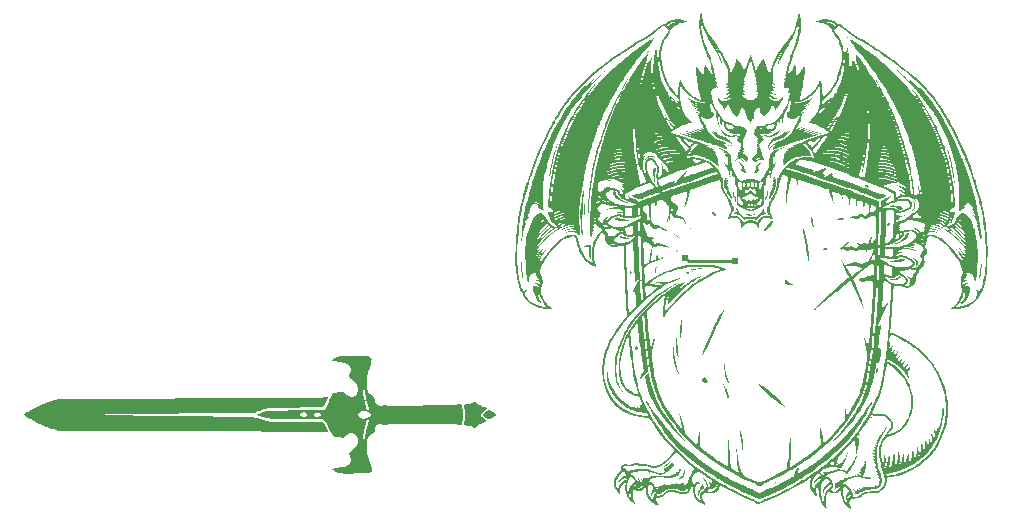
<source format=gbl>
G04 Layer: BottomLayer*
G04 EasyEDA v6.5.34, 2023-09-01 08:25:12*
G04 cc2bbb75409f4265bb42bba671d4d825,5105ad0bdac541d6bd466d525955c20a,10*
G04 Gerber Generator version 0.2*
G04 Scale: 100 percent, Rotated: No, Reflected: No *
G04 Dimensions in millimeters *
G04 leading zeros omitted , absolute positions ,4 integer and 5 decimal *
%FSLAX45Y45*%
%MOMM*%

%ADD10C,0.2540*%
%ADD11C,0.6100*%
%ADD12C,0.6096*%

%LPD*%
G36*
X7075170Y-357581D02*
G01*
X7072630Y-379018D01*
X7068667Y-399288D01*
X7061301Y-433120D01*
X7054748Y-447293D01*
X7054748Y-455320D01*
X7043318Y-484987D01*
X7039406Y-493979D01*
X7023150Y-527812D01*
X7008418Y-551383D01*
X7000951Y-559714D01*
X7000951Y-562914D01*
X6983577Y-586435D01*
X6974941Y-596290D01*
X6966254Y-608228D01*
X6939330Y-642975D01*
X6935707Y-648411D01*
X6962851Y-648411D01*
X6962851Y-650392D01*
X6958380Y-653186D01*
X6958380Y-648411D01*
X6935707Y-648411D01*
X6925919Y-663041D01*
X6923633Y-665327D01*
X6911848Y-683361D01*
X6885279Y-730707D01*
X6857593Y-787857D01*
X6857593Y-794969D01*
X6848602Y-811784D01*
X6848602Y-818591D01*
X6841591Y-832154D01*
X6837375Y-854405D01*
X6830568Y-864819D01*
X6825081Y-864616D01*
X6815937Y-850137D01*
X6795414Y-805078D01*
X6786118Y-782523D01*
X6780682Y-749858D01*
X6771081Y-749858D01*
X6757873Y-768197D01*
X6752539Y-774039D01*
X6723735Y-829868D01*
X6720840Y-842264D01*
X6714896Y-842264D01*
X6707733Y-834339D01*
X6702856Y-812495D01*
X6696252Y-799693D01*
X6696100Y-791565D01*
X6687464Y-773531D01*
X6687159Y-766775D01*
X6678472Y-748741D01*
X6678320Y-741984D01*
X6667347Y-718312D01*
X6662572Y-718312D01*
X6658102Y-730707D01*
X6653834Y-739698D01*
X6641795Y-773531D01*
X6633514Y-794664D01*
X6633514Y-801573D01*
X6624777Y-820877D01*
X6622186Y-837641D01*
X6615277Y-844550D01*
X6611416Y-844550D01*
X6585610Y-791565D01*
X6571030Y-766368D01*
X6556248Y-750112D01*
X6547357Y-748741D01*
X6543903Y-779424D01*
X6534962Y-799185D01*
X6534962Y-803808D01*
X6512204Y-850188D01*
X6505448Y-862837D01*
X6493510Y-861466D01*
X6489852Y-843432D01*
X6480606Y-811834D01*
X6472224Y-793343D01*
X6472174Y-787044D01*
X6463284Y-773531D01*
X6463284Y-767486D01*
X6454292Y-756005D01*
X6454292Y-749452D01*
X6445351Y-737971D01*
X6445351Y-732637D01*
X6430772Y-706526D01*
X6420916Y-690118D01*
X6416344Y-681075D01*
X6403136Y-663041D01*
X6381597Y-631494D01*
X6364681Y-611225D01*
X6338366Y-577088D01*
X6308648Y-532282D01*
X6305194Y-527812D01*
X6284061Y-482193D01*
X6283858Y-478180D01*
X6275222Y-460146D01*
X6275070Y-452678D01*
X6266688Y-428599D01*
X6257340Y-388010D01*
X6254445Y-359816D01*
X6251549Y-359816D01*
X6241237Y-379374D01*
X6237122Y-408330D01*
X6232499Y-432612D01*
X6232398Y-464667D01*
X6239611Y-523290D01*
X6248603Y-566115D01*
X6257645Y-602183D01*
X6275628Y-654050D01*
X6281470Y-667562D01*
X6292392Y-694639D01*
X6301943Y-719531D01*
X6301943Y-725220D01*
X6310934Y-742899D01*
X6311087Y-750976D01*
X6319723Y-769010D01*
X6320028Y-778052D01*
X6328714Y-796086D01*
X6328867Y-806145D01*
X6335522Y-823112D01*
X6342735Y-861466D01*
X6345021Y-876096D01*
X6342126Y-876096D01*
X6330137Y-868222D01*
X6320790Y-859180D01*
X6304584Y-838911D01*
X6293662Y-809599D01*
X6290564Y-792683D01*
X6286804Y-792683D01*
X6275070Y-829868D01*
X6275070Y-880364D01*
X6269888Y-883564D01*
X6231382Y-843381D01*
X6207506Y-814120D01*
X6202273Y-821334D01*
X6205169Y-877214D01*
X6212332Y-914908D01*
X6212332Y-932332D01*
X6220917Y-974191D01*
X6225590Y-998982D01*
X6230772Y-1023772D01*
X6239713Y-1055319D01*
X6248196Y-1079398D01*
X6248196Y-1092250D01*
X6243777Y-1094994D01*
X6220206Y-1087272D01*
X6193282Y-1074115D01*
X6184341Y-1068781D01*
X6170879Y-1059992D01*
X6138875Y-1034034D01*
X6107836Y-994460D01*
X6086906Y-957478D01*
X6086906Y-953871D01*
X6074562Y-928014D01*
X6070295Y-929386D01*
X6060541Y-962914D01*
X6053175Y-1026007D01*
X6053277Y-1049121D01*
X6046520Y-1054811D01*
X6030671Y-1039571D01*
X5999124Y-1000099D01*
X5980379Y-971905D01*
X5952439Y-914755D01*
X5952439Y-909929D01*
X5943498Y-893064D01*
X5943346Y-886256D01*
X5934710Y-868222D01*
X5934506Y-859180D01*
X5927852Y-846328D01*
X5923381Y-820877D01*
X5916625Y-796239D01*
X5916625Y-780288D01*
X5909868Y-741984D01*
X5909868Y-708152D01*
X5917082Y-658571D01*
X5926074Y-626973D01*
X5934760Y-606704D01*
X5946597Y-584149D01*
X5969609Y-554837D01*
X5988050Y-522935D01*
X5991098Y-498500D01*
X6000648Y-487883D01*
X6025286Y-471576D01*
X6027521Y-468833D01*
X6067856Y-449986D01*
X6092494Y-443280D01*
X6114897Y-438353D01*
X6124956Y-436422D01*
X6124956Y-432155D01*
X6105906Y-427024D01*
X6100978Y-422960D01*
X6049924Y-416001D01*
X6002883Y-421284D01*
X5980480Y-430022D01*
X5962548Y-439318D01*
X5939282Y-454609D01*
X5924448Y-457454D01*
X5917999Y-461162D01*
X5962040Y-461162D01*
X5975705Y-451154D01*
X6000648Y-439013D01*
X6029756Y-440740D01*
X6031992Y-441198D01*
X6018530Y-448665D01*
X6003290Y-449326D01*
X5997905Y-456793D01*
X5991148Y-456793D01*
X5980480Y-465175D01*
X5966104Y-472541D01*
X5964174Y-472541D01*
X5962040Y-461162D01*
X5917999Y-461162D01*
X5888634Y-478028D01*
X5825744Y-527812D01*
X5811469Y-537921D01*
X5809030Y-537921D01*
X5787491Y-553212D01*
X5774334Y-560628D01*
X5760923Y-569264D01*
X5728004Y-588670D01*
X5713831Y-597560D01*
X5682488Y-617982D01*
X5673547Y-623468D01*
X5662218Y-629259D01*
X5608574Y-664870D01*
X5517235Y-726186D01*
X5480812Y-753262D01*
X5449468Y-775614D01*
X5406339Y-809599D01*
X5380024Y-828649D01*
X5362092Y-845058D01*
X5337454Y-863447D01*
X5320131Y-879500D01*
X5312816Y-886561D01*
X5274716Y-918210D01*
X5180634Y-1012545D01*
X5142534Y-1057757D01*
X5115661Y-1093622D01*
X5111191Y-1098550D01*
X5103164Y-1109421D01*
X5087620Y-1131976D01*
X5039512Y-1204112D01*
X5034026Y-1213154D01*
X5026660Y-1228902D01*
X5023815Y-1231188D01*
X5007000Y-1258214D01*
X5001666Y-1269492D01*
X4996332Y-1276248D01*
X4973980Y-1319072D01*
X4960924Y-1341628D01*
X4906568Y-1452118D01*
X4892243Y-1485950D01*
X4868468Y-1537766D01*
X4856530Y-1567078D01*
X4850180Y-1581302D01*
X4850180Y-1586128D01*
X4834636Y-1621180D01*
X4821021Y-1659534D01*
X4814366Y-1671472D01*
X4814366Y-1678838D01*
X4805375Y-1696516D01*
X4805222Y-1704593D01*
X4796586Y-1722628D01*
X4796434Y-1732940D01*
X4787442Y-1750618D01*
X4787290Y-1758696D01*
X4778654Y-1776730D01*
X4778400Y-1785772D01*
X4769561Y-1805432D01*
X4769358Y-1815084D01*
X4760722Y-1833118D01*
X4760569Y-1841804D01*
X4751222Y-1873656D01*
X4743196Y-1902968D01*
X4737862Y-1923288D01*
X4728921Y-1959356D01*
X4724196Y-1981911D01*
X4715764Y-2010816D01*
X4715662Y-2024735D01*
X4706823Y-2058263D01*
X4706823Y-2074519D01*
X4699965Y-2100935D01*
X4695545Y-2144522D01*
X4691126Y-2159965D01*
X4686401Y-2222703D01*
X4682032Y-2245664D01*
X4677714Y-2331313D01*
X4675083Y-2437282D01*
X4690516Y-2437282D01*
X4692904Y-2356104D01*
X4697984Y-2272690D01*
X4702302Y-2225344D01*
X4706874Y-2182520D01*
X4716119Y-2103628D01*
X4724501Y-2063038D01*
X4728972Y-2038248D01*
X4734001Y-2013457D01*
X4742230Y-1979625D01*
X4747412Y-1957070D01*
X4756353Y-1921002D01*
X4762550Y-1893976D01*
X4779060Y-1837588D01*
X4787442Y-1813509D01*
X4787442Y-1806702D01*
X4794148Y-1792528D01*
X4807661Y-1745183D01*
X4814366Y-1730959D01*
X4814366Y-1723542D01*
X4821428Y-1709775D01*
X4827473Y-1691081D01*
X4834686Y-1670761D01*
X4841240Y-1656588D01*
X4841240Y-1651762D01*
X4849672Y-1632457D01*
X4859477Y-1605381D01*
X4868570Y-1582877D01*
X4883353Y-1549044D01*
X4895291Y-1519732D01*
X4903978Y-1503070D01*
X4903978Y-1498092D01*
X4933543Y-1436319D01*
X4971338Y-1359662D01*
X5007152Y-1292047D01*
X5014874Y-1280058D01*
X5043982Y-1229614D01*
X5051704Y-1217625D01*
X5060645Y-1201877D01*
X5078679Y-1177086D01*
X5087772Y-1161288D01*
X5104485Y-1136091D01*
X5126888Y-1105916D01*
X5174640Y-1045514D01*
X5189626Y-1028293D01*
X5274716Y-942441D01*
X5319674Y-902004D01*
X5357622Y-870762D01*
X5364378Y-863295D01*
X5397957Y-838047D01*
X5415889Y-822096D01*
X5440527Y-805129D01*
X5442762Y-802436D01*
X5480862Y-773531D01*
X5512206Y-751840D01*
X5536895Y-733755D01*
X5552541Y-722985D01*
X5571744Y-709269D01*
X5574030Y-709269D01*
X5588406Y-699160D01*
X5600090Y-690118D01*
X5625541Y-673201D01*
X5627471Y-673201D01*
X5693562Y-629259D01*
X5700420Y-625652D01*
X5733999Y-605434D01*
X5747461Y-596696D01*
X5763158Y-587400D01*
X5778804Y-577799D01*
X5787796Y-572820D01*
X5832602Y-543814D01*
X5895340Y-493674D01*
X5926683Y-475335D01*
X5935675Y-473100D01*
X5941618Y-472541D01*
X5964174Y-495096D01*
X5968034Y-495096D01*
X5974334Y-507492D01*
X5968898Y-525678D01*
X5935726Y-570636D01*
X5926582Y-584149D01*
X5908090Y-626973D01*
X5898845Y-660806D01*
X5894222Y-701700D01*
X5894222Y-742645D01*
X5900877Y-803249D01*
X5907633Y-822553D01*
X5907633Y-833272D01*
X5916676Y-861466D01*
X5926124Y-893013D01*
X5934557Y-912317D01*
X5934557Y-916787D01*
X5953302Y-956157D01*
X5975096Y-994460D01*
X5980480Y-1003350D01*
X6014618Y-1046327D01*
X6057239Y-1089812D01*
X6059271Y-1109421D01*
X6057290Y-1115060D01*
X6051499Y-1115060D01*
X6048959Y-1108303D01*
X6042050Y-1108303D01*
X6042050Y-1115212D01*
X6048806Y-1117803D01*
X6048806Y-1123086D01*
X6057747Y-1130808D01*
X6057747Y-1137615D01*
X6053734Y-1137615D01*
X6051194Y-1130858D01*
X6044336Y-1130858D01*
X6044336Y-1125372D01*
X6024168Y-1104392D01*
X6024168Y-1097026D01*
X6017006Y-1097026D01*
X6014770Y-1088440D01*
X6006592Y-1086307D01*
X6005118Y-1075690D01*
X5997244Y-1074166D01*
X5997244Y-1088034D01*
X6006236Y-1088034D01*
X6006236Y-1096518D01*
X6015177Y-1098854D01*
X6015177Y-1110386D01*
X6024168Y-1115212D01*
X6024168Y-1121664D01*
X6033109Y-1126490D01*
X6033109Y-1133094D01*
X6038088Y-1133094D01*
X6068822Y-1165809D01*
X6068974Y-1170279D01*
X6075781Y-1183386D01*
X6073089Y-1186027D01*
X6068720Y-1178204D01*
X6062776Y-1178204D01*
X6055969Y-1168044D01*
X6045454Y-1156970D01*
X6024321Y-1129741D01*
X6015177Y-1118870D01*
X6015177Y-1112824D01*
X6010605Y-1112824D01*
X6005169Y-1100429D01*
X5997244Y-1094536D01*
X5997244Y-1089101D01*
X5988304Y-1083462D01*
X5988304Y-1076756D01*
X5979363Y-1067714D01*
X5979363Y-1058722D01*
X5986068Y-1058722D01*
X5986068Y-1051966D01*
X5981446Y-1051966D01*
X5978855Y-1058722D01*
X5972962Y-1058722D01*
X5970016Y-1045210D01*
X5964123Y-1041806D01*
X5957011Y-1026007D01*
X5948121Y-1010259D01*
X5934049Y-980948D01*
X5925566Y-962406D01*
X5925566Y-956818D01*
X5918860Y-942594D01*
X5912459Y-920089D01*
X5902858Y-888492D01*
X5898235Y-870458D01*
X5889701Y-838911D01*
X5889650Y-825398D01*
X5882894Y-796086D01*
X5878880Y-675081D01*
X5876645Y-672846D01*
X5867908Y-677570D01*
X5859627Y-668375D01*
X5853887Y-676300D01*
X5853836Y-703630D01*
X5847029Y-730707D01*
X5842965Y-856945D01*
X5836462Y-882446D01*
X5835231Y-896416D01*
X5851652Y-896416D01*
X5851652Y-925423D01*
X5847181Y-928217D01*
X5847181Y-896416D01*
X5835231Y-896416D01*
X5833211Y-919327D01*
X5828131Y-914247D01*
X5826912Y-782523D01*
X5824474Y-763371D01*
X5831382Y-763371D01*
X5833973Y-753110D01*
X5832551Y-723950D01*
X5829604Y-730707D01*
X5827064Y-752094D01*
X5824270Y-763270D01*
X5815228Y-758393D01*
X5804255Y-764336D01*
X5799683Y-772871D01*
X5788558Y-802843D01*
X5780532Y-830122D01*
X5773369Y-844092D01*
X5770422Y-862533D01*
X5762040Y-872286D01*
X5762040Y-898398D01*
X5758281Y-900734D01*
X5748578Y-887577D01*
X5748578Y-874521D01*
X5757519Y-864158D01*
X5757519Y-849223D01*
X5763768Y-834390D01*
X5782564Y-775766D01*
X5789015Y-760018D01*
X5790895Y-722325D01*
X5798413Y-713943D01*
X5795772Y-707034D01*
X5788406Y-707034D01*
X5764276Y-732942D01*
X5764276Y-736854D01*
X5747207Y-757732D01*
X5730798Y-782523D01*
X5714847Y-805078D01*
X5707227Y-816356D01*
X5704890Y-818591D01*
X5695645Y-832154D01*
X5680506Y-859180D01*
X5666536Y-879500D01*
X5663387Y-886256D01*
X5650026Y-906526D01*
X5647668Y-912520D01*
X5739231Y-912520D01*
X5742279Y-902766D01*
X5753049Y-912977D01*
X5753049Y-936701D01*
X5749086Y-939190D01*
X5739231Y-912520D01*
X5647668Y-912520D01*
X5645099Y-918921D01*
X5641746Y-918921D01*
X5634278Y-935837D01*
X5633634Y-936955D01*
X5734050Y-936955D01*
X5743496Y-954989D01*
X5835904Y-954989D01*
X5838748Y-936955D01*
X5842406Y-936955D01*
X5845077Y-954989D01*
X5860592Y-954989D01*
X5860542Y-969670D01*
X5856173Y-976426D01*
X5856122Y-954989D01*
X5845077Y-954989D01*
X5845403Y-957224D01*
X5842457Y-973023D01*
X5838748Y-973023D01*
X5835904Y-954989D01*
X5743496Y-954989D01*
X5744108Y-956157D01*
X5744108Y-981811D01*
X5740196Y-984250D01*
X5737148Y-961034D01*
X5730646Y-951737D01*
X5730646Y-936955D01*
X5633634Y-936955D01*
X5627776Y-947115D01*
X5622950Y-953871D01*
X5616549Y-965149D01*
X5613914Y-970787D01*
X5725617Y-970787D01*
X5728512Y-989076D01*
X5725871Y-993394D01*
X5721705Y-990803D01*
X5721705Y-970787D01*
X5613914Y-970787D01*
X5607812Y-983843D01*
X5602935Y-986840D01*
X5602935Y-994918D01*
X5596185Y-1002741D01*
X5728411Y-1002741D01*
X5731256Y-995273D01*
X5733592Y-997610D01*
X5844438Y-997610D01*
X5847384Y-982065D01*
X5851448Y-982065D01*
X5854242Y-997153D01*
X5854159Y-997864D01*
X5869584Y-997864D01*
X5869584Y-1011123D01*
X5865063Y-1013866D01*
X5865063Y-997864D01*
X5854159Y-997864D01*
X5852769Y-1009243D01*
X5848654Y-1010259D01*
X5844438Y-997610D01*
X5733694Y-997712D01*
X5736082Y-1000150D01*
X5736213Y-1020571D01*
X5853328Y-1020571D01*
X5856122Y-1013256D01*
X5861710Y-1015085D01*
X5863945Y-1041450D01*
X5869635Y-1043330D01*
X5875477Y-1029309D01*
X5878525Y-1032408D01*
X5878220Y-1048562D01*
X5874664Y-1057605D01*
X5876696Y-1063091D01*
X5883605Y-1056182D01*
X5887669Y-1060246D01*
X5890361Y-1077874D01*
X5895898Y-1084630D01*
X5898896Y-1095908D01*
X5908090Y-1118463D01*
X5922924Y-1152245D01*
X5939028Y-1186078D01*
X5966002Y-1233424D01*
X5974842Y-1246936D01*
X5981649Y-1261618D01*
X5985764Y-1261618D01*
X5988507Y-1270254D01*
X6023711Y-1317040D01*
X6025286Y-1328013D01*
X6018022Y-1329436D01*
X5985052Y-1280769D01*
X5979363Y-1277162D01*
X5979363Y-1271320D01*
X5970371Y-1260906D01*
X5970371Y-1255420D01*
X5963208Y-1249375D01*
X5959297Y-1239062D01*
X5952439Y-1239062D01*
X5952439Y-1247495D01*
X5961430Y-1258925D01*
X5961430Y-1265834D01*
X5965545Y-1268425D01*
X5982258Y-1298803D01*
X6006592Y-1335887D01*
X6003594Y-1345285D01*
X5992012Y-1343914D01*
X5949492Y-1269847D01*
X5932830Y-1237945D01*
X5926124Y-1224381D01*
X5907125Y-1181557D01*
X5898692Y-1164894D01*
X5898642Y-1159052D01*
X5892444Y-1147064D01*
X5887008Y-1130401D01*
X5880811Y-1118463D01*
X5880760Y-1111046D01*
X5871921Y-1091387D01*
X5871819Y-1081227D01*
X5862828Y-1064412D01*
X5862828Y-1048918D01*
X5855563Y-1040841D01*
X5853328Y-1020571D01*
X5736213Y-1020571D01*
X5736234Y-1026007D01*
X5732272Y-1039571D01*
X5728868Y-1028293D01*
X5728411Y-1002741D01*
X5596185Y-1002741D01*
X5593994Y-1005281D01*
X5593994Y-1006856D01*
X5716625Y-1006856D01*
X5718911Y-1030478D01*
X5716727Y-1036167D01*
X5712764Y-1036167D01*
X5712764Y-1006856D01*
X5593994Y-1006856D01*
X5593994Y-1013358D01*
X5589574Y-1016101D01*
X5573014Y-1050848D01*
X5567121Y-1056792D01*
X5567121Y-1065530D01*
X5564356Y-1067917D01*
X5701284Y-1067917D01*
X5704382Y-1050848D01*
X5706973Y-1046327D01*
X5710986Y-1063396D01*
X5707938Y-1088034D01*
X5704281Y-1088034D01*
X5701284Y-1067917D01*
X5564356Y-1067917D01*
X5558129Y-1073251D01*
X5558129Y-1082903D01*
X5549188Y-1094384D01*
X5549188Y-1103172D01*
X5540806Y-1113942D01*
X5537708Y-1128217D01*
X5531256Y-1130706D01*
X5531137Y-1141679D01*
X5691987Y-1141679D01*
X5694324Y-1102664D01*
X5697829Y-1094079D01*
X5698006Y-1094536D01*
X5719470Y-1094536D01*
X5719470Y-1056995D01*
X5722264Y-1042924D01*
X5726074Y-1042924D01*
X5729020Y-1054760D01*
X5726379Y-1089355D01*
X5723483Y-1097026D01*
X5719470Y-1094536D01*
X5698006Y-1094536D01*
X5701995Y-1104950D01*
X5699709Y-1149400D01*
X5695086Y-1154023D01*
X5691987Y-1141679D01*
X5531137Y-1141679D01*
X5522315Y-1152956D01*
X5522264Y-1161288D01*
X5513374Y-1174800D01*
X5513324Y-1182116D01*
X5505043Y-1192834D01*
X5501995Y-1209294D01*
X5495442Y-1214831D01*
X5495391Y-1226667D01*
X5486501Y-1240180D01*
X5486450Y-1249222D01*
X5477510Y-1262735D01*
X5477459Y-1271727D01*
X5468569Y-1285290D01*
X5468518Y-1294282D01*
X5459628Y-1307846D01*
X5459577Y-1318158D01*
X5450586Y-1335836D01*
X5450586Y-1345184D01*
X5441645Y-1362862D01*
X5441492Y-1370939D01*
X5432856Y-1388973D01*
X5432552Y-1398016D01*
X5423865Y-1416050D01*
X5423831Y-1418285D01*
X5674207Y-1418285D01*
X5676747Y-1264970D01*
X5681421Y-1244701D01*
X5685485Y-1170279D01*
X5688838Y-1156919D01*
X5692241Y-1165809D01*
X5692495Y-1215390D01*
X5687720Y-1296568D01*
X5687872Y-1348384D01*
X5693868Y-1476908D01*
X5702655Y-1476908D01*
X5702655Y-1181557D01*
X5709259Y-1170279D01*
X5711850Y-1102512D01*
X5715304Y-1096975D01*
X5720130Y-1099972D01*
X5717336Y-1170279D01*
X5710072Y-1192834D01*
X5709937Y-1356309D01*
X5840425Y-1356309D01*
X5840425Y-1352905D01*
X5857240Y-1343558D01*
X5860745Y-1345387D01*
X5850534Y-1356207D01*
X5709937Y-1356309D01*
X5709919Y-1372565D01*
X5995060Y-1372565D01*
X6018530Y-1354582D01*
X6038697Y-1341678D01*
X6049924Y-1336090D01*
X6056630Y-1331772D01*
X6079032Y-1322070D01*
X6095593Y-1313484D01*
X6100775Y-1313484D01*
X6114897Y-1306982D01*
X6148476Y-1295806D01*
X6167526Y-1292758D01*
X6167526Y-1281938D01*
X6150711Y-1271066D01*
X6132474Y-1251458D01*
X6114796Y-1228902D01*
X6096203Y-1190599D01*
X6087313Y-1165809D01*
X6078474Y-1134262D01*
X6070447Y-1084630D01*
X6068568Y-1023772D01*
X6073089Y-988212D01*
X6079032Y-984402D01*
X6083198Y-985723D01*
X6088024Y-994308D01*
X6116015Y-1033424D01*
X6151727Y-1067003D01*
X6177635Y-1084783D01*
X6204508Y-1097432D01*
X6220206Y-1105509D01*
X6239560Y-1108760D01*
X6241796Y-1114602D01*
X6281775Y-1117803D01*
X6281775Y-1121816D01*
X6247079Y-1121765D01*
X6229146Y-1115263D01*
X6213551Y-1115060D01*
X6188811Y-1105611D01*
X6172250Y-1097026D01*
X6165646Y-1097026D01*
X6159500Y-1090879D01*
X6149594Y-1087729D01*
X6149594Y-1096518D01*
X6158585Y-1098854D01*
X6158585Y-1108303D01*
X6154115Y-1108303D01*
X6154115Y-1112723D01*
X6165596Y-1108303D01*
X6174282Y-1108303D01*
X6174282Y-1112520D01*
X6165291Y-1115364D01*
X6165291Y-1117346D01*
X6189929Y-1117346D01*
X6189929Y-1121816D01*
X6178753Y-1121816D01*
X6178753Y-1117346D01*
X6165291Y-1117346D01*
X6165291Y-1123797D01*
X6175400Y-1125220D01*
X6175556Y-1126337D01*
X6210096Y-1126337D01*
X6210096Y-1130858D01*
X6198920Y-1130858D01*
X6198920Y-1126337D01*
X6175556Y-1126337D01*
X6176822Y-1135380D01*
X6192164Y-1135380D01*
X6192164Y-1139444D01*
X6178186Y-1144371D01*
X6210096Y-1144371D01*
X6210096Y-1148892D01*
X6196685Y-1148892D01*
X6196685Y-1144371D01*
X6178186Y-1144371D01*
X6183782Y-1151128D01*
X6191859Y-1151128D01*
X6192578Y-1153414D01*
X6232245Y-1153414D01*
X6234988Y-1157884D01*
X6219342Y-1157884D01*
X6216548Y-1153414D01*
X6192578Y-1153414D01*
X6194704Y-1160170D01*
X6203391Y-1160170D01*
X6211722Y-1168552D01*
X6228029Y-1171651D01*
X6228029Y-1175461D01*
X6220917Y-1178204D01*
X6209792Y-1178204D01*
X6210227Y-1180439D01*
X6245961Y-1180439D01*
X6245961Y-1184960D01*
X6241491Y-1184960D01*
X6241491Y-1180439D01*
X6210227Y-1180439D01*
X6211265Y-1186027D01*
X6222644Y-1188364D01*
X6237579Y-1200200D01*
X6234480Y-1205230D01*
X6223558Y-1205230D01*
X6223558Y-1198473D01*
X6208979Y-1198626D01*
X6217666Y-1205230D01*
X6222441Y-1205484D01*
X6224028Y-1207516D01*
X6275070Y-1207516D01*
X6275070Y-1212037D01*
X6268364Y-1212037D01*
X6268364Y-1207516D01*
X6224028Y-1207516D01*
X6233363Y-1219403D01*
X6222898Y-1227937D01*
X6230721Y-1233678D01*
X6233109Y-1255979D01*
X6236411Y-1260500D01*
X6242100Y-1278534D01*
X6250432Y-1290472D01*
X6250432Y-1298549D01*
X6262116Y-1310843D01*
X6259118Y-1315720D01*
X6252667Y-1315720D01*
X6252667Y-1320241D01*
X6261658Y-1320241D01*
X6261658Y-1326692D01*
X6275070Y-1336294D01*
X6275070Y-1340510D01*
X6262319Y-1340510D01*
X6252006Y-1331468D01*
X6241491Y-1331468D01*
X6241491Y-1338376D01*
X6252667Y-1342745D01*
X6281775Y-1342745D01*
X6281775Y-1347266D01*
X6277559Y-1347266D01*
X6274816Y-1342745D01*
X6252667Y-1342745D01*
X6252667Y-1349552D01*
X6242608Y-1349502D01*
X6229146Y-1340561D01*
X6216497Y-1340510D01*
X6217970Y-1348232D01*
X6229146Y-1350873D01*
X6229317Y-1351788D01*
X6263894Y-1351788D01*
X6263894Y-1356309D01*
X6257391Y-1356309D01*
X6254648Y-1351788D01*
X6229317Y-1351788D01*
X6230569Y-1358544D01*
X6220714Y-1358544D01*
X6205728Y-1349248D01*
X6193282Y-1350670D01*
X6193282Y-1357426D01*
X6204508Y-1359001D01*
X6206665Y-1360779D01*
X6245961Y-1360779D01*
X6245961Y-1365300D01*
X6234988Y-1365300D01*
X6232245Y-1360779D01*
X6206665Y-1360779D01*
X6210300Y-1363776D01*
X6204508Y-1367485D01*
X6195110Y-1367586D01*
X6184798Y-1358544D01*
X6167526Y-1358544D01*
X6167526Y-1366977D01*
X6161264Y-1367586D01*
X6180632Y-1367586D01*
X6186508Y-1369822D01*
X6221323Y-1369822D01*
X6221323Y-1374343D01*
X6214567Y-1374343D01*
X6214567Y-1369822D01*
X6186508Y-1369822D01*
X6187694Y-1370279D01*
X6185204Y-1374343D01*
X6167526Y-1374343D01*
X6167526Y-1367586D01*
X6161264Y-1367586D01*
X6144514Y-1369212D01*
X6140450Y-1376578D01*
X6125311Y-1376578D01*
X6118250Y-1379321D01*
X6118250Y-1381404D01*
X6142431Y-1381404D01*
X6145377Y-1376578D01*
X6160566Y-1376578D01*
X6161935Y-1378813D01*
X6203391Y-1378813D01*
X6203391Y-1383334D01*
X6194399Y-1383334D01*
X6194399Y-1378813D01*
X6161935Y-1378813D01*
X6163614Y-1381607D01*
X6157468Y-1385722D01*
X6144361Y-1383284D01*
X6142431Y-1381404D01*
X6118250Y-1381404D01*
X6118250Y-1385366D01*
X6139180Y-1386738D01*
X6139538Y-1387856D01*
X6183223Y-1387856D01*
X6183223Y-1392377D01*
X6171996Y-1392377D01*
X6171996Y-1387856D01*
X6139538Y-1387856D01*
X6140958Y-1392123D01*
X6125362Y-1395069D01*
X6116015Y-1392072D01*
X6116015Y-1385620D01*
X6096965Y-1385671D01*
X6090361Y-1389888D01*
X6093409Y-1392885D01*
X6114135Y-1395272D01*
X6114749Y-1396847D01*
X6158585Y-1396847D01*
X6158585Y-1401368D01*
X6149594Y-1401368D01*
X6149594Y-1396847D01*
X6114749Y-1396847D01*
X6116421Y-1401267D01*
X6132830Y-1404315D01*
X6148425Y-1412646D01*
X6154115Y-1412646D01*
X6170828Y-1421688D01*
X6177635Y-1421688D01*
X6206744Y-1431340D01*
X6230670Y-1439722D01*
X6240373Y-1439875D01*
X6258255Y-1448562D01*
X6265722Y-1448714D01*
X6289649Y-1457147D01*
X6296645Y-1459230D01*
X6420713Y-1459230D01*
X6423660Y-1462227D01*
X6420713Y-1465275D01*
X6420713Y-1459230D01*
X6296645Y-1459230D01*
X6320993Y-1466443D01*
X6352387Y-1475232D01*
X6372555Y-1480616D01*
X6394958Y-1487068D01*
X6409080Y-1493824D01*
X6416243Y-1493824D01*
X6432956Y-1502816D01*
X6442557Y-1502816D01*
X6448145Y-1509572D01*
X6465519Y-1509572D01*
X6465468Y-1506220D01*
X6460896Y-1489557D01*
X6453124Y-1487068D01*
X6448704Y-1477060D01*
X6437477Y-1474470D01*
X6437477Y-1467866D01*
X6452108Y-1466443D01*
X6454800Y-1473555D01*
X6471818Y-1476298D01*
X6474155Y-1485290D01*
X6479794Y-1483410D01*
X6481572Y-1478026D01*
X6473698Y-1474978D01*
X6465519Y-1466748D01*
X6458356Y-1466748D01*
X6446977Y-1457756D01*
X6438747Y-1457756D01*
X6424066Y-1448714D01*
X6416344Y-1448714D01*
X6372961Y-1428038D01*
X6359499Y-1418285D01*
X6331559Y-1388973D01*
X6310731Y-1363116D01*
X6281420Y-1305560D01*
X6275070Y-1298448D01*
X6275070Y-1294739D01*
X6259068Y-1270508D01*
X6248196Y-1239164D01*
X6248247Y-1235659D01*
X6252210Y-1229410D01*
X6274155Y-1248003D01*
X6296355Y-1254810D01*
X6313424Y-1254861D01*
X6334455Y-1249680D01*
X6342938Y-1242466D01*
X6355740Y-1224838D01*
X6355740Y-1210310D01*
X6352946Y-1196238D01*
X6349288Y-1196238D01*
X6346393Y-1215796D01*
X6342278Y-1222146D01*
X6337858Y-1215390D01*
X6337757Y-1204112D01*
X6330950Y-1179322D01*
X6326479Y-1141628D01*
X6321958Y-1133094D01*
X6321552Y-1113078D01*
X6332220Y-1099515D01*
X6335572Y-1099312D01*
X6335572Y-1125372D01*
X6344513Y-1143000D01*
X6347460Y-1159002D01*
X6357823Y-1178560D01*
X6374079Y-1201369D01*
X6377787Y-1226667D01*
X6386017Y-1278534D01*
X6390436Y-1277416D01*
X6392672Y-1233779D01*
X6397396Y-1232204D01*
X6407861Y-1246479D01*
X6410909Y-1290421D01*
X6417868Y-1301140D01*
X6421069Y-1320241D01*
X6425184Y-1320241D01*
X6425184Y-1279652D01*
X6433616Y-1279652D01*
X6440881Y-1290777D01*
X6440881Y-1315618D01*
X6456527Y-1315618D01*
X6456527Y-1307439D01*
X6459524Y-1304442D01*
X6469024Y-1304442D01*
X6494526Y-1313484D01*
X6501892Y-1313484D01*
X6528257Y-1325372D01*
X6528257Y-1326794D01*
X6525082Y-1333754D01*
X6580022Y-1333754D01*
X6577279Y-1338275D01*
X6573062Y-1338275D01*
X6573062Y-1333754D01*
X6525082Y-1333754D01*
X6522974Y-1338376D01*
X6511442Y-1341628D01*
X6479794Y-1341628D01*
X6464401Y-1328572D01*
X6456527Y-1315618D01*
X6440881Y-1315618D01*
X6440881Y-1317142D01*
X6447942Y-1338122D01*
X6464401Y-1351686D01*
X6472072Y-1358341D01*
X6494729Y-1361389D01*
X6496659Y-1364488D01*
X6481165Y-1370126D01*
X6481165Y-1373733D01*
X6502450Y-1378458D01*
X6520383Y-1385417D01*
X6577279Y-1385620D01*
X6580276Y-1390497D01*
X6565392Y-1402994D01*
X6545681Y-1394206D01*
X6529374Y-1396847D01*
X6508902Y-1399641D01*
X6474663Y-1391970D01*
X6469430Y-1385620D01*
X6465722Y-1385620D01*
X6450888Y-1375460D01*
X6425184Y-1355242D01*
X6425184Y-1351788D01*
X6418478Y-1351788D01*
X6418478Y-1358290D01*
X6422948Y-1361084D01*
X6422948Y-1371701D01*
X6448704Y-1394561D01*
X6452819Y-1394612D01*
X6459931Y-1401064D01*
X6495186Y-1412646D01*
X6524955Y-1412646D01*
X6541668Y-1403654D01*
X6551777Y-1403908D01*
X6562750Y-1417878D01*
X6552895Y-1424482D01*
X6552895Y-1435252D01*
X6561836Y-1442974D01*
X6561836Y-1448257D01*
X6568541Y-1450848D01*
X6568541Y-1457248D01*
X6561074Y-1460144D01*
X6566611Y-1465630D01*
X6571030Y-1457756D01*
X6577533Y-1457756D01*
X6586931Y-1467205D01*
X6584340Y-1480464D01*
X6589877Y-1489506D01*
X6578752Y-1497990D01*
X6586931Y-1507032D01*
X6583984Y-1511858D01*
X6578650Y-1512112D01*
X6568338Y-1525219D01*
X6573570Y-1535074D01*
X6564579Y-1542288D01*
X6561632Y-1552143D01*
X6567424Y-1561693D01*
X6558940Y-1568043D01*
X6554012Y-1569872D01*
X6559702Y-1579524D01*
X6551828Y-1591868D01*
X6543903Y-1597761D01*
X6543903Y-1603806D01*
X6537198Y-1606397D01*
X6537198Y-1617827D01*
X6541668Y-1617827D01*
X6541668Y-1611884D01*
X6555740Y-1601419D01*
X6580886Y-1601673D01*
X6605524Y-1614424D01*
X6609181Y-1620164D01*
X6613347Y-1617522D01*
X6613347Y-1613306D01*
X6607149Y-1613306D01*
X6605066Y-1605127D01*
X6583832Y-1591005D01*
X6578955Y-1589328D01*
X6582257Y-1583994D01*
X6598259Y-1583994D01*
X6616750Y-1603400D01*
X6624828Y-1614424D01*
X6630924Y-1623415D01*
X6634022Y-1611020D01*
X6639407Y-1611020D01*
X6649212Y-1597710D01*
X6649212Y-1588312D01*
X6643624Y-1580896D01*
X6620002Y-1557223D01*
X6610451Y-1555800D01*
X6605625Y-1548028D01*
X6610908Y-1533956D01*
X6605574Y-1525371D01*
X6611061Y-1516532D01*
X6608318Y-1508455D01*
X6596583Y-1498396D01*
X6606082Y-1488897D01*
X6601866Y-1470152D01*
X6604711Y-1450695D01*
X6599377Y-1444193D01*
X6604914Y-1437487D01*
X6602628Y-1425346D01*
X6607759Y-1416100D01*
X6631279Y-1389329D01*
X6632651Y-1363472D01*
X6638645Y-1356156D01*
X6630263Y-1340510D01*
X6621221Y-1337767D01*
X6600342Y-1317396D01*
X6594398Y-1326997D01*
X6591249Y-1326997D01*
X6589877Y-1314653D01*
X6581902Y-1313129D01*
X6573367Y-1323594D01*
X6570319Y-1315720D01*
X6564020Y-1315720D01*
X6555740Y-1320901D01*
X6529374Y-1306372D01*
X6500825Y-1295400D01*
X6489700Y-1295400D01*
X6473342Y-1288135D01*
X6449872Y-1276654D01*
X6435242Y-1257554D01*
X6428536Y-1247749D01*
X6397599Y-1206550D01*
X6388963Y-1197356D01*
X6365697Y-1165809D01*
X6355740Y-1145032D01*
X6355588Y-1138732D01*
X6346901Y-1120698D01*
X6346748Y-1104747D01*
X6337808Y-1087069D01*
X6337604Y-1062075D01*
X6331153Y-1044041D01*
X6331102Y-1020622D01*
X6338925Y-1016203D01*
X6340500Y-977544D01*
X6344107Y-977544D01*
X6347053Y-999185D01*
X6350762Y-1005230D01*
X6355740Y-995883D01*
X6355791Y-978662D01*
X6358483Y-968552D01*
X6362039Y-968552D01*
X6367627Y-1000099D01*
X6370929Y-1000099D01*
X6373672Y-989126D01*
X6382613Y-986282D01*
X6382613Y-976325D01*
X6375704Y-966368D01*
X6380835Y-956716D01*
X6373164Y-938123D01*
X6369253Y-927963D01*
X6373164Y-927963D01*
X6375958Y-920597D01*
X6365240Y-902004D01*
X6368542Y-893013D01*
X6355740Y-847902D01*
X6355740Y-835660D01*
X6348425Y-814120D01*
X6342583Y-789279D01*
X6335522Y-764489D01*
X6328867Y-750316D01*
X6328867Y-742645D01*
X6322314Y-728421D01*
X6308598Y-690118D01*
X6301943Y-678129D01*
X6301943Y-672744D01*
X6295440Y-658571D01*
X6283299Y-624738D01*
X6266129Y-572871D01*
X6266129Y-564591D01*
X6257696Y-534568D01*
X6250330Y-478180D01*
X6250432Y-450037D01*
X6254902Y-450037D01*
X6254902Y-457454D01*
X6265570Y-480466D01*
X6275070Y-502005D01*
X6275070Y-506272D01*
X6299504Y-559358D01*
X6306362Y-575157D01*
X6310731Y-581914D01*
X6348286Y-648411D01*
X6371437Y-648411D01*
X6371437Y-652932D01*
X6366916Y-652932D01*
X6366916Y-648411D01*
X6348286Y-648411D01*
X6355283Y-660806D01*
X6380226Y-701395D01*
X6396177Y-732942D01*
X6400038Y-739698D01*
X6404965Y-750976D01*
X6409029Y-757732D01*
X6413957Y-769010D01*
X6418224Y-775766D01*
X6420967Y-792988D01*
X6426301Y-791210D01*
X6427724Y-776681D01*
X6418478Y-760882D01*
X6418478Y-751890D01*
X6409893Y-735228D01*
X6382512Y-678840D01*
X6382613Y-673455D01*
X6376568Y-669848D01*
X6373571Y-657402D01*
X6379260Y-657453D01*
X6388201Y-671931D01*
X6394958Y-681482D01*
X6407708Y-701395D01*
X6417462Y-717143D01*
X6422745Y-726186D01*
X6445707Y-773531D01*
X6453784Y-791565D01*
X6460744Y-808075D01*
X6472224Y-841451D01*
X6473088Y-888492D01*
X6472377Y-948893D01*
X6465519Y-956462D01*
X6465519Y-961542D01*
X6457696Y-965911D01*
X6460591Y-968857D01*
X6474256Y-961745D01*
X6478930Y-961745D01*
X6478930Y-970280D01*
X6456527Y-994308D01*
X6456527Y-995578D01*
X6469735Y-995578D01*
X6472478Y-991057D01*
X6481165Y-991057D01*
X6481165Y-997813D01*
X6465163Y-1015695D01*
X6456527Y-1018438D01*
X6456527Y-1024890D01*
X6471107Y-1024890D01*
X6484569Y-1015898D01*
X6487922Y-1015898D01*
X6487922Y-1022756D01*
X6473342Y-1038860D01*
X6454394Y-1051712D01*
X6438646Y-1054709D01*
X6438646Y-1059129D01*
X6462166Y-1057097D01*
X6482283Y-1049324D01*
X6484569Y-1045921D01*
X6494627Y-1043330D01*
X6494627Y-1047648D01*
X6489039Y-1054608D01*
X6487480Y-1056132D01*
X6597142Y-1056132D01*
X6602374Y-1050848D01*
X6615988Y-1058722D01*
X6622338Y-1058722D01*
X6622338Y-1054709D01*
X6616547Y-1052474D01*
X6603288Y-1032764D01*
X6599936Y-1031290D01*
X6599936Y-1024890D01*
X6604863Y-1024890D01*
X6620256Y-1032256D01*
X6623456Y-1029055D01*
X6615633Y-1023264D01*
X6615633Y-1019962D01*
X6606641Y-1008481D01*
X6606641Y-999693D01*
X6615633Y-997305D01*
X6615582Y-989939D01*
X6607048Y-976884D01*
X6609384Y-970787D01*
X6615328Y-970787D01*
X6617563Y-967181D01*
X6613245Y-947724D01*
X6618071Y-941882D01*
X6615074Y-919429D01*
X6624218Y-888492D01*
X6627215Y-870610D01*
X6633514Y-858316D01*
X6633667Y-847902D01*
X6642353Y-829868D01*
X6642608Y-820877D01*
X6651447Y-801217D01*
X6651599Y-793800D01*
X6660286Y-775766D01*
X6660438Y-768654D01*
X6663385Y-765657D01*
X6666941Y-765657D01*
X6676339Y-786993D01*
X6680403Y-805383D01*
X6687261Y-818591D01*
X6687312Y-826109D01*
X6695694Y-850188D01*
X6705549Y-883970D01*
X6714185Y-911047D01*
X6714185Y-943203D01*
X6720484Y-948436D01*
X6713321Y-966724D01*
X6723684Y-974598D01*
X6720382Y-985418D01*
X6713575Y-993241D01*
X6719214Y-1000099D01*
X6725462Y-1000099D01*
X6722516Y-1012037D01*
X6713067Y-1026972D01*
X6707479Y-1027125D01*
X6707479Y-1031646D01*
X6715556Y-1031646D01*
X6724294Y-1025042D01*
X6729882Y-1024890D01*
X6729882Y-1033526D01*
X6726529Y-1035050D01*
X6714134Y-1054201D01*
X6709714Y-1054201D01*
X6709714Y-1058722D01*
X6720433Y-1058722D01*
X6723024Y-1051966D01*
X6729628Y-1051966D01*
X6732524Y-1056741D01*
X6719773Y-1075588D01*
X6710832Y-1083767D01*
X6683959Y-1097026D01*
X6645706Y-1097026D01*
X6616852Y-1082294D01*
X6597142Y-1056132D01*
X6487480Y-1056132D01*
X6475577Y-1067816D01*
X6458915Y-1078788D01*
X6443116Y-1081735D01*
X6443116Y-1085291D01*
X6450177Y-1088034D01*
X6466636Y-1087882D01*
X6486804Y-1077772D01*
X6500215Y-1068984D01*
X6503517Y-1064361D01*
X6503568Y-1072286D01*
X6497980Y-1082395D01*
X6489039Y-1093114D01*
X6462166Y-1106068D01*
X6429349Y-1106068D01*
X6409232Y-1094232D01*
X6395313Y-1076807D01*
X6389522Y-1081633D01*
X6392316Y-1095908D01*
X6401917Y-1113942D01*
X6413652Y-1132535D01*
X6430416Y-1146403D01*
X6429908Y-1169162D01*
X6434277Y-1169162D01*
X6436868Y-1162405D01*
X6443014Y-1162405D01*
X6445097Y-1172565D01*
X6447790Y-1189482D01*
X6451955Y-1189482D01*
X6454546Y-1177086D01*
X6462928Y-1154531D01*
X6465620Y-1145489D01*
X6476238Y-1132535D01*
X6481165Y-1135634D01*
X6481165Y-1142390D01*
X6490512Y-1165809D01*
X6500215Y-1185875D01*
X6510172Y-1201216D01*
X6539382Y-1232306D01*
X6543395Y-1232306D01*
X6545732Y-1223264D01*
X6551066Y-1223264D01*
X6553403Y-1232306D01*
X6557822Y-1232306D01*
X6570573Y-1218539D01*
X6579920Y-1203350D01*
X6582257Y-1172565D01*
X6592011Y-1153414D01*
X6594602Y-1153414D01*
X6606082Y-1165809D01*
X6622237Y-1189228D01*
X6631838Y-1217625D01*
X6634734Y-1254556D01*
X6638391Y-1258214D01*
X6644741Y-1249476D01*
X6644741Y-1243584D01*
X6649212Y-1243584D01*
X6649212Y-1270609D01*
X6655816Y-1270609D01*
X6662674Y-1283919D01*
X6662674Y-1290929D01*
X6667144Y-1290929D01*
X6667144Y-1282750D01*
X6678320Y-1267510D01*
X6678320Y-1255420D01*
X6681165Y-1241298D01*
X6684721Y-1241298D01*
X6687667Y-1254810D01*
X6692290Y-1257655D01*
X6696202Y-1251458D01*
X6696252Y-1218793D01*
X6705955Y-1190599D01*
X6723176Y-1167130D01*
X6723176Y-1162659D01*
X6733082Y-1155649D01*
X6739077Y-1155649D01*
X6745325Y-1170686D01*
X6747509Y-1192834D01*
X6750659Y-1206398D01*
X6768795Y-1228902D01*
X6772656Y-1233424D01*
X6781393Y-1222146D01*
X6790690Y-1233424D01*
X6792671Y-1228750D01*
X6816191Y-1204112D01*
X6829602Y-1183843D01*
X6839508Y-1163523D01*
X6850583Y-1134262D01*
X6855612Y-1134262D01*
X6866178Y-1154531D01*
X6878370Y-1187094D01*
X6881977Y-1184859D01*
X6884974Y-1164590D01*
X6889242Y-1161948D01*
X6897116Y-1169162D01*
X6899960Y-1169162D01*
X6899046Y-1147368D01*
X6916978Y-1129741D01*
X6925868Y-1116177D01*
X6938213Y-1091895D01*
X6938213Y-1076756D01*
X6932015Y-1076756D01*
X6924700Y-1087983D01*
X6901992Y-1106068D01*
X6868464Y-1106068D01*
X6845249Y-1096162D01*
X6830669Y-1084630D01*
X6830669Y-1080465D01*
X6823557Y-1072540D01*
X6826250Y-1068120D01*
X6838543Y-1074724D01*
X6860946Y-1087729D01*
X6881114Y-1087932D01*
X6887667Y-1083767D01*
X6875221Y-1078992D01*
X6869887Y-1078890D01*
X6850634Y-1065784D01*
X6832498Y-1046987D01*
X6836359Y-1043127D01*
X6869887Y-1058519D01*
X6878878Y-1059230D01*
X6891172Y-1058722D01*
X6891172Y-1054608D01*
X6872122Y-1051407D01*
X6865416Y-1045819D01*
X6839102Y-1020013D01*
X6843826Y-1015288D01*
X6859219Y-1024890D01*
X6870750Y-1024890D01*
X6873392Y-1020571D01*
X6860946Y-1012494D01*
X6853021Y-1003503D01*
X6846468Y-991514D01*
X6852970Y-989025D01*
X6859524Y-995578D01*
X6873240Y-995578D01*
X6873240Y-991362D01*
X6865112Y-988771D01*
X6850837Y-968400D01*
X6850837Y-961745D01*
X6857288Y-961745D01*
X6859727Y-965758D01*
X6871004Y-967892D01*
X6871004Y-964031D01*
X6864299Y-964031D01*
X6864299Y-954989D01*
X6860031Y-954989D01*
X6856222Y-940358D01*
X6858863Y-904290D01*
X6855206Y-881735D01*
X6858152Y-838911D01*
X6868464Y-807008D01*
X6876135Y-789279D01*
X6913981Y-712673D01*
X6926935Y-692353D01*
X6930034Y-685596D01*
X6940651Y-672084D01*
X6949440Y-661568D01*
X6949440Y-657402D01*
X6953910Y-657402D01*
X6953910Y-668832D01*
X6947204Y-671423D01*
X6947204Y-681939D01*
X6943598Y-684174D01*
X6919925Y-732942D01*
X6911340Y-749604D01*
X6911340Y-758901D01*
X6902399Y-775716D01*
X6902399Y-783285D01*
X6905091Y-790448D01*
X6908850Y-790448D01*
X6911848Y-770077D01*
X6915556Y-767791D01*
X6940854Y-717143D01*
X6958888Y-683361D01*
X6973468Y-660806D01*
X6986168Y-638251D01*
X6989013Y-636016D01*
X6995769Y-622503D01*
X7012127Y-592277D01*
X7024674Y-570636D01*
X7037222Y-543560D01*
X7045756Y-526897D01*
X7045756Y-520954D01*
X7054748Y-504139D01*
X7054748Y-498398D01*
X7063079Y-482701D01*
X7066229Y-468376D01*
X7072172Y-463397D01*
X7075119Y-447751D01*
X7079386Y-447751D01*
X7079437Y-478180D01*
X7072528Y-523290D01*
X7068261Y-545846D01*
X7063333Y-566115D01*
X7054697Y-595426D01*
X7034428Y-657504D01*
X7027265Y-674319D01*
X7018883Y-692861D01*
X7018883Y-698449D01*
X7012228Y-710387D01*
X7005066Y-730707D01*
X6997293Y-757732D01*
X6992010Y-767588D01*
X6992010Y-777341D01*
X6985457Y-791565D01*
X6976618Y-827633D01*
X6964476Y-879500D01*
X6960209Y-884986D01*
X6963003Y-902004D01*
X6954062Y-919530D01*
X6956653Y-938479D01*
X6949033Y-953312D01*
X6951319Y-965149D01*
X6946087Y-985062D01*
X6952488Y-987196D01*
X6962495Y-998067D01*
X6964832Y-985418D01*
X6967626Y-964031D01*
X6971538Y-964031D01*
X6974078Y-983183D01*
X6975195Y-998982D01*
X6981850Y-998982D01*
X6985609Y-975309D01*
X6989572Y-975309D01*
X6990892Y-1012494D01*
X6985050Y-1025144D01*
X6986371Y-1043025D01*
X6990892Y-1042974D01*
X6992213Y-1018133D01*
X6996379Y-1018133D01*
X6999224Y-1029411D01*
X6996734Y-1044041D01*
X6992264Y-1066596D01*
X6992010Y-1090269D01*
X6987844Y-1090269D01*
X6983425Y-1104950D01*
X6980631Y-1121664D01*
X6974128Y-1134262D01*
X6974078Y-1141577D01*
X6962089Y-1168044D01*
X6943852Y-1192834D01*
X6938975Y-1197356D01*
X6912356Y-1231188D01*
X6899046Y-1251458D01*
X6894525Y-1257960D01*
X6868871Y-1283766D01*
X6851954Y-1289253D01*
X6847331Y-1292910D01*
X6820611Y-1297279D01*
X6807149Y-1304391D01*
X6799884Y-1304442D01*
X6795008Y-1310386D01*
X6772148Y-1321104D01*
X6763308Y-1315567D01*
X6758990Y-1318209D01*
X6758990Y-1324711D01*
X6754875Y-1324711D01*
X6746036Y-1312519D01*
X6738823Y-1318514D01*
X6738823Y-1329232D01*
X6734809Y-1329232D01*
X6732270Y-1322476D01*
X6724700Y-1322476D01*
X6710269Y-1337716D01*
X6743141Y-1337716D01*
X6744766Y-1332839D01*
X6758787Y-1329182D01*
X6761480Y-1324711D01*
X6765747Y-1324711D01*
X6765747Y-1326794D01*
X6763973Y-1330655D01*
X6801561Y-1330655D01*
X6801561Y-1325067D01*
X6825945Y-1313484D01*
X6836308Y-1313281D01*
X6858711Y-1304848D01*
X6868210Y-1304442D01*
X6872986Y-1310182D01*
X6864502Y-1329283D01*
X6851954Y-1340205D01*
X6831177Y-1343101D01*
X6810197Y-1339951D01*
X6801561Y-1330655D01*
X6763973Y-1330655D01*
X6760616Y-1338072D01*
X6753402Y-1339545D01*
X6743141Y-1337716D01*
X6710269Y-1337716D01*
X6707631Y-1340510D01*
X6701180Y-1340510D01*
X6693277Y-1354023D01*
X6731863Y-1354023D01*
X6734606Y-1349552D01*
X6738823Y-1349552D01*
X6738823Y-1358544D01*
X6734606Y-1358544D01*
X6731863Y-1354023D01*
X6693277Y-1354023D01*
X6691782Y-1356563D01*
X6691782Y-1363370D01*
X6700367Y-1360627D01*
X6702958Y-1364843D01*
X6696456Y-1367332D01*
X6697010Y-1372057D01*
X6804558Y-1372057D01*
X6801561Y-1375054D01*
X6798564Y-1372057D01*
X6697010Y-1372057D01*
X6699199Y-1390751D01*
X6721551Y-1414881D01*
X6727088Y-1425651D01*
X6724853Y-1437487D01*
X6730441Y-1444193D01*
X6724853Y-1451000D01*
X6727342Y-1463700D01*
X6723938Y-1489100D01*
X6733235Y-1498600D01*
X6720586Y-1507947D01*
X6723583Y-1529994D01*
X6718096Y-1536649D01*
X6723176Y-1536649D01*
X6723176Y-1550162D01*
X6758736Y-1550162D01*
X6761480Y-1554683D01*
X6752285Y-1554683D01*
X6752285Y-1550162D01*
X6723176Y-1550162D01*
X6723176Y-1551533D01*
X6717792Y-1556918D01*
X6711086Y-1556918D01*
X6693865Y-1568958D01*
X6680606Y-1588719D01*
X6680606Y-1599285D01*
X6701383Y-1621180D01*
X6703466Y-1615287D01*
X6714185Y-1603603D01*
X6714185Y-1600200D01*
X6730542Y-1583740D01*
X6746697Y-1585112D01*
X6746697Y-1591665D01*
X6737705Y-1594154D01*
X6723176Y-1605127D01*
X6723176Y-1613306D01*
X6716420Y-1613306D01*
X6716420Y-1620062D01*
X6721043Y-1620062D01*
X6723532Y-1613509D01*
X6738467Y-1608582D01*
X6743852Y-1602028D01*
X6774129Y-1602028D01*
X6779717Y-1608785D01*
X6788099Y-1608785D01*
X6788099Y-1617827D01*
X6792620Y-1617827D01*
X6792620Y-1615033D01*
X6782511Y-1596796D01*
X6769709Y-1583842D01*
X6772503Y-1569008D01*
X6761225Y-1562912D01*
X6761225Y-1554937D01*
X6765290Y-1552448D01*
X6762699Y-1542338D01*
X6753910Y-1535226D01*
X6759346Y-1524965D01*
X6751167Y-1516176D01*
X6743293Y-1508607D01*
X6743293Y-1502816D01*
X6747814Y-1502816D01*
X6747814Y-1496618D01*
X6738213Y-1490218D01*
X6743547Y-1480108D01*
X6740956Y-1471879D01*
X6745376Y-1460195D01*
X6758787Y-1456639D01*
X6776923Y-1432153D01*
X6776923Y-1424990D01*
X6767931Y-1419352D01*
X6767931Y-1412494D01*
X6774688Y-1409903D01*
X6774688Y-1403654D01*
X6787184Y-1403654D01*
X6804761Y-1412646D01*
X6835140Y-1412646D01*
X6863181Y-1402892D01*
X6883349Y-1392123D01*
X6904634Y-1374089D01*
X6913219Y-1355191D01*
X6908139Y-1348994D01*
X6901840Y-1358544D01*
X6895541Y-1358544D01*
X6893102Y-1364945D01*
X6856475Y-1388973D01*
X6854139Y-1392072D01*
X6821068Y-1399641D01*
X6795973Y-1396390D01*
X6776770Y-1396339D01*
X6768744Y-1403654D01*
X6763054Y-1403654D01*
X6750050Y-1391259D01*
X6750050Y-1385620D01*
X6760108Y-1385163D01*
X6816140Y-1384096D01*
X6829552Y-1377035D01*
X6848602Y-1373936D01*
X6848602Y-1370126D01*
X6832955Y-1364386D01*
X6832955Y-1361440D01*
X6857644Y-1358493D01*
X6867652Y-1349146D01*
X6882130Y-1335176D01*
X6889445Y-1312976D01*
X6887413Y-1291640D01*
X6897471Y-1278991D01*
X6904634Y-1281734D01*
X6904634Y-1317955D01*
X6908698Y-1317955D01*
X6911797Y-1298803D01*
X6918959Y-1287526D01*
X6920788Y-1244701D01*
X6933844Y-1231646D01*
X6937095Y-1234948D01*
X6935876Y-1271524D01*
X6929272Y-1291082D01*
X6929272Y-1301902D01*
X6934047Y-1304899D01*
X6936536Y-1302410D01*
X6938924Y-1280769D01*
X6945020Y-1276248D01*
X6949541Y-1235659D01*
X6956044Y-1197762D01*
X6964273Y-1188364D01*
X6972858Y-1174800D01*
X6982917Y-1154531D01*
X6983018Y-1145946D01*
X6994042Y-1122984D01*
X6996785Y-1101191D01*
X7006539Y-1107744D01*
X7005957Y-1130858D01*
X7117181Y-1130858D01*
X7119975Y-1126337D01*
X7130897Y-1126337D01*
X7130897Y-1130858D01*
X7005957Y-1130858D01*
X7005929Y-1131976D01*
X7002688Y-1148892D01*
X7117181Y-1148892D01*
X7119975Y-1144371D01*
X7133132Y-1144371D01*
X7133132Y-1148892D01*
X7002688Y-1148892D01*
X7001825Y-1153414D01*
X7110730Y-1153414D01*
X7110730Y-1157884D01*
X7095032Y-1157884D01*
X7095032Y-1153414D01*
X7001825Y-1153414D01*
X6997019Y-1180439D01*
X7090816Y-1180439D01*
X7088073Y-1184960D01*
X7083856Y-1184960D01*
X7083856Y-1180439D01*
X6997019Y-1180439D01*
X6992357Y-1207516D01*
X7061453Y-1207516D01*
X7061453Y-1212037D01*
X7052513Y-1212037D01*
X7052513Y-1207516D01*
X6992357Y-1207516D01*
X6990384Y-1218895D01*
X6987286Y-1222044D01*
X6983171Y-1215390D01*
X6980275Y-1196238D01*
X6976872Y-1196238D01*
X6974078Y-1210310D01*
X6974078Y-1229664D01*
X6993686Y-1249426D01*
X7017003Y-1254861D01*
X7030364Y-1254861D01*
X7051395Y-1249578D01*
X7074916Y-1232154D01*
X7075017Y-1226667D01*
X7081723Y-1235608D01*
X7078929Y-1248410D01*
X7072680Y-1260500D01*
X7072630Y-1263904D01*
X7058101Y-1289050D01*
X7050430Y-1301038D01*
X7033056Y-1334871D01*
X7028759Y-1342745D01*
X7052513Y-1342745D01*
X7052513Y-1347266D01*
X7047992Y-1347266D01*
X7047992Y-1342745D01*
X7028759Y-1342745D01*
X7023825Y-1351788D01*
X7072630Y-1351788D01*
X7072630Y-1356309D01*
X7065924Y-1356309D01*
X7065924Y-1351788D01*
X7023825Y-1351788D01*
X7018931Y-1360779D01*
X7093102Y-1360779D01*
X7090308Y-1365300D01*
X7086092Y-1365300D01*
X7086092Y-1360779D01*
X7018931Y-1360779D01*
X7015530Y-1367028D01*
X7009414Y-1374343D01*
X7144359Y-1374343D01*
X7144359Y-1370584D01*
X7147356Y-1367586D01*
X7149947Y-1367637D01*
X7160006Y-1370330D01*
X7160006Y-1374343D01*
X7009414Y-1374343D01*
X7005676Y-1378813D01*
X7133132Y-1378813D01*
X7133132Y-1382826D01*
X7166762Y-1382826D01*
X7166762Y-1379575D01*
X7169759Y-1376578D01*
X7179056Y-1376629D01*
X7185253Y-1380591D01*
X7176414Y-1385366D01*
X7166762Y-1382826D01*
X7133132Y-1382826D01*
X7133132Y-1383334D01*
X7128916Y-1383334D01*
X7126173Y-1378813D01*
X7005676Y-1378813D01*
X6998121Y-1387856D01*
X7153300Y-1387856D01*
X7153300Y-1388211D01*
X7189114Y-1388211D01*
X7196988Y-1386128D01*
X7202220Y-1385620D01*
X7209332Y-1388364D01*
X7209332Y-1392377D01*
X7191654Y-1392377D01*
X7189114Y-1388211D01*
X7153300Y-1388211D01*
X7153300Y-1392377D01*
X7146594Y-1392377D01*
X7146594Y-1387856D01*
X6998121Y-1387856D01*
X6990195Y-1396847D01*
X7177938Y-1396847D01*
X7177938Y-1401368D01*
X7173722Y-1401368D01*
X7170978Y-1396847D01*
X6990195Y-1396847D01*
X6975195Y-1413306D01*
X6952792Y-1429562D01*
X6932625Y-1439214D01*
X6912000Y-1448714D01*
X6905701Y-1448714D01*
X6888937Y-1457756D01*
X6880606Y-1457756D01*
X6869175Y-1466748D01*
X6862318Y-1466748D01*
X6856475Y-1474927D01*
X6848602Y-1477873D01*
X6848602Y-1484274D01*
X6839203Y-1486763D01*
X6841032Y-1492402D01*
X6846671Y-1494282D01*
X6849160Y-1484782D01*
X6855307Y-1484782D01*
X6860895Y-1475790D01*
X6873900Y-1475790D01*
X6878878Y-1469491D01*
X6887819Y-1466850D01*
X6894017Y-1470761D01*
X6890918Y-1475790D01*
X6875525Y-1475790D01*
X6875525Y-1484223D01*
X6866077Y-1490522D01*
X6859473Y-1508455D01*
X6857034Y-1518615D01*
X6863842Y-1518615D01*
X6866381Y-1511858D01*
X6879285Y-1511858D01*
X6889648Y-1502816D01*
X6899046Y-1502816D01*
X6912457Y-1493824D01*
X6922719Y-1493824D01*
X6940296Y-1484782D01*
X6950557Y-1484782D01*
X6963613Y-1477924D01*
X6990892Y-1471625D01*
X7011060Y-1466291D01*
X7033514Y-1457756D01*
X7040778Y-1457756D01*
X7060336Y-1448816D01*
X7069226Y-1448714D01*
X7091680Y-1440129D01*
X7127544Y-1430121D01*
X7156653Y-1421079D01*
X7175804Y-1412646D01*
X7183678Y-1412646D01*
X7192670Y-1406347D01*
X7212685Y-1400962D01*
X7219391Y-1395222D01*
X7236764Y-1392529D01*
X7238898Y-1390396D01*
X7235952Y-1385620D01*
X7216190Y-1385620D01*
X7211415Y-1376578D01*
X7191654Y-1376578D01*
X7185558Y-1367840D01*
X7163409Y-1366418D01*
X7163409Y-1359814D01*
X7182408Y-1356055D01*
X7182408Y-1351788D01*
X7164374Y-1351788D01*
X7161784Y-1358544D01*
X7140854Y-1358544D01*
X7133183Y-1367586D01*
X7127544Y-1367485D01*
X7120839Y-1363065D01*
X7127544Y-1358595D01*
X7137095Y-1358544D01*
X7139279Y-1350162D01*
X7155535Y-1347063D01*
X7155535Y-1342745D01*
X7138162Y-1342745D01*
X7132574Y-1349552D01*
X7119518Y-1349552D01*
X7106564Y-1359154D01*
X7099147Y-1356309D01*
X7101027Y-1350670D01*
X7110730Y-1349197D01*
X7115352Y-1340510D01*
X7123074Y-1340459D01*
X7129780Y-1335989D01*
X7123074Y-1331620D01*
X7114082Y-1334262D01*
X7107021Y-1340510D01*
X7097877Y-1340510D01*
X7086092Y-1349857D01*
X7078624Y-1348384D01*
X7076948Y-1343304D01*
X7090562Y-1338478D01*
X7090562Y-1331823D01*
X7099553Y-1328928D01*
X7099553Y-1324711D01*
X7092492Y-1324711D01*
X7085787Y-1331468D01*
X7075424Y-1331468D01*
X7070242Y-1337818D01*
X7058558Y-1340764D01*
X7053630Y-1335430D01*
X7060082Y-1333093D01*
X7071512Y-1320901D01*
X7080503Y-1317447D01*
X7068159Y-1313078D01*
X7068159Y-1309166D01*
X7079386Y-1297889D01*
X7079386Y-1291132D01*
X7090562Y-1274521D01*
X7090613Y-1267256D01*
X7097318Y-1254302D01*
X7097318Y-1234795D01*
X7106970Y-1227988D01*
X7096201Y-1219200D01*
X7104024Y-1210513D01*
X7104024Y-1205230D01*
X7095337Y-1205230D01*
X7092391Y-1200505D01*
X7104888Y-1188872D01*
X7119721Y-1184757D01*
X7119721Y-1178204D01*
X7129780Y-1178102D01*
X7135977Y-1174191D01*
X7132878Y-1169162D01*
X7119721Y-1169162D01*
X7119721Y-1178204D01*
X7105142Y-1178102D01*
X7098588Y-1173937D01*
X7111034Y-1169162D01*
X7117486Y-1169162D01*
X7126427Y-1160170D01*
X7135368Y-1160170D01*
X7135368Y-1153160D01*
X7148830Y-1148435D01*
X7148830Y-1144270D01*
X7137603Y-1139139D01*
X7137603Y-1135380D01*
X7153300Y-1135380D01*
X7153300Y-1139850D01*
X7160006Y-1139850D01*
X7160006Y-1135380D01*
X7153300Y-1135380D01*
X7153300Y-1126236D01*
X7164527Y-1121918D01*
X7164527Y-1115364D01*
X7155535Y-1112520D01*
X7155535Y-1108303D01*
X7161987Y-1108303D01*
X7164781Y-1112824D01*
X7173925Y-1112824D01*
X7168896Y-1100328D01*
X7182408Y-1095146D01*
X7182408Y-1088491D01*
X7189165Y-1085900D01*
X7189165Y-1081227D01*
X7182408Y-1081227D01*
X7182408Y-1085697D01*
X7167270Y-1092047D01*
X7164222Y-1097026D01*
X7155332Y-1097026D01*
X7138720Y-1105763D01*
X7115505Y-1115060D01*
X7099401Y-1115060D01*
X7083298Y-1121816D01*
X7137349Y-1121816D01*
X7140143Y-1117346D01*
X7148575Y-1117346D01*
X7151319Y-1121816D01*
X7045756Y-1121816D01*
X7045756Y-1117854D01*
X7088022Y-1114653D01*
X7090206Y-1108862D01*
X7107377Y-1105712D01*
X7127544Y-1096568D01*
X7147458Y-1086866D01*
X7179411Y-1065936D01*
X7219797Y-1026007D01*
X7237171Y-998982D01*
X7240066Y-996696D01*
X7247686Y-981760D01*
X7253630Y-986688D01*
X7258608Y-1006602D01*
X7258608Y-1080109D01*
X7251903Y-1115466D01*
X7251903Y-1130960D01*
X7242911Y-1156614D01*
X7242759Y-1165809D01*
X7242222Y-1166926D01*
X7262774Y-1166926D01*
X7264196Y-1156258D01*
X7291070Y-1133297D01*
X7294168Y-1133094D01*
X7296962Y-1137615D01*
X7285481Y-1141984D01*
X7285481Y-1148334D01*
X7276541Y-1150721D01*
X7276541Y-1157579D01*
X7267549Y-1160475D01*
X7267549Y-1166926D01*
X7242222Y-1166926D01*
X7234123Y-1183843D01*
X7233970Y-1189634D01*
X7220880Y-1216507D01*
X7242911Y-1216507D01*
X7242911Y-1207058D01*
X7250175Y-1191666D01*
X7268667Y-1177391D01*
X7323581Y-1121867D01*
X7323581Y-1115618D01*
X7332522Y-1113231D01*
X7332522Y-1103985D01*
X7341514Y-1099108D01*
X7341514Y-1089863D01*
X7350455Y-1087475D01*
X7350455Y-1078992D01*
X7343292Y-1078992D01*
X7340955Y-1088034D01*
X7334656Y-1088034D01*
X7330389Y-1099312D01*
X7324140Y-1099312D01*
X7321448Y-1112824D01*
X7315149Y-1112824D01*
X7312812Y-1121816D01*
X7305649Y-1121816D01*
X7305649Y-1116076D01*
X7314590Y-1108354D01*
X7314590Y-1102309D01*
X7311847Y-1099464D01*
X7294727Y-1116177D01*
X7278704Y-1131062D01*
X7296150Y-1131062D01*
X7298791Y-1124102D01*
X7305649Y-1124102D01*
X7305649Y-1128064D01*
X7298842Y-1133754D01*
X7296150Y-1131062D01*
X7278704Y-1131062D01*
X7276134Y-1133449D01*
X7269784Y-1131011D01*
X7269784Y-1110945D01*
X7272477Y-1103985D01*
X7302296Y-1079652D01*
X7338872Y-1041806D01*
X7353096Y-1026007D01*
X7377328Y-990904D01*
X7377328Y-989025D01*
X7388402Y-972667D01*
X7413193Y-921308D01*
X7413193Y-916228D01*
X7419695Y-902004D01*
X7428992Y-874979D01*
X7435291Y-854710D01*
X7448702Y-802843D01*
X7451699Y-775766D01*
X7457998Y-751179D01*
X7457998Y-691794D01*
X7451394Y-672998D01*
X7448600Y-649528D01*
X7437323Y-615746D01*
X7431125Y-606806D01*
X7431125Y-600710D01*
X7412431Y-568350D01*
X7387437Y-534568D01*
X7378852Y-521055D01*
X7375804Y-507492D01*
X7381748Y-495401D01*
X7389825Y-492861D01*
X7407046Y-472185D01*
X7423150Y-475183D01*
X7443419Y-487019D01*
X7465822Y-502513D01*
X7472578Y-508711D01*
X7512913Y-540715D01*
X7549794Y-564997D01*
X7553807Y-564997D01*
X7559294Y-571652D01*
X7571130Y-577799D01*
X7588808Y-587959D01*
X7620406Y-608380D01*
X7645095Y-623570D01*
X7660741Y-632764D01*
X7674203Y-641502D01*
X7687614Y-649020D01*
X7689900Y-651814D01*
X7710068Y-664870D01*
X7722209Y-673201D01*
X7724444Y-673201D01*
X7743647Y-686765D01*
X7776514Y-709269D01*
X7778191Y-709269D01*
X7797393Y-722934D01*
X7808620Y-730605D01*
X7810855Y-733399D01*
X7822082Y-739241D01*
X7848955Y-760171D01*
X7869123Y-773531D01*
X7909661Y-805078D01*
X7931861Y-820623D01*
X7934299Y-824128D01*
X7974533Y-854710D01*
X8014258Y-888492D01*
X8060080Y-929081D01*
X8108848Y-974191D01*
X8163763Y-1032764D01*
X8200694Y-1075994D01*
X8253475Y-1147775D01*
X8295741Y-1213154D01*
X8331758Y-1273962D01*
X8341817Y-1291336D01*
X8372602Y-1348384D01*
X8400084Y-1402994D01*
X8404758Y-1413764D01*
X8416391Y-1436319D01*
X8443772Y-1493469D01*
X8443772Y-1496720D01*
X8461298Y-1535531D01*
X8479993Y-1580591D01*
X8486190Y-1594154D01*
X8499906Y-1632457D01*
X8504123Y-1641500D01*
X8517890Y-1679803D01*
X8524443Y-1694027D01*
X8524443Y-1699412D01*
X8530844Y-1713636D01*
X8542324Y-1747774D01*
X8542477Y-1754174D01*
X8551164Y-1772259D01*
X8551316Y-1780387D01*
X8559596Y-1801520D01*
X8569807Y-1835353D01*
X8578189Y-1859432D01*
X8578189Y-1867865D01*
X8585504Y-1889455D01*
X8597798Y-1941322D01*
X8604554Y-1963877D01*
X8609126Y-1986381D01*
X8614105Y-2006701D01*
X8622741Y-2047290D01*
X8631732Y-2101392D01*
X8636711Y-2132939D01*
X8647938Y-2220874D01*
X8652103Y-2293010D01*
X8657437Y-2333599D01*
X8657590Y-2491384D01*
X8652052Y-2525217D01*
X8648141Y-2575458D01*
X8641130Y-2606344D01*
X8636812Y-2628900D01*
X8631631Y-2649220D01*
X8622436Y-2680766D01*
X8613597Y-2703322D01*
X8608415Y-2714142D01*
X8601151Y-2718714D01*
X8584234Y-2702153D01*
X8580678Y-2702153D01*
X8577884Y-2706776D01*
X8587740Y-2722778D01*
X8587994Y-2751175D01*
X8571890Y-2775458D01*
X8538972Y-2807157D01*
X8522411Y-2819450D01*
X8494166Y-2834182D01*
X8456117Y-2846120D01*
X8420150Y-2853232D01*
X8410143Y-2853232D01*
X8410143Y-2847035D01*
X8441080Y-2806852D01*
X8448141Y-2791206D01*
X8451951Y-2784449D01*
X8461705Y-2765552D01*
X8461705Y-2759659D01*
X8468766Y-2746146D01*
X8473287Y-2721457D01*
X8481923Y-2704439D01*
X8486343Y-2704439D01*
X8486292Y-2728112D01*
X8479688Y-2752902D01*
X8479637Y-2764231D01*
X8470646Y-2781046D01*
X8470646Y-2785668D01*
X8450884Y-2820009D01*
X8445449Y-2823413D01*
X8448395Y-2828239D01*
X8456930Y-2825038D01*
X8476691Y-2806649D01*
X8496350Y-2779979D01*
X8513368Y-2746146D01*
X8524240Y-2714599D01*
X8527237Y-2680106D01*
X8517991Y-2675128D01*
X8494166Y-2675229D01*
X8474659Y-2684119D01*
X8470646Y-2681630D01*
X8470646Y-2675229D01*
X8492998Y-2657449D01*
X8506510Y-2654452D01*
X8506510Y-2650540D01*
X8490000Y-2647391D01*
X8466074Y-2655620D01*
X8461095Y-2650591D01*
X8474405Y-2637942D01*
X8485022Y-2630017D01*
X8494166Y-2629966D01*
X8500770Y-2625750D01*
X8497214Y-2622194D01*
X8472119Y-2619908D01*
X8470493Y-2614879D01*
X8484260Y-2609138D01*
X8488730Y-2600706D01*
X8495284Y-2600706D01*
X8495284Y-2596692D01*
X8488578Y-2594102D01*
X8488578Y-2587244D01*
X8508746Y-2582164D01*
X8508746Y-2578404D01*
X8491931Y-2575560D01*
X8486343Y-2573832D01*
X8486343Y-2569514D01*
X8502396Y-2559507D01*
X8519515Y-2559507D01*
X8539378Y-2569210D01*
X8548827Y-2579319D01*
X8560054Y-2604109D01*
X8563152Y-2641447D01*
X8567013Y-2643835D01*
X8567013Y-2636926D01*
X8576005Y-2619502D01*
X8580729Y-2568041D01*
X8584895Y-2550007D01*
X8589873Y-2418740D01*
X8584844Y-2299766D01*
X8578342Y-2268220D01*
X8578189Y-2252065D01*
X8569807Y-2223109D01*
X8564422Y-2202840D01*
X8558072Y-2180285D01*
X8553653Y-2171242D01*
X8547201Y-2153208D01*
X8540445Y-2135174D01*
X8521700Y-2099259D01*
X8502497Y-2074316D01*
X8491931Y-2064715D01*
X8469579Y-2052878D01*
X8459317Y-2052878D01*
X8438184Y-2064004D01*
X8426450Y-2076602D01*
X8407908Y-2109673D01*
X8407870Y-2111756D01*
X8427669Y-2111756D01*
X8430564Y-2107031D01*
X8437067Y-2107031D01*
X8462111Y-2131263D01*
X8456930Y-2134514D01*
X8438388Y-2121662D01*
X8427669Y-2111756D01*
X8407870Y-2111756D01*
X8394843Y-2129536D01*
X8424265Y-2129536D01*
X8430914Y-2136292D01*
X8468410Y-2136292D01*
X8468410Y-2140813D01*
X8463940Y-2140813D01*
X8463940Y-2136292D01*
X8430914Y-2136292D01*
X8468410Y-2174443D01*
X8468410Y-2179472D01*
X8458352Y-2176322D01*
X8451596Y-2169922D01*
X8435949Y-2156256D01*
X8414664Y-2139899D01*
X8414664Y-2129536D01*
X8394843Y-2129536D01*
X8389874Y-2136292D01*
X8377428Y-2148738D01*
X8365799Y-2157018D01*
X8396427Y-2157018D01*
X8402269Y-2147570D01*
X8404555Y-2147620D01*
X8424367Y-2163470D01*
X8441792Y-2181402D01*
X8474862Y-2181402D01*
X8477656Y-2185924D01*
X8473135Y-2185924D01*
X8470392Y-2181402D01*
X8441792Y-2181402D01*
X8462822Y-2203043D01*
X8476792Y-2219502D01*
X8479180Y-2228748D01*
X8475116Y-2228748D01*
X8431174Y-2187041D01*
X8412480Y-2170125D01*
X8409025Y-2170023D01*
X8396427Y-2157018D01*
X8365799Y-2157018D01*
X8364220Y-2158136D01*
X8341868Y-2168093D01*
X8323376Y-2170684D01*
X8319871Y-2164943D01*
X8331606Y-2156307D01*
X8344763Y-2136749D01*
X8348014Y-2126183D01*
X8354161Y-2117293D01*
X8354161Y-2109774D01*
X8363000Y-2090115D01*
X8363102Y-2075738D01*
X8367471Y-2064257D01*
X8374634Y-2067052D01*
X8371586Y-2096871D01*
X8363102Y-2116582D01*
X8363102Y-2123186D01*
X8354161Y-2134666D01*
X8354161Y-2140813D01*
X8360867Y-2140813D01*
X8360867Y-2136495D01*
X8369147Y-2128418D01*
X8380475Y-2105863D01*
X8387994Y-2089861D01*
X8393988Y-2063038D01*
X8398662Y-2048408D01*
X8362797Y-2048408D01*
X8354161Y-2043734D01*
X8354161Y-2032812D01*
X8375446Y-2009851D01*
X8397849Y-2004060D01*
X8396935Y-1952599D01*
X8389823Y-1873656D01*
X8385759Y-1839874D01*
X8380831Y-1806041D01*
X8371687Y-1751939D01*
X8353856Y-1666290D01*
X8349589Y-1648256D01*
X8344662Y-1623415D01*
X8337905Y-1600911D01*
X8332114Y-1576070D01*
X8322462Y-1544523D01*
X8316061Y-1521968D01*
X8309356Y-1507794D01*
X8309203Y-1497177D01*
X8300516Y-1479143D01*
X8300212Y-1470152D01*
X8291575Y-1452118D01*
X8291372Y-1445361D01*
X8285175Y-1433372D01*
X8279587Y-1416050D01*
X8273491Y-1407160D01*
X8273491Y-1400759D01*
X8265058Y-1382217D01*
X8255101Y-1357426D01*
X8245957Y-1337106D01*
X8242096Y-1330350D01*
X8224062Y-1292047D01*
X8197494Y-1242466D01*
X8188248Y-1226667D01*
X8179511Y-1213154D01*
X8159445Y-1179322D01*
X8155889Y-1172514D01*
X8116824Y-1113942D01*
X8108188Y-1098143D01*
X8097621Y-1086662D01*
X8084210Y-1066596D01*
X8056372Y-1030528D01*
X8049463Y-1022654D01*
X8049463Y-1020064D01*
X8031632Y-1001217D01*
X8020354Y-988161D01*
X8020354Y-982065D01*
X8013293Y-982065D01*
X8016290Y-992225D01*
X8024825Y-998372D01*
X8024825Y-1004722D01*
X8031530Y-1007364D01*
X8031530Y-1011783D01*
X8067395Y-1058672D01*
X8067395Y-1062888D01*
X8072983Y-1068832D01*
X8086293Y-1089152D01*
X8095386Y-1100886D01*
X8112201Y-1126540D01*
X8112201Y-1128776D01*
X8120430Y-1140968D01*
X8131759Y-1159052D01*
X8157006Y-1197864D01*
X8157006Y-1200759D01*
X8180527Y-1241653D01*
X8189061Y-1255979D01*
X8206231Y-1287526D01*
X8246618Y-1374495D01*
X8246618Y-1377238D01*
X8254949Y-1395730D01*
X8265159Y-1425041D01*
X8273491Y-1443583D01*
X8273643Y-1449832D01*
X8282330Y-1467866D01*
X8282635Y-1474673D01*
X8291271Y-1492707D01*
X8291423Y-1500886D01*
X8299754Y-1521968D01*
X8305190Y-1542288D01*
X8310981Y-1567078D01*
X8327288Y-1618945D01*
X8327288Y-1629206D01*
X8336229Y-1654860D01*
X8336229Y-1664411D01*
X8344662Y-1693316D01*
X8349589Y-1722628D01*
X8354212Y-1747418D01*
X8371941Y-1853387D01*
X8374583Y-1887220D01*
X8379053Y-1904441D01*
X8382762Y-1984705D01*
X8380526Y-1996541D01*
X8372297Y-1996541D01*
X8370062Y-1981911D01*
X8365286Y-1939036D01*
X8360816Y-1875942D01*
X8354314Y-1839874D01*
X8354161Y-1818792D01*
X8345220Y-1773021D01*
X8345220Y-1755495D01*
X8338566Y-1735836D01*
X8333892Y-1702663D01*
X8327288Y-1683004D01*
X8327288Y-1670608D01*
X8318296Y-1644954D01*
X8318296Y-1634286D01*
X8309356Y-1608074D01*
X8309406Y-1600911D01*
X8290915Y-1537766D01*
X8282482Y-1515160D01*
X8282330Y-1508455D01*
X8273643Y-1490421D01*
X8273491Y-1482344D01*
X8264550Y-1464665D01*
X8264550Y-1458976D01*
X8255050Y-1434084D01*
X8246059Y-1411528D01*
X8237677Y-1392986D01*
X8237677Y-1389837D01*
X8219744Y-1351534D01*
X8219744Y-1346860D01*
X8213344Y-1334871D01*
X8188248Y-1283004D01*
X8168589Y-1246936D01*
X8154314Y-1219911D01*
X8143595Y-1201877D01*
X8136890Y-1187500D01*
X8132622Y-1184859D01*
X8109102Y-1143254D01*
X8106460Y-1140968D01*
X8089849Y-1116177D01*
X8066836Y-1082395D01*
X8034883Y-1040333D01*
X8020050Y-1019251D01*
X7997850Y-993749D01*
X7975142Y-965149D01*
X7927492Y-913282D01*
X7851038Y-836676D01*
X7790688Y-782269D01*
X7719009Y-724154D01*
X7716774Y-721614D01*
X7692034Y-704748D01*
X7680909Y-694588D01*
X7669733Y-686866D01*
X7647330Y-670712D01*
X7594650Y-634441D01*
X7592110Y-630326D01*
X7577886Y-623468D01*
X7567828Y-617575D01*
X7559598Y-610057D01*
X7556804Y-610057D01*
X7536535Y-596290D01*
X7533894Y-592074D01*
X7525207Y-592074D01*
X7515809Y-582574D01*
X7510729Y-587654D01*
X7516266Y-595426D01*
X7521143Y-606704D01*
X7530795Y-626262D01*
X7538669Y-630529D01*
X7538669Y-636930D01*
X7544257Y-640537D01*
X7554315Y-654964D01*
X7554315Y-657910D01*
X7568641Y-676605D01*
X7586827Y-697179D01*
X7608214Y-720344D01*
X7652918Y-775766D01*
X7690002Y-823112D01*
X7706207Y-847902D01*
X7719009Y-864311D01*
X7725714Y-874471D01*
X7735824Y-886917D01*
X7735824Y-889457D01*
X7749387Y-908812D01*
X7761478Y-926846D01*
X7766050Y-934161D01*
X7788452Y-967384D01*
X7809941Y-1003503D01*
X7823098Y-1023772D01*
X7826298Y-1030528D01*
X7836509Y-1045667D01*
X7847939Y-1068832D01*
X7859115Y-1086866D01*
X7863789Y-1095908D01*
X7875828Y-1117346D01*
X7924393Y-1215390D01*
X7930235Y-1228902D01*
X7959852Y-1294790D01*
X7959852Y-1299972D01*
X7968792Y-1316786D01*
X7968792Y-1322933D01*
X7975447Y-1334871D01*
X7984693Y-1361948D01*
X7988249Y-1375460D01*
X7995716Y-1389888D01*
X7995818Y-1398016D01*
X8004505Y-1416050D01*
X8004657Y-1422095D01*
X8011363Y-1436319D01*
X8017611Y-1458874D01*
X8022336Y-1472387D01*
X8049361Y-1564843D01*
X8058403Y-1593037D01*
X8058403Y-1602181D01*
X8065414Y-1618945D01*
X8071510Y-1650492D01*
X8076590Y-1673047D01*
X8084870Y-1706880D01*
X8094675Y-1756460D01*
X8103108Y-1797050D01*
X8112048Y-1853387D01*
X8116722Y-1891690D01*
X8121091Y-1930044D01*
X8125815Y-1984146D01*
X8130235Y-2026970D01*
X8130014Y-2041245D01*
X8289188Y-2041245D01*
X8289188Y-2037892D01*
X8292185Y-2034844D01*
X8305647Y-2034844D01*
X8339581Y-2046630D01*
X8345220Y-2051202D01*
X8345220Y-2059381D01*
X8340039Y-2062581D01*
X8303768Y-2044446D01*
X8289188Y-2041245D01*
X8130014Y-2041245D01*
X8129734Y-2059381D01*
X8266785Y-2059381D01*
X8266785Y-2055469D01*
X8276844Y-2053640D01*
X8288070Y-2055825D01*
X8296909Y-2061921D01*
X8308289Y-2061921D01*
X8325002Y-2070963D01*
X8333384Y-2070963D01*
X8345220Y-2080260D01*
X8345220Y-2086457D01*
X8340039Y-2089657D01*
X8302853Y-2070963D01*
X8295894Y-2070963D01*
X8287562Y-2062530D01*
X8266785Y-2059381D01*
X8129734Y-2059381D01*
X8129315Y-2086508D01*
X8271256Y-2086508D01*
X8271256Y-2082952D01*
X8274253Y-2079955D01*
X8287562Y-2079955D01*
X8306003Y-2088540D01*
X8335111Y-2100783D01*
X8337956Y-2103628D01*
X8341004Y-2113788D01*
X8327796Y-2113788D01*
X8322259Y-2107031D01*
X8316671Y-2107031D01*
X8305292Y-2097989D01*
X8298738Y-2097989D01*
X8288070Y-2089607D01*
X8271256Y-2086508D01*
X8129315Y-2086508D01*
X8129102Y-2100275D01*
X8271256Y-2100275D01*
X8271256Y-2107031D01*
X8289391Y-2107031D01*
X8328406Y-2126996D01*
X8328406Y-2132888D01*
X8320125Y-2134463D01*
X8291575Y-2120341D01*
X8288934Y-2116023D01*
X8277961Y-2116023D01*
X8269478Y-2107488D01*
X8251088Y-2104339D01*
X8251088Y-2100275D01*
X8129102Y-2100275D01*
X8129016Y-2105863D01*
X8122259Y-2105863D01*
X8119516Y-2006701D01*
X8114436Y-1981911D01*
X8109864Y-1919427D01*
X8105800Y-1911756D01*
X8100669Y-1864817D01*
X8098434Y-1861210D01*
X8093811Y-1864055D01*
X8095386Y-1924202D01*
X8089595Y-1929993D01*
X8085429Y-1923288D01*
X8082483Y-1897329D01*
X8078571Y-1897329D01*
X8078571Y-1905812D01*
X8072170Y-1911197D01*
X8061807Y-1905711D01*
X8050834Y-1894839D01*
X8047583Y-1838756D01*
X8042960Y-1824075D01*
X8038134Y-1773326D01*
X8034070Y-1762607D01*
X8029295Y-1719529D01*
X8022590Y-1693519D01*
X8022590Y-1679244D01*
X8013598Y-1651050D01*
X8013598Y-1638706D01*
X8004657Y-1610461D01*
X8004657Y-1601216D01*
X7996072Y-1571599D01*
X7986318Y-1533245D01*
X7966100Y-1458874D01*
X7962087Y-1453896D01*
X7957870Y-1434084D01*
X7943900Y-1395730D01*
X7939633Y-1378661D01*
X7935264Y-1370939D01*
X7919923Y-1325880D01*
X7912658Y-1305560D01*
X7906512Y-1292047D01*
X7896606Y-1267256D01*
X7888173Y-1248714D01*
X7888173Y-1243533D01*
X7879181Y-1226718D01*
X7879181Y-1220571D01*
X7872882Y-1208633D01*
X7860741Y-1181557D01*
X7842859Y-1143254D01*
X7834833Y-1125220D01*
X7822234Y-1098143D01*
X7819440Y-1095908D01*
X7802981Y-1061212D01*
X7798562Y-1058468D01*
X7798562Y-1050290D01*
X7789570Y-1038860D01*
X7789570Y-1031646D01*
X7781086Y-1023112D01*
X7778038Y-1009091D01*
X7771638Y-1009091D01*
X7771638Y-1000099D01*
X7762697Y-991057D01*
X7762697Y-982624D01*
X7756347Y-977341D01*
X7753603Y-981862D01*
X7756448Y-993343D01*
X7762697Y-993343D01*
X7762697Y-1004671D01*
X7771638Y-1012393D01*
X7771638Y-1025042D01*
X7778343Y-1027633D01*
X7782915Y-1044702D01*
X7789570Y-1047292D01*
X7789570Y-1060246D01*
X7798562Y-1068425D01*
X7798562Y-1080566D01*
X7807502Y-1088694D01*
X7807502Y-1098600D01*
X7816443Y-1106728D01*
X7816443Y-1116634D01*
X7825435Y-1127048D01*
X7825435Y-1136904D01*
X7834375Y-1145082D01*
X7834375Y-1153414D01*
X7843367Y-1170228D01*
X7843367Y-1178610D01*
X7852308Y-1190091D01*
X7852308Y-1196441D01*
X7870240Y-1232052D01*
X7870240Y-1240180D01*
X7879181Y-1253693D01*
X7879181Y-1261618D01*
X7888173Y-1278432D01*
X7888173Y-1286306D01*
X7897114Y-1301038D01*
X7897114Y-1307896D01*
X7906054Y-1324711D01*
X7906207Y-1330350D01*
X7914894Y-1348384D01*
X7915046Y-1356309D01*
X7923987Y-1373124D01*
X7924038Y-1382217D01*
X7930286Y-1394307D01*
X7933181Y-1409293D01*
X7941309Y-1429562D01*
X7951520Y-1463395D01*
X7959242Y-1488186D01*
X7976108Y-1544523D01*
X7987030Y-1591868D01*
X7995208Y-1623415D01*
X8002981Y-1655013D01*
X8006080Y-1675282D01*
X8022590Y-1747926D01*
X8022539Y-1758696D01*
X8031225Y-1808327D01*
X8035848Y-1842109D01*
X8040319Y-1862429D01*
X8040522Y-1892960D01*
X8033410Y-1895703D01*
X8024469Y-1886712D01*
X8020710Y-1844395D01*
X8013953Y-1806041D01*
X8004251Y-1745183D01*
X7995818Y-1704593D01*
X7986623Y-1657248D01*
X7973009Y-1594154D01*
X7959496Y-1540002D01*
X7932623Y-1445361D01*
X7923987Y-1418285D01*
X7923834Y-1409293D01*
X7915198Y-1391259D01*
X7915046Y-1382166D01*
X7906054Y-1365300D01*
X7905902Y-1357426D01*
X7897266Y-1339392D01*
X7896961Y-1332636D01*
X7888325Y-1314602D01*
X7888020Y-1305560D01*
X7879334Y-1287526D01*
X7879181Y-1277924D01*
X7872780Y-1272590D01*
X7869783Y-1258214D01*
X7860842Y-1237945D01*
X7852308Y-1221282D01*
X7852257Y-1213154D01*
X7843367Y-1199591D01*
X7843316Y-1190599D01*
X7834426Y-1177086D01*
X7834375Y-1168755D01*
X7825435Y-1157274D01*
X7825435Y-1148486D01*
X7816443Y-1137005D01*
X7816443Y-1129741D01*
X7807502Y-1116177D01*
X7807502Y-1108862D01*
X7801051Y-1103477D01*
X7797952Y-1089152D01*
X7789570Y-1078382D01*
X7789570Y-1068730D01*
X7780629Y-1061008D01*
X7780629Y-1053795D01*
X7771638Y-1042314D01*
X7771638Y-1034186D01*
X7767218Y-1031443D01*
X7751419Y-998321D01*
X7744764Y-992784D01*
X7744764Y-984656D01*
X7738618Y-978458D01*
X7735163Y-967486D01*
X7727797Y-956157D01*
X7693456Y-897534D01*
X7690205Y-890778D01*
X7664094Y-851153D01*
X7664094Y-848868D01*
X7655814Y-836676D01*
X7633919Y-802843D01*
X7629398Y-797458D01*
X7618171Y-781100D01*
X7602321Y-760018D01*
X7587183Y-736346D01*
X7583474Y-736346D01*
X7583474Y-731164D01*
X7563307Y-711962D01*
X7563307Y-704748D01*
X7557109Y-704748D01*
X7554925Y-713130D01*
X7559497Y-721360D01*
X7560818Y-757174D01*
X7563561Y-769823D01*
X7570114Y-775258D01*
X7567472Y-789432D01*
X7576718Y-797915D01*
X7576718Y-813155D01*
X7583678Y-823772D01*
X7588148Y-847902D01*
X7591958Y-865936D01*
X7597546Y-879754D01*
X7591247Y-893013D01*
X7586827Y-891946D01*
X7584592Y-865936D01*
X7577226Y-854710D01*
X7571689Y-829868D01*
X7567930Y-825093D01*
X7554620Y-784148D01*
X7542022Y-765810D01*
X7536230Y-765657D01*
X7525054Y-758240D01*
X7521854Y-761492D01*
X7520940Y-872693D01*
X7518984Y-927709D01*
X7594650Y-927709D01*
X7594650Y-906170D01*
X7597597Y-903173D01*
X7603642Y-908202D01*
X7603642Y-916025D01*
X7598714Y-930198D01*
X7594650Y-927709D01*
X7518984Y-927709D01*
X7518958Y-928420D01*
X7514640Y-932738D01*
X7511846Y-911047D01*
X7509408Y-879500D01*
X7504582Y-744220D01*
X7501686Y-696874D01*
X7495082Y-696874D01*
X7487361Y-717143D01*
X7487107Y-691489D01*
X7491628Y-688746D01*
X7491628Y-661924D01*
X7487412Y-661924D01*
X7484516Y-672084D01*
X7468412Y-696112D01*
X7464856Y-773531D01*
X7460284Y-803249D01*
X7457338Y-850188D01*
X7449058Y-876706D01*
X7449058Y-887526D01*
X7441793Y-904290D01*
X7438085Y-920089D01*
X7429808Y-943762D01*
X7613091Y-943762D01*
X7610551Y-953871D01*
X7607553Y-972972D01*
X7603642Y-970534D01*
X7603642Y-943762D01*
X7429808Y-943762D01*
X7428636Y-947115D01*
X7424595Y-955954D01*
X7502956Y-955954D01*
X7505547Y-945997D01*
X7509509Y-945997D01*
X7509509Y-979525D01*
X7505649Y-981913D01*
X7502956Y-955954D01*
X7424595Y-955954D01*
X7422134Y-961339D01*
X7422134Y-966165D01*
X7399528Y-1015746D01*
X7395671Y-1018133D01*
X7482636Y-1018133D01*
X7482636Y-1020368D01*
X7480401Y-1020368D01*
X7480401Y-1018133D01*
X7395671Y-1018133D01*
X7395260Y-1018387D01*
X7395260Y-1027176D01*
X7386320Y-1034897D01*
X7386320Y-1042873D01*
X7377328Y-1048512D01*
X7377328Y-1058164D01*
X7370368Y-1064006D01*
X7364120Y-1078992D01*
X7359446Y-1078992D01*
X7359446Y-1083970D01*
X7348220Y-1097381D01*
X7348220Y-1103782D01*
X7343648Y-1103782D01*
X7339380Y-1115060D01*
X7335520Y-1115060D01*
X7320432Y-1138732D01*
X7315453Y-1143254D01*
X7295591Y-1168044D01*
X7248906Y-1216507D01*
X7220880Y-1216507D01*
X7216749Y-1224940D01*
X7182612Y-1267256D01*
X7167880Y-1277772D01*
X7162393Y-1280972D01*
X7161174Y-1291945D01*
X7179056Y-1295908D01*
X7202982Y-1304442D01*
X7209942Y-1304442D01*
X7228382Y-1312926D01*
X7253020Y-1323035D01*
X7279938Y-1336192D01*
X7314692Y-1336192D01*
X7317638Y-1328115D01*
X7331405Y-1309116D01*
X7342631Y-1293063D01*
X7352842Y-1280769D01*
X7356043Y-1276248D01*
X7369098Y-1255979D01*
X7377328Y-1243736D01*
X7377328Y-1240536D01*
X7384796Y-1232255D01*
X7390688Y-1222146D01*
X7397851Y-1208633D01*
X7409840Y-1187196D01*
X7421676Y-1163523D01*
X7437272Y-1129741D01*
X7449413Y-1100429D01*
X7457948Y-1082395D01*
X7461758Y-1066596D01*
X7471968Y-1067765D01*
X7468870Y-1043025D01*
X7471765Y-1038301D01*
X7480300Y-1048562D01*
X7484821Y-1041806D01*
X7484872Y-1020064D01*
X7488522Y-1020775D01*
X7493863Y-1020775D01*
X7493863Y-994105D01*
X7496809Y-991057D01*
X7500467Y-991057D01*
X7503464Y-1002944D01*
X7502752Y-1005738D01*
X7610398Y-1005738D01*
X7613142Y-986383D01*
X7618171Y-988060D01*
X7619644Y-1005738D01*
X7619514Y-1006602D01*
X7630515Y-1006602D01*
X7634986Y-1009396D01*
X7634986Y-1022350D01*
X7630515Y-1025144D01*
X7630515Y-1006602D01*
X7619514Y-1006602D01*
X7616748Y-1025296D01*
X7614412Y-1023010D01*
X7610398Y-1005738D01*
X7502752Y-1005738D01*
X7499451Y-1018895D01*
X7493863Y-1020775D01*
X7488783Y-1020826D01*
X7492746Y-1021537D01*
X7494117Y-1040993D01*
X7490571Y-1047851D01*
X7618730Y-1047851D01*
X7621778Y-1031646D01*
X7625740Y-1031646D01*
X7627749Y-1045210D01*
X7643977Y-1045210D01*
X7643977Y-1071981D01*
X7639456Y-1074775D01*
X7639456Y-1045210D01*
X7627749Y-1045210D01*
X7628585Y-1050848D01*
X7627162Y-1080109D01*
X7622641Y-1079195D01*
X7618730Y-1047851D01*
X7490571Y-1047851D01*
X7484872Y-1058824D01*
X7484719Y-1071118D01*
X7476083Y-1089152D01*
X7475778Y-1095908D01*
X7467092Y-1113942D01*
X7466939Y-1120597D01*
X7457440Y-1145489D01*
X7448550Y-1168044D01*
X7431430Y-1206398D01*
X7399223Y-1271727D01*
X7390587Y-1287526D01*
X7379868Y-1305560D01*
X7372858Y-1319072D01*
X7364018Y-1332636D01*
X7358019Y-1343202D01*
X7489342Y-1343202D01*
X7498181Y-1345488D01*
X7503363Y-1351788D01*
X7509509Y-1351788D01*
X7509509Y-1356309D01*
X7496098Y-1356309D01*
X7496098Y-1349400D01*
X7489342Y-1346809D01*
X7489342Y-1343202D01*
X7358019Y-1343202D01*
X7355078Y-1348384D01*
X7346899Y-1358747D01*
X7339228Y-1355801D01*
X7336637Y-1345438D01*
X7344765Y-1332636D01*
X7347254Y-1330350D01*
X7361681Y-1307846D01*
X7367270Y-1299819D01*
X7381849Y-1274013D01*
X7388809Y-1260500D01*
X7395209Y-1249222D01*
X7395260Y-1240993D01*
X7387488Y-1242517D01*
X7385812Y-1251458D01*
X7377328Y-1259535D01*
X7377328Y-1265428D01*
X7368387Y-1273606D01*
X7368387Y-1277874D01*
X7357109Y-1292047D01*
X7353757Y-1296568D01*
X7337450Y-1321358D01*
X7322108Y-1339037D01*
X7314692Y-1336192D01*
X7279938Y-1336192D01*
X7286498Y-1339392D01*
X7301382Y-1349552D01*
X7303211Y-1349552D01*
X7317994Y-1359712D01*
X7332522Y-1370685D01*
X7332522Y-1374495D01*
X7317931Y-1380794D01*
X7469124Y-1380794D01*
X7471714Y-1376578D01*
X7493457Y-1376578D01*
X7500569Y-1379321D01*
X7500569Y-1386230D01*
X7474000Y-1383792D01*
X7469124Y-1380794D01*
X7317931Y-1380794D01*
X7312659Y-1383080D01*
X7287107Y-1387805D01*
X7509509Y-1387856D01*
X7509509Y-1392377D01*
X7505039Y-1392377D01*
X7505039Y-1387856D01*
X7287046Y-1387856D01*
X7281672Y-1392377D01*
X7261961Y-1396542D01*
X7239558Y-1404264D01*
X7220407Y-1412646D01*
X7213600Y-1412646D01*
X7196074Y-1421688D01*
X7188047Y-1421841D01*
X7170115Y-1430528D01*
X7163409Y-1430832D01*
X7145477Y-1439570D01*
X7138619Y-1439722D01*
X7129729Y-1445971D01*
X7114082Y-1450797D01*
X7087209Y-1460246D01*
X7079927Y-1463598D01*
X7151065Y-1463598D01*
X7151065Y-1458061D01*
X7162850Y-1448714D01*
X7171436Y-1448714D01*
X7184847Y-1441754D01*
X7198461Y-1455470D01*
X7203389Y-1455470D01*
X7237933Y-1421688D01*
X7251598Y-1421688D01*
X7254392Y-1426210D01*
X7226096Y-1458569D01*
X7184034Y-1500174D01*
X7172401Y-1489303D01*
X7177938Y-1480362D01*
X7177938Y-1478026D01*
X7165848Y-1478026D01*
X7151065Y-1463598D01*
X7079927Y-1463598D01*
X7073087Y-1466748D01*
X7062114Y-1466748D01*
X7041032Y-1478026D01*
X7028586Y-1478026D01*
X7025894Y-1480769D01*
X7031228Y-1489456D01*
X7024471Y-1493723D01*
X7012838Y-1493824D01*
X7004761Y-1502816D01*
X6996430Y-1502816D01*
X6988759Y-1511808D01*
X6974027Y-1514602D01*
X6971639Y-1518462D01*
X6980783Y-1524203D01*
X6980783Y-1527606D01*
X6967220Y-1527606D01*
X6964375Y-1535023D01*
X6972401Y-1540916D01*
X6969252Y-1549044D01*
X6963105Y-1540611D01*
X6955078Y-1543710D01*
X6965442Y-1551584D01*
X6959498Y-1556258D01*
X6951675Y-1559052D01*
X6951675Y-1567992D01*
X6946341Y-1579829D01*
X6951980Y-1588922D01*
X6944258Y-1594561D01*
X6943801Y-1617167D01*
X6937248Y-1625092D01*
X6948322Y-1634134D01*
X6938213Y-1640890D01*
X6938213Y-1647139D01*
X6948525Y-1647139D01*
X6986371Y-1618081D01*
X6993534Y-1612188D01*
X7002068Y-1606702D01*
X7031228Y-1592478D01*
X7047484Y-1583994D01*
X7053630Y-1583944D01*
X7066076Y-1577390D01*
X7109612Y-1569313D01*
X7163409Y-1569313D01*
X7176312Y-1571599D01*
X7181088Y-1564030D01*
X7168591Y-1540002D01*
X7159244Y-1524254D01*
X7145324Y-1506220D01*
X7138009Y-1494536D01*
X7120331Y-1476908D01*
X7111847Y-1471523D01*
X7118603Y-1466850D01*
X7130084Y-1466748D01*
X7143851Y-1479143D01*
X7173009Y-1519174D01*
X7193635Y-1519174D01*
X7193686Y-1515211D01*
X7235088Y-1472031D01*
X7264196Y-1440332D01*
X7291070Y-1406144D01*
X7309002Y-1401876D01*
X7313472Y-1402842D01*
X7314521Y-1409750D01*
X7428890Y-1409750D01*
X7428890Y-1406194D01*
X7443419Y-1404112D01*
X7475931Y-1405229D01*
X7483754Y-1412087D01*
X7500874Y-1415186D01*
X7498943Y-1420520D01*
X7480452Y-1419707D01*
X7470444Y-1412646D01*
X7452410Y-1412595D01*
X7428890Y-1409750D01*
X7314521Y-1409750D01*
X7314844Y-1411986D01*
X7305550Y-1423924D01*
X7509509Y-1423924D01*
X7509509Y-1428445D01*
X7505039Y-1428445D01*
X7505039Y-1423924D01*
X7305550Y-1423924D01*
X7297674Y-1434084D01*
X7295875Y-1436827D01*
X7397496Y-1436827D01*
X7397496Y-1433220D01*
X7414310Y-1431137D01*
X7450429Y-1432407D01*
X7464501Y-1439722D01*
X7478166Y-1439722D01*
X7486650Y-1448257D01*
X7500569Y-1451356D01*
X7500569Y-1458315D01*
X7486294Y-1455420D01*
X7479284Y-1449324D01*
X7457186Y-1446428D01*
X7446924Y-1439722D01*
X7421016Y-1439672D01*
X7397496Y-1436827D01*
X7295875Y-1436827D01*
X7280648Y-1459992D01*
X7509509Y-1459992D01*
X7509509Y-1464513D01*
X7505039Y-1464513D01*
X7505039Y-1459992D01*
X7280648Y-1459992D01*
X7277367Y-1464462D01*
X7380681Y-1464462D01*
X7387437Y-1460042D01*
X7412075Y-1460296D01*
X7421016Y-1464157D01*
X7380681Y-1464462D01*
X7277367Y-1464462D01*
X7276025Y-1466291D01*
X7422134Y-1466291D01*
X7460589Y-1467866D01*
X7466330Y-1475790D01*
X7480401Y-1475790D01*
X7489240Y-1484680D01*
X7500569Y-1487525D01*
X7500569Y-1493875D01*
X7488224Y-1491030D01*
X7483246Y-1484782D01*
X7469174Y-1484782D01*
X7460945Y-1476502D01*
X7430008Y-1473860D01*
X7422134Y-1470812D01*
X7422134Y-1466291D01*
X7276025Y-1466291D01*
X7253012Y-1497685D01*
X7383678Y-1497685D01*
X7389672Y-1493621D01*
X7434478Y-1494993D01*
X7435988Y-1496060D01*
X7509509Y-1496060D01*
X7509509Y-1500581D01*
X7505039Y-1500581D01*
X7505039Y-1496060D01*
X7435988Y-1496060D01*
X7445552Y-1502816D01*
X7460234Y-1502816D01*
X7469174Y-1511858D01*
X7477810Y-1511858D01*
X7484872Y-1514602D01*
X7484872Y-1521358D01*
X7468057Y-1518310D01*
X7463586Y-1512570D01*
X7441184Y-1509877D01*
X7427772Y-1503324D01*
X7390892Y-1500479D01*
X7383678Y-1497685D01*
X7253012Y-1497685D01*
X7231814Y-1526895D01*
X7312355Y-1526895D01*
X7312355Y-1523288D01*
X7360564Y-1521815D01*
X7403134Y-1521053D01*
X7414310Y-1525422D01*
X7486853Y-1525422D01*
X7489240Y-1521460D01*
X7500569Y-1523644D01*
X7500569Y-1527352D01*
X7497216Y-1529334D01*
X7486853Y-1525422D01*
X7414310Y-1525422D01*
X7421016Y-1528013D01*
X7444943Y-1531823D01*
X7445278Y-1532128D01*
X7509509Y-1532128D01*
X7509509Y-1536649D01*
X7505039Y-1536649D01*
X7505039Y-1532128D01*
X7445278Y-1532128D01*
X7452766Y-1538884D01*
X7462469Y-1538884D01*
X7471460Y-1547926D01*
X7477810Y-1547926D01*
X7484872Y-1550670D01*
X7484872Y-1557477D01*
X7470343Y-1554632D01*
X7465364Y-1547926D01*
X7454544Y-1547926D01*
X7437831Y-1538884D01*
X7423251Y-1538782D01*
X7403744Y-1529892D01*
X7312355Y-1526895D01*
X7231814Y-1526895D01*
X7226096Y-1534769D01*
X7212279Y-1550873D01*
X7207758Y-1548079D01*
X7193635Y-1519174D01*
X7173009Y-1519174D01*
X7177074Y-1524254D01*
X7191535Y-1554022D01*
X7283246Y-1554022D01*
X7283246Y-1550365D01*
X7313472Y-1548485D01*
X7374940Y-1549552D01*
X7385202Y-1556308D01*
X7419746Y-1558493D01*
X7420592Y-1559204D01*
X7500569Y-1559204D01*
X7500569Y-1563725D01*
X7489647Y-1563725D01*
X7486853Y-1559204D01*
X7420592Y-1559204D01*
X7426807Y-1564386D01*
X7449784Y-1568196D01*
X7509509Y-1568196D01*
X7509509Y-1572717D01*
X7505039Y-1572717D01*
X7505039Y-1568196D01*
X7449784Y-1568196D01*
X7457236Y-1574952D01*
X7464704Y-1574952D01*
X7473696Y-1583994D01*
X7482078Y-1583994D01*
X7487615Y-1590700D01*
X7482518Y-1592681D01*
X7487107Y-1592681D01*
X7497216Y-1595780D01*
X7501483Y-1599793D01*
X7487107Y-1599793D01*
X7487107Y-1592681D01*
X7482518Y-1592681D01*
X7481163Y-1593189D01*
X7469174Y-1588617D01*
X7469174Y-1584553D01*
X7451852Y-1581759D01*
X7446721Y-1575562D01*
X7424166Y-1572514D01*
X7421676Y-1565960D01*
X7400848Y-1565859D01*
X7383018Y-1561693D01*
X7381443Y-1556918D01*
X7326934Y-1556918D01*
X7283246Y-1554022D01*
X7191535Y-1554022D01*
X7204688Y-1581099D01*
X7269937Y-1581099D01*
X7272324Y-1577238D01*
X7341666Y-1577238D01*
X7357719Y-1583994D01*
X7387437Y-1584198D01*
X7405370Y-1591106D01*
X7427518Y-1595120D01*
X7431328Y-1602028D01*
X7446772Y-1602028D01*
X7449007Y-1604264D01*
X7509509Y-1604264D01*
X7509509Y-1608785D01*
X7505039Y-1608785D01*
X7505039Y-1604264D01*
X7449007Y-1604264D01*
X7455763Y-1611020D01*
X7464704Y-1611020D01*
X7473696Y-1620062D01*
X7482078Y-1620062D01*
X7487615Y-1626768D01*
X7480757Y-1629410D01*
X7471460Y-1624431D01*
X7471460Y-1620062D01*
X7460234Y-1620062D01*
X7451953Y-1611731D01*
X7433005Y-1609191D01*
X7425181Y-1602028D01*
X7408418Y-1602028D01*
X7387437Y-1593392D01*
X7353960Y-1590649D01*
X7343902Y-1583994D01*
X7306767Y-1583944D01*
X7269937Y-1581099D01*
X7204688Y-1581099D01*
X7204811Y-1591360D01*
X7170115Y-1584198D01*
X7107377Y-1584198D01*
X7060590Y-1595018D01*
X7046874Y-1601571D01*
X7022236Y-1612087D01*
X6993077Y-1631188D01*
X6966254Y-1655978D01*
X6963054Y-1656130D01*
X6943725Y-1680819D01*
X6967372Y-1680819D01*
X6967372Y-1676603D01*
X6976668Y-1671574D01*
X6995363Y-1674469D01*
X7017766Y-1682648D01*
X7051395Y-1692910D01*
X7073747Y-1700733D01*
X7093915Y-1706016D01*
X7116143Y-1712468D01*
X7189419Y-1712468D01*
X7186675Y-1716989D01*
X7180173Y-1716989D01*
X7180173Y-1712468D01*
X7116318Y-1712518D01*
X7130440Y-1719275D01*
X7138720Y-1719427D01*
X7156653Y-1728114D01*
X7165644Y-1728419D01*
X7183526Y-1737156D01*
X7190181Y-1737309D01*
X7212685Y-1745792D01*
X7246264Y-1756003D01*
X7267295Y-1764334D01*
X7273188Y-1764487D01*
X7291070Y-1773224D01*
X7300061Y-1773529D01*
X7317994Y-1782216D01*
X7325715Y-1782368D01*
X7344867Y-1790852D01*
X7378446Y-1801063D01*
X7399477Y-1809445D01*
X7404658Y-1809445D01*
X7418781Y-1815947D01*
X7445654Y-1825447D01*
X7459218Y-1829003D01*
X7469530Y-1834591D01*
X7490459Y-1840484D01*
X7506157Y-1846122D01*
X7526324Y-1853895D01*
X7555433Y-1864156D01*
X7573873Y-1872538D01*
X7580122Y-1872691D01*
X7598003Y-1881428D01*
X7604048Y-1881581D01*
X7615936Y-1888286D01*
X7657439Y-1901850D01*
X7665212Y-1906320D01*
X7683144Y-1912670D01*
X7705547Y-1921713D01*
X7721244Y-1927301D01*
X7739176Y-1935327D01*
X7758226Y-1940356D01*
X7790688Y-1923999D01*
X7808620Y-1913128D01*
X7825536Y-1905660D01*
X7823962Y-1900732D01*
X7768285Y-1898091D01*
X7714538Y-1876602D01*
X7696606Y-1870252D01*
X7684719Y-1863547D01*
X7677658Y-1863547D01*
X7640574Y-1847138D01*
X7627162Y-1843532D01*
X7598003Y-1832406D01*
X7582357Y-1826869D01*
X7539786Y-1810054D01*
X7472578Y-1786432D01*
X7443419Y-1775358D01*
X7430008Y-1771802D01*
X7415631Y-1764334D01*
X7407605Y-1764182D01*
X7389672Y-1755495D01*
X7382357Y-1755343D01*
X7356043Y-1743608D01*
X7354316Y-1741881D01*
X7358888Y-1736140D01*
X7361885Y-1722069D01*
X7354316Y-1719122D01*
X7283348Y-1755038D01*
X7280452Y-1750314D01*
X7299452Y-1732788D01*
X7292492Y-1722120D01*
X7272020Y-1716938D01*
X7272020Y-1712671D01*
X7300061Y-1689455D01*
X7307783Y-1679803D01*
X7307884Y-1676704D01*
X7299198Y-1673961D01*
X7279030Y-1683156D01*
X7274052Y-1683156D01*
X7238695Y-1701241D01*
X7225182Y-1701241D01*
X7202424Y-1710232D01*
X7189165Y-1710232D01*
X7189165Y-1705813D01*
X7200341Y-1698447D01*
X7200341Y-1694383D01*
X7176008Y-1683156D01*
X7167880Y-1683105D01*
X7148322Y-1674164D01*
X7141006Y-1674012D01*
X7123074Y-1665325D01*
X7111847Y-1665071D01*
X7092340Y-1656130D01*
X7082739Y-1655978D01*
X7064806Y-1647240D01*
X7056678Y-1647139D01*
X7048296Y-1642567D01*
X7053630Y-1632305D01*
X7070496Y-1611630D01*
X7089444Y-1604568D01*
X7098436Y-1602536D01*
X7130745Y-1602028D01*
X7153452Y-1611020D01*
X7162698Y-1611020D01*
X7170829Y-1614932D01*
X7314234Y-1614932D01*
X7320229Y-1610817D01*
X7369505Y-1612493D01*
X7383830Y-1620062D01*
X7400848Y-1620062D01*
X7415530Y-1629054D01*
X7426045Y-1629054D01*
X7429689Y-1631950D01*
X7487259Y-1631950D01*
X7489596Y-1629562D01*
X7498384Y-1631899D01*
X7500823Y-1635861D01*
X7489647Y-1635861D01*
X7487259Y-1631950D01*
X7429689Y-1631950D01*
X7437424Y-1638096D01*
X7449058Y-1638096D01*
X7451265Y-1640332D01*
X7509509Y-1640332D01*
X7509509Y-1644853D01*
X7505039Y-1644853D01*
X7505039Y-1640332D01*
X7451265Y-1640332D01*
X7457338Y-1646478D01*
X7469174Y-1649425D01*
X7469174Y-1656130D01*
X7460843Y-1656130D01*
X7450175Y-1647748D01*
X7433818Y-1644751D01*
X7428331Y-1638096D01*
X7417358Y-1638096D01*
X7396378Y-1629460D01*
X7375093Y-1626920D01*
X7365034Y-1620570D01*
X7322159Y-1617980D01*
X7314234Y-1614932D01*
X7170829Y-1614932D01*
X7176820Y-1617776D01*
X7200341Y-1624584D01*
X7221626Y-1631137D01*
X7306096Y-1660143D01*
X7470343Y-1660143D01*
X7479284Y-1656740D01*
X7484872Y-1658874D01*
X7484872Y-1662633D01*
X7481519Y-1664614D01*
X7470343Y-1660143D01*
X7306096Y-1660143D01*
X7329604Y-1667408D01*
X7498080Y-1667408D01*
X7500823Y-1671929D01*
X7489647Y-1671929D01*
X7486853Y-1667408D01*
X7329604Y-1667408D01*
X7355314Y-1676400D01*
X7509509Y-1676400D01*
X7509509Y-1680921D01*
X7505039Y-1680921D01*
X7505039Y-1676400D01*
X7355314Y-1676400D01*
X7370165Y-1683156D01*
X7376210Y-1683359D01*
X7394143Y-1692046D01*
X7400950Y-1692198D01*
X7417663Y-1701241D01*
X7425486Y-1701393D01*
X7443419Y-1710080D01*
X7451140Y-1710232D01*
X7491730Y-1728266D01*
X7499451Y-1728317D01*
X7508230Y-1734159D01*
X7585252Y-1734159D01*
X7592822Y-1709115D01*
X7601051Y-1679803D01*
X7618933Y-1594154D01*
X7628077Y-1537766D01*
X7632700Y-1499463D01*
X7637119Y-1474673D01*
X7642250Y-1321358D01*
X7637221Y-1215847D01*
X7637221Y-1165199D01*
X7630363Y-1148638D01*
X7627620Y-1090777D01*
X7630668Y-1082751D01*
X7635900Y-1088034D01*
X7637419Y-1125220D01*
X7646670Y-1125220D01*
X7649108Y-1094790D01*
X7652918Y-1094790D01*
X7652918Y-1139850D01*
X7648956Y-1139850D01*
X7646670Y-1125220D01*
X7637419Y-1125220D01*
X7638389Y-1148232D01*
X7643368Y-1154531D01*
X7646416Y-1175664D01*
X7646365Y-1493062D01*
X7639405Y-1513789D01*
X7635595Y-1572666D01*
X7630414Y-1578914D01*
X7627772Y-1623415D01*
X7621422Y-1636826D01*
X7618679Y-1669288D01*
X7621676Y-1677162D01*
X7626603Y-1672234D01*
X7628788Y-1639214D01*
X7635087Y-1629054D01*
X7639100Y-1586636D01*
X7644130Y-1577187D01*
X7648194Y-1521968D01*
X7653020Y-1506220D01*
X7657439Y-1416050D01*
X7661706Y-1384452D01*
X7661656Y-1260500D01*
X7657338Y-1240180D01*
X7654544Y-1165402D01*
X7657795Y-1147876D01*
X7661909Y-1155293D01*
X7666278Y-1219911D01*
X7670952Y-1235659D01*
X7675168Y-1368704D01*
X7671447Y-1489354D01*
X7791551Y-1489354D01*
X7794345Y-1484782D01*
X7802778Y-1484782D01*
X7805521Y-1489354D01*
X7798562Y-1492046D01*
X7791551Y-1489354D01*
X7671447Y-1489354D01*
X7671206Y-1497177D01*
X7668879Y-1515414D01*
X7781798Y-1515414D01*
X7792923Y-1512062D01*
X7818628Y-1513230D01*
X7821675Y-1516380D01*
X7818272Y-1519732D01*
X7786979Y-1518666D01*
X7781798Y-1515414D01*
X7668879Y-1515414D01*
X7665102Y-1544980D01*
X7769402Y-1544980D01*
X7769402Y-1541424D01*
X7781747Y-1539595D01*
X7813954Y-1538884D01*
X7825689Y-1543405D01*
X7822895Y-1547926D01*
X7803692Y-1547926D01*
X7769402Y-1544980D01*
X7665102Y-1544980D01*
X7664440Y-1550162D01*
X7836611Y-1550162D01*
X7836611Y-1554683D01*
X7827924Y-1554683D01*
X7825181Y-1550162D01*
X7664440Y-1550162D01*
X7661848Y-1572310D01*
X7758226Y-1572310D01*
X7758226Y-1568450D01*
X7779512Y-1566570D01*
X7822742Y-1567078D01*
X7831378Y-1574952D01*
X7840573Y-1574952D01*
X7845704Y-1581200D01*
X7839709Y-1583537D01*
X7827314Y-1581150D01*
X7825181Y-1575511D01*
X7758226Y-1572310D01*
X7661848Y-1572310D01*
X7658535Y-1599184D01*
X7753756Y-1599184D01*
X7753756Y-1595577D01*
X7766050Y-1593443D01*
X7821472Y-1594358D01*
X7827009Y-1602028D01*
X7838592Y-1602028D01*
X7851190Y-1606854D01*
X7843164Y-1611376D01*
X7828788Y-1608328D01*
X7818881Y-1602028D01*
X7770520Y-1601978D01*
X7753756Y-1599184D01*
X7658535Y-1599184D01*
X7656610Y-1613306D01*
X7863230Y-1613306D01*
X7866024Y-1617827D01*
X7854797Y-1617827D01*
X7852054Y-1613306D01*
X7656610Y-1613306D01*
X7654797Y-1626260D01*
X7749235Y-1626260D01*
X7749235Y-1622602D01*
X7759344Y-1620418D01*
X7819847Y-1621282D01*
X7830921Y-1629054D01*
X7842199Y-1629156D01*
X7852308Y-1631848D01*
X7852308Y-1638096D01*
X7864652Y-1638147D01*
X7870799Y-1642110D01*
X7867700Y-1647139D01*
X7855661Y-1644294D01*
X7851190Y-1638858D01*
X7827924Y-1636064D01*
X7814462Y-1629054D01*
X7763256Y-1629054D01*
X7749235Y-1626260D01*
X7654797Y-1626260D01*
X7649848Y-1653286D01*
X7749235Y-1653286D01*
X7749235Y-1649628D01*
X7766050Y-1647850D01*
X7797393Y-1647393D01*
X7809445Y-1649374D01*
X7876946Y-1649374D01*
X7876946Y-1653844D01*
X7874965Y-1653844D01*
X7872222Y-1649374D01*
X7809445Y-1649374D01*
X7819644Y-1651050D01*
X7821320Y-1656130D01*
X7843062Y-1656130D01*
X7854797Y-1660652D01*
X7851698Y-1665732D01*
X7824622Y-1662887D01*
X7814360Y-1656130D01*
X7766050Y-1656080D01*
X7749235Y-1653286D01*
X7649848Y-1653286D01*
X7646867Y-1669694D01*
X7854289Y-1669694D01*
X7857032Y-1665173D01*
X7865465Y-1665173D01*
X7877200Y-1669643D01*
X7874457Y-1674164D01*
X7866024Y-1674164D01*
X7854289Y-1669694D01*
X7646867Y-1669694D01*
X7646212Y-1673301D01*
X7646212Y-1679346D01*
X7743647Y-1679346D01*
X7750352Y-1676603D01*
X7763814Y-1674520D01*
X7812024Y-1676298D01*
X7812995Y-1676806D01*
X7876895Y-1676806D01*
X7882534Y-1674825D01*
X7888173Y-1676907D01*
X7888173Y-1680921D01*
X7879435Y-1680921D01*
X7876895Y-1676806D01*
X7812995Y-1676806D01*
X7825181Y-1683156D01*
X7844536Y-1683156D01*
X7860131Y-1691538D01*
X7876946Y-1694637D01*
X7876946Y-1701800D01*
X7856626Y-1699514D01*
X7848955Y-1692808D01*
X7820152Y-1689912D01*
X7809890Y-1683156D01*
X7761579Y-1682902D01*
X7743647Y-1679346D01*
X7646212Y-1679346D01*
X7646212Y-1686560D01*
X7640278Y-1707337D01*
X7747152Y-1707337D01*
X7749743Y-1703120D01*
X7764299Y-1703476D01*
X7894878Y-1703476D01*
X7894878Y-1707997D01*
X7881670Y-1707997D01*
X7878927Y-1703476D01*
X7764299Y-1703476D01*
X7812125Y-1704593D01*
X7815325Y-1709724D01*
X7851851Y-1711401D01*
X7853028Y-1712468D01*
X7906054Y-1712468D01*
X7906054Y-1716989D01*
X7899349Y-1716989D01*
X7899349Y-1712468D01*
X7853028Y-1712468D01*
X7860487Y-1719275D01*
X7874711Y-1719275D01*
X7883652Y-1728266D01*
X7894320Y-1728266D01*
X7899857Y-1734972D01*
X7893405Y-1737461D01*
X7881416Y-1732889D01*
X7881416Y-1728825D01*
X7858963Y-1726692D01*
X7850835Y-1719275D01*
X7831023Y-1719122D01*
X7813192Y-1714957D01*
X7811617Y-1710232D01*
X7783982Y-1710182D01*
X7747152Y-1707337D01*
X7640278Y-1707337D01*
X7638821Y-1712468D01*
X7724851Y-1712468D01*
X7722108Y-1716989D01*
X7713421Y-1716989D01*
X7713421Y-1712468D01*
X7638821Y-1712468D01*
X7637221Y-1718106D01*
X7637221Y-1730349D01*
X7635902Y-1734362D01*
X7746695Y-1734362D01*
X7752588Y-1730603D01*
X7796225Y-1730502D01*
X7813090Y-1736953D01*
X7850733Y-1738833D01*
X7851242Y-1739544D01*
X7912811Y-1739544D01*
X7912811Y-1744065D01*
X7904124Y-1744065D01*
X7901330Y-1739544D01*
X7851242Y-1739544D01*
X7856169Y-1746300D01*
X7872171Y-1746300D01*
X7883956Y-1750822D01*
X7881162Y-1755343D01*
X7866430Y-1755343D01*
X7852308Y-1750364D01*
X7852308Y-1746961D01*
X7809484Y-1744421D01*
X7798714Y-1737309D01*
X7770520Y-1737258D01*
X7746695Y-1734362D01*
X7635902Y-1734362D01*
X7634199Y-1739544D01*
X7726832Y-1739544D01*
X7726832Y-1744065D01*
X7708900Y-1744065D01*
X7708900Y-1739544D01*
X7634199Y-1739544D01*
X7630109Y-1751939D01*
X7624775Y-1757527D01*
X7609840Y-1753260D01*
X7604759Y-1746554D01*
X7586827Y-1745183D01*
X7585252Y-1734159D01*
X7508230Y-1734159D01*
X7512913Y-1737258D01*
X7519619Y-1737461D01*
X7537551Y-1746148D01*
X7544257Y-1746453D01*
X7562189Y-1755190D01*
X7567675Y-1755343D01*
X7581341Y-1761439D01*
X7746644Y-1761439D01*
X7752588Y-1757629D01*
X7790738Y-1757578D01*
X7797396Y-1759610D01*
X7883550Y-1759610D01*
X7886192Y-1755343D01*
X7893761Y-1755393D01*
X7903819Y-1758086D01*
X7903819Y-1763877D01*
X7906054Y-1763877D01*
X7918399Y-1766925D01*
X7922666Y-1771091D01*
X7906054Y-1771091D01*
X7906054Y-1763877D01*
X7903819Y-1763877D01*
X7903819Y-1764334D01*
X7892338Y-1764334D01*
X7883550Y-1759610D01*
X7797396Y-1759610D01*
X7806385Y-1762404D01*
X7850174Y-1766112D01*
X7857083Y-1771904D01*
X7882229Y-1775307D01*
X7882395Y-1775612D01*
X7930743Y-1775612D01*
X7930743Y-1780133D01*
X7926527Y-1780133D01*
X7923733Y-1775612D01*
X7882395Y-1775612D01*
X7886141Y-1782368D01*
X7898485Y-1782368D01*
X7907172Y-1788820D01*
X7899196Y-1791919D01*
X7885633Y-1789175D01*
X7878876Y-1782368D01*
X7863230Y-1782368D01*
X7842199Y-1773732D01*
X7804759Y-1770938D01*
X7792059Y-1764334D01*
X7763814Y-1764284D01*
X7746644Y-1761439D01*
X7581341Y-1761439D01*
X7593409Y-1766570D01*
X7729372Y-1766570D01*
X7726578Y-1771091D01*
X7702194Y-1771091D01*
X7702194Y-1766570D01*
X7593409Y-1766570D01*
X7611465Y-1773885D01*
X7629906Y-1782368D01*
X7636103Y-1782419D01*
X7649565Y-1791360D01*
X7656271Y-1791563D01*
X7674203Y-1800250D01*
X7679232Y-1800402D01*
X7733541Y-1824380D01*
X7791297Y-1824380D01*
X7799374Y-1818436D01*
X7810855Y-1818233D01*
X7828788Y-1811680D01*
X7875828Y-1804619D01*
X7904937Y-1800707D01*
X7909407Y-1793646D01*
X7921193Y-1793646D01*
X7942376Y-1806041D01*
X7954264Y-1813966D01*
X7966303Y-1819757D01*
X7982203Y-1839874D01*
X7982254Y-1845513D01*
X7972094Y-1845513D01*
X7955381Y-1836470D01*
X7949692Y-1836470D01*
X7932978Y-1827479D01*
X7922514Y-1827479D01*
X7919567Y-1830425D01*
X7924546Y-1836470D01*
X7930896Y-1836470D01*
X7943037Y-1844903D01*
X7969605Y-1862074D01*
X7985302Y-1876958D01*
X7982051Y-1880260D01*
X7967675Y-1873250D01*
X7946288Y-1863547D01*
X7938312Y-1863547D01*
X7929625Y-1856892D01*
X7917281Y-1856790D01*
X7917281Y-1861261D01*
X7925866Y-1861261D01*
X7936331Y-1870303D01*
X7958734Y-1884883D01*
X7963204Y-1888489D01*
X7972145Y-1894992D01*
X7965440Y-1899513D01*
X7954264Y-1899462D01*
X7943037Y-1893011D01*
X7930235Y-1892858D01*
X7935518Y-1905965D01*
X7920634Y-1909165D01*
X7904581Y-1918411D01*
X7897114Y-1915515D01*
X7897114Y-1875180D01*
X7866888Y-1860854D01*
X7833258Y-1845970D01*
X7812633Y-1836470D01*
X7805623Y-1836470D01*
X7791297Y-1824380D01*
X7733541Y-1824380D01*
X7786217Y-1845970D01*
X7819847Y-1860753D01*
X7846720Y-1872945D01*
X7863281Y-1881581D01*
X7870240Y-1881581D01*
X7879181Y-1890572D01*
X7879181Y-1942439D01*
X7870494Y-1951177D01*
X7853425Y-1954225D01*
X7843621Y-1960422D01*
X7826552Y-1966620D01*
X7819288Y-1969770D01*
X7817053Y-1958136D01*
X7833258Y-1939594D01*
X7852156Y-1914296D01*
X7847533Y-1909775D01*
X7843113Y-1917649D01*
X7836458Y-1917649D01*
X7824317Y-1925726D01*
X7815325Y-1931212D01*
X7797393Y-1940153D01*
X7788452Y-1945690D01*
X7771638Y-1956562D01*
X7771638Y-1995678D01*
X7759090Y-2007819D01*
X7753756Y-2002383D01*
X7753654Y-1961591D01*
X7750352Y-1956714D01*
X7724902Y-1944674D01*
X7719669Y-1944674D01*
X7705547Y-1938121D01*
X7671968Y-1926031D01*
X7653528Y-1917649D01*
X7647178Y-1917649D01*
X7638237Y-1911299D01*
X7618323Y-1905914D01*
X7609331Y-1899615D01*
X7600289Y-1899462D01*
X7582357Y-1890725D01*
X7575600Y-1890420D01*
X7557719Y-1881733D01*
X7550962Y-1881428D01*
X7533030Y-1872691D01*
X7526324Y-1872386D01*
X7508392Y-1863699D01*
X7502652Y-1863547D01*
X7485075Y-1854504D01*
X7477048Y-1854504D01*
X7465822Y-1848713D01*
X7425486Y-1836013D01*
X7406335Y-1827479D01*
X7398613Y-1827326D01*
X7380681Y-1818589D01*
X7373975Y-1818284D01*
X7356043Y-1809597D01*
X7348321Y-1809445D01*
X7329170Y-1800961D01*
X7295591Y-1790903D01*
X7244029Y-1772818D01*
X7221575Y-1764334D01*
X7215581Y-1764334D01*
X7201458Y-1757629D01*
X7149947Y-1742643D01*
X7140143Y-1737309D01*
X7132015Y-1737156D01*
X7114082Y-1728419D01*
X7105954Y-1728266D01*
X7084974Y-1719935D01*
X7051395Y-1709572D01*
X7022236Y-1700834D01*
X7002068Y-1694129D01*
X6984898Y-1689811D01*
X6967372Y-1680819D01*
X6943725Y-1680819D01*
X6939229Y-1686560D01*
X6930440Y-1700072D01*
X6924903Y-1709115D01*
X6917842Y-1724914D01*
X6911543Y-1738426D01*
X6908850Y-1755546D01*
X6898182Y-1760423D01*
X6891172Y-1757730D01*
X6891172Y-1746300D01*
X6886702Y-1746300D01*
X6886702Y-1756664D01*
X6892290Y-1762302D01*
X6893915Y-1829104D01*
X6884466Y-1850593D01*
X6884466Y-1858416D01*
X6875525Y-1869897D01*
X6875525Y-1876348D01*
X6866788Y-1884273D01*
X6864045Y-1896973D01*
X6857593Y-1899462D01*
X6857593Y-1907997D01*
X6849567Y-1918766D01*
X6837121Y-1943557D01*
X6833209Y-1950313D01*
X6822389Y-1975307D01*
X6819290Y-1991969D01*
X6810552Y-1996693D01*
X6803339Y-2010765D01*
X6805371Y-2038248D01*
X6818375Y-2059990D01*
X6823049Y-2068220D01*
X6829298Y-2075789D01*
X6822846Y-2079904D01*
X6778040Y-2080107D01*
X6757873Y-2090166D01*
X6743395Y-2101037D01*
X6732270Y-2117902D01*
X6729272Y-2129942D01*
X6719011Y-2134616D01*
X6704126Y-2125624D01*
X6671056Y-2118309D01*
X6657035Y-2118309D01*
X6619138Y-2127453D01*
X6611518Y-2134412D01*
X6601155Y-2132939D01*
X6594348Y-2113788D01*
X6577228Y-2093417D01*
X6550761Y-2079955D01*
X6503873Y-2079955D01*
X6501384Y-2075942D01*
X6525869Y-2033727D01*
X6526022Y-2008124D01*
X6521754Y-1996897D01*
X6511442Y-1995424D01*
X6506108Y-1973630D01*
X6501892Y-1968347D01*
X6498793Y-1957070D01*
X6478422Y-1916531D01*
X6467906Y-1898497D01*
X6458864Y-1881886D01*
X6454292Y-1879041D01*
X6454292Y-1872132D01*
X6445351Y-1860651D01*
X6445300Y-1851152D01*
X6437630Y-1837588D01*
X6436360Y-1760118D01*
X6421831Y-1758696D01*
X6416294Y-1736140D01*
X6408978Y-1720392D01*
X6399834Y-1702358D01*
X6380683Y-1673047D01*
X6345631Y-1638960D01*
X6325463Y-1622856D01*
X6312052Y-1615490D01*
X6305346Y-1611325D01*
X6285179Y-1602536D01*
X6267246Y-1595221D01*
X6231382Y-1585620D01*
X6168339Y-1583486D01*
X6124956Y-1591259D01*
X6124956Y-1579473D01*
X6145225Y-1537766D01*
X6150711Y-1528775D01*
X6175298Y-1490421D01*
X6198819Y-1466748D01*
X6211214Y-1466850D01*
X6217970Y-1471371D01*
X6209639Y-1476248D01*
X6185458Y-1501597D01*
X6182918Y-1509572D01*
X6179464Y-1509572D01*
X6161735Y-1537766D01*
X6160424Y-1540408D01*
X6360210Y-1540408D01*
X6363208Y-1543405D01*
X6360210Y-1546402D01*
X6360210Y-1540408D01*
X6160424Y-1540408D01*
X6149035Y-1563420D01*
X6151575Y-1570126D01*
X6208979Y-1567738D01*
X6261658Y-1577136D01*
X6274866Y-1583994D01*
X6281572Y-1583994D01*
X6301333Y-1594561D01*
X6309817Y-1597406D01*
X6335268Y-1612188D01*
X6360515Y-1634388D01*
X6383070Y-1651355D01*
X6396380Y-1654302D01*
X6397599Y-1652727D01*
X6393484Y-1618945D01*
X6392418Y-1605381D01*
X6389624Y-1598625D01*
X6384848Y-1574749D01*
X6378143Y-1561693D01*
X6378143Y-1553057D01*
X6366916Y-1555191D01*
X6366916Y-1547926D01*
X6371437Y-1547926D01*
X6371437Y-1541170D01*
X6365036Y-1541170D01*
X6362090Y-1527606D01*
X6348984Y-1527606D01*
X6348984Y-1524609D01*
X6356299Y-1516481D01*
X6344259Y-1511858D01*
X6339890Y-1511858D01*
X6337350Y-1505153D01*
X6320332Y-1500530D01*
X6317792Y-1493824D01*
X6304737Y-1493824D01*
X6299962Y-1488033D01*
X6303924Y-1481632D01*
X6301689Y-1478026D01*
X6289446Y-1478026D01*
X6272479Y-1469288D01*
X6251448Y-1464767D01*
X6238138Y-1457756D01*
X6231737Y-1457756D01*
X6202273Y-1446225D01*
X6193282Y-1442059D01*
X6173114Y-1434795D01*
X6128359Y-1419148D01*
X6114186Y-1412646D01*
X6108192Y-1412494D01*
X6090259Y-1403807D01*
X6081268Y-1403502D01*
X6063335Y-1394764D01*
X6056630Y-1394612D01*
X6029756Y-1385874D01*
X5997194Y-1376070D01*
X5995060Y-1372565D01*
X5709919Y-1372565D01*
X5709907Y-1383030D01*
X5846064Y-1383030D01*
X5854750Y-1376578D01*
X5875172Y-1376629D01*
X5881217Y-1380540D01*
X5876391Y-1383538D01*
X5854192Y-1386179D01*
X5846064Y-1383030D01*
X5709907Y-1383030D01*
X5709901Y-1387856D01*
X5845200Y-1387856D01*
X5842406Y-1392377D01*
X5838190Y-1392377D01*
X5838190Y-1387856D01*
X5709901Y-1387856D01*
X5709866Y-1419098D01*
X5848299Y-1419098D01*
X5856986Y-1412646D01*
X5867044Y-1412646D01*
X5870041Y-1407820D01*
X5879642Y-1403604D01*
X5919317Y-1405636D01*
X5920232Y-1406550D01*
X6037580Y-1406550D01*
X6064504Y-1415288D01*
X6081815Y-1435506D01*
X6104382Y-1435506D01*
X6107328Y-1430680D01*
X6117132Y-1430731D01*
X6129782Y-1439113D01*
X6145123Y-1455470D01*
X6148933Y-1455470D01*
X6162548Y-1448663D01*
X6173978Y-1453032D01*
X6179312Y-1463040D01*
X6171133Y-1469034D01*
X6160820Y-1469034D01*
X6160820Y-1481988D01*
X6154115Y-1487576D01*
X6128207Y-1463395D01*
X6110579Y-1443075D01*
X6104382Y-1435506D01*
X6081815Y-1435506D01*
X6105652Y-1463395D01*
X6119368Y-1477060D01*
X6143345Y-1503019D01*
X6140704Y-1513636D01*
X6128664Y-1532128D01*
X6123533Y-1532128D01*
X6115913Y-1524254D01*
X6103670Y-1507845D01*
X6096965Y-1497838D01*
X6076797Y-1470507D01*
X6072225Y-1465630D01*
X6052159Y-1434592D01*
X6042202Y-1422298D01*
X6037580Y-1410106D01*
X6037580Y-1406550D01*
X5920232Y-1406550D01*
X5921857Y-1408125D01*
X5919825Y-1410157D01*
X5877407Y-1414424D01*
X5856935Y-1422450D01*
X5848299Y-1419098D01*
X5709866Y-1419098D01*
X5709861Y-1423162D01*
X5840425Y-1423162D01*
X5843422Y-1426159D01*
X5840425Y-1429207D01*
X5840425Y-1423162D01*
X5709861Y-1423162D01*
X5709829Y-1451406D01*
X5849162Y-1451406D01*
X5863285Y-1448257D01*
X5871819Y-1439722D01*
X5882894Y-1439722D01*
X5899810Y-1433220D01*
X5908751Y-1430883D01*
X5950864Y-1432864D01*
X5953201Y-1435201D01*
X5950762Y-1437690D01*
X5902045Y-1440230D01*
X5891987Y-1446530D01*
X5870702Y-1449476D01*
X5858916Y-1458163D01*
X5850890Y-1456639D01*
X5849162Y-1451406D01*
X5709829Y-1451406D01*
X5709819Y-1459992D01*
X5845200Y-1459992D01*
X5842619Y-1464157D01*
X5928918Y-1464157D01*
X5937910Y-1460296D01*
X5963412Y-1459992D01*
X5966155Y-1464513D01*
X5928918Y-1464157D01*
X5842619Y-1464157D01*
X5842406Y-1464513D01*
X5838190Y-1464513D01*
X5838190Y-1459992D01*
X5709819Y-1459992D01*
X5709818Y-1461109D01*
X5716930Y-1485950D01*
X5717374Y-1491538D01*
X5849416Y-1491538D01*
X5849416Y-1487525D01*
X5860694Y-1484680D01*
X5869584Y-1475790D01*
X5882741Y-1475790D01*
X5885688Y-1470964D01*
X5895340Y-1467053D01*
X5925312Y-1466748D01*
X5927801Y-1470812D01*
X5919978Y-1473860D01*
X5888634Y-1476502D01*
X5884113Y-1482648D01*
X5866180Y-1485493D01*
X5862624Y-1491538D01*
X5717374Y-1491538D01*
X5717733Y-1496060D01*
X5845200Y-1496060D01*
X5842406Y-1500581D01*
X5838190Y-1500581D01*
X5838190Y-1496060D01*
X5717733Y-1496060D01*
X5719185Y-1514348D01*
X5864809Y-1514348D01*
X5881370Y-1511249D01*
X5889701Y-1502816D01*
X5901385Y-1502816D01*
X5915507Y-1496466D01*
X5922213Y-1494180D01*
X5960313Y-1494129D01*
X5969000Y-1497584D01*
X5958078Y-1500479D01*
X5922213Y-1503222D01*
X5901232Y-1511858D01*
X5886704Y-1511858D01*
X5879084Y-1518818D01*
X5866688Y-1519732D01*
X5864809Y-1514348D01*
X5719185Y-1514348D01*
X5720236Y-1527606D01*
X5853887Y-1527606D01*
X5853887Y-1523492D01*
X5859475Y-1521460D01*
X5862929Y-1523441D01*
X5860338Y-1527606D01*
X5720236Y-1527606D01*
X5721400Y-1542288D01*
X5728868Y-1571193D01*
X5727768Y-1595272D01*
X5748578Y-1595272D01*
X5748578Y-1586484D01*
X5758383Y-1569313D01*
X5768187Y-1559153D01*
X5785307Y-1547469D01*
X5801156Y-1538884D01*
X5834837Y-1538986D01*
X5845094Y-1544929D01*
X5880811Y-1544929D01*
X5885789Y-1538884D01*
X5897219Y-1538884D01*
X5904788Y-1532026D01*
X5928918Y-1527759D01*
X5946851Y-1521053D01*
X5969254Y-1520901D01*
X6039815Y-1523847D01*
X6039815Y-1526895D01*
X5945327Y-1529994D01*
X5932373Y-1536750D01*
X5910986Y-1539595D01*
X5895390Y-1547926D01*
X5883757Y-1547926D01*
X5880811Y-1544929D01*
X5845094Y-1544929D01*
X5852769Y-1548688D01*
X5874054Y-1566367D01*
X5877294Y-1570482D01*
X5902045Y-1570482D01*
X5908751Y-1566011D01*
X5917895Y-1565960D01*
X5935472Y-1556918D01*
X5964986Y-1556918D01*
X5970270Y-1551584D01*
X5989421Y-1548130D01*
X6065316Y-1550263D01*
X6067450Y-1552448D01*
X6065012Y-1554937D01*
X5969254Y-1557629D01*
X5966561Y-1561795D01*
X5949086Y-1565859D01*
X5929274Y-1565960D01*
X5921908Y-1572666D01*
X5908751Y-1575104D01*
X5902045Y-1570482D01*
X5877294Y-1570482D01*
X5900252Y-1599590D01*
X5925159Y-1599590D01*
X5930595Y-1592986D01*
X5943650Y-1592986D01*
X5954725Y-1585722D01*
X5996127Y-1582318D01*
X6007354Y-1577492D01*
X6077661Y-1577238D01*
X6080048Y-1581099D01*
X6045860Y-1583994D01*
X6006084Y-1583994D01*
X5996076Y-1590548D01*
X5958078Y-1594815D01*
X5937758Y-1602740D01*
X5925159Y-1599590D01*
X5900252Y-1599590D01*
X5903061Y-1603146D01*
X5907884Y-1606753D01*
X6180582Y-1606753D01*
X6183782Y-1601520D01*
X6241389Y-1603298D01*
X6245555Y-1607667D01*
X6247079Y-1616608D01*
X6225082Y-1622145D01*
X6210554Y-1629054D01*
X6199784Y-1629054D01*
X6186322Y-1614424D01*
X6180582Y-1606753D01*
X5907884Y-1606753D01*
X5915202Y-1612188D01*
X5931356Y-1627936D01*
X5953556Y-1627936D01*
X5953556Y-1621282D01*
X5969254Y-1618183D01*
X5987186Y-1611223D01*
X6031992Y-1611122D01*
X6037986Y-1614932D01*
X6027521Y-1617827D01*
X5987186Y-1620418D01*
X5965545Y-1629359D01*
X5953556Y-1627936D01*
X5931356Y-1627936D01*
X5933694Y-1630222D01*
X5951321Y-1652727D01*
X5960516Y-1666290D01*
X5979820Y-1706676D01*
X5967018Y-1716989D01*
X5964072Y-1716989D01*
X5958078Y-1698091D01*
X5937910Y-1685798D01*
X5927902Y-1685442D01*
X5925820Y-1675282D01*
X5923127Y-1658366D01*
X5919368Y-1658366D01*
X5916980Y-1667611D01*
X5919470Y-1700479D01*
X5916269Y-1734870D01*
X5893155Y-1745894D01*
X5885027Y-1741525D01*
X5887212Y-1733905D01*
X5892596Y-1705406D01*
X5889955Y-1667408D01*
X5869838Y-1622450D01*
X5863945Y-1615541D01*
X5852414Y-1603146D01*
X5838393Y-1592986D01*
X5804966Y-1592986D01*
X5783326Y-1610360D01*
X5772658Y-1637842D01*
X5773375Y-1653489D01*
X5789320Y-1653489D01*
X5793028Y-1626819D01*
X5803493Y-1613458D01*
X5816904Y-1609191D01*
X5830366Y-1608785D01*
X5843778Y-1617065D01*
X5857240Y-1636979D01*
X5859881Y-1639214D01*
X5871210Y-1664004D01*
X5874867Y-1686560D01*
X5874715Y-1709115D01*
X5869330Y-1742948D01*
X5870870Y-1773580D01*
X5886907Y-1773580D01*
X5889396Y-1767078D01*
X5914898Y-1755343D01*
X5919978Y-1755190D01*
X5937910Y-1746453D01*
X5944616Y-1746148D01*
X5962548Y-1737461D01*
X5968593Y-1737309D01*
X5980480Y-1730603D01*
X6018530Y-1716938D01*
X6030468Y-1710232D01*
X6038697Y-1710080D01*
X6056630Y-1701393D01*
X6064707Y-1701241D01*
X6078372Y-1694078D01*
X6096965Y-1688033D01*
X6117132Y-1680718D01*
X6131255Y-1674164D01*
X6138316Y-1674164D01*
X6157468Y-1665681D01*
X6191046Y-1655572D01*
X6210249Y-1647139D01*
X6217970Y-1646936D01*
X6235852Y-1638249D01*
X6244844Y-1637944D01*
X6262776Y-1629257D01*
X6271717Y-1628851D01*
X6285179Y-1622704D01*
X6287566Y-1622298D01*
X6303060Y-1630273D01*
X6334455Y-1651711D01*
X6344310Y-1660042D01*
X6347206Y-1671726D01*
X6334455Y-1674520D01*
X6313474Y-1683156D01*
X6306261Y-1683156D01*
X6288684Y-1692198D01*
X6279388Y-1692198D01*
X6261811Y-1701241D01*
X6253886Y-1701241D01*
X6231382Y-1709674D01*
X6208979Y-1717293D01*
X6195568Y-1721205D01*
X6173114Y-1728876D01*
X6153962Y-1737309D01*
X6146241Y-1737309D01*
X6133896Y-1743811D01*
X6106668Y-1750822D01*
X6104788Y-1750822D01*
X6104788Y-1741474D01*
X6116980Y-1720392D01*
X6122720Y-1714398D01*
X6122720Y-1708556D01*
X6129477Y-1702917D01*
X6129477Y-1694434D01*
X6124956Y-1694434D01*
X6124956Y-1701241D01*
X6120282Y-1701241D01*
X6072327Y-1750364D01*
X6043218Y-1781403D01*
X6025286Y-1803044D01*
X6021222Y-1811680D01*
X6015278Y-1811680D01*
X6012434Y-1822957D01*
X6008471Y-1822957D01*
X6008471Y-1812188D01*
X6015177Y-1809546D01*
X6015177Y-1802079D01*
X6024778Y-1786432D01*
X6018784Y-1782673D01*
X6002883Y-1789531D01*
X5982716Y-1795373D01*
X5967018Y-1801012D01*
X5946851Y-1808835D01*
X5931154Y-1814372D01*
X5908751Y-1823415D01*
X5899048Y-1825650D01*
X5891784Y-1811578D01*
X5886907Y-1773580D01*
X5870870Y-1773580D01*
X5872276Y-1801520D01*
X5881014Y-1828038D01*
X5879642Y-1839874D01*
X5874359Y-1839874D01*
X5845911Y-1803806D01*
X5837123Y-1790242D01*
X5831890Y-1781251D01*
X5809030Y-1736140D01*
X5809081Y-1732127D01*
X5800699Y-1713636D01*
X5791250Y-1682038D01*
X5789320Y-1653489D01*
X5773375Y-1653489D01*
X5774893Y-1686560D01*
X5782208Y-1703324D01*
X5782208Y-1721510D01*
X5776569Y-1721510D01*
X5764631Y-1697837D01*
X5754420Y-1673047D01*
X5754268Y-1616659D01*
X5764784Y-1594154D01*
X5768797Y-1587398D01*
X5774283Y-1576070D01*
X5781040Y-1570837D01*
X5777331Y-1567078D01*
X5771591Y-1574952D01*
X5766663Y-1574952D01*
X5761888Y-1583994D01*
X5755792Y-1583994D01*
X5752998Y-1595272D01*
X5727768Y-1595272D01*
X5727293Y-1606194D01*
X5723940Y-1609547D01*
X5721197Y-1606804D01*
X5717133Y-1567078D01*
X5712155Y-1555800D01*
X5708954Y-1488084D01*
X5702655Y-1476908D01*
X5693868Y-1476908D01*
X5694730Y-1495552D01*
X5699150Y-1507286D01*
X5703722Y-1563928D01*
X5708700Y-1573276D01*
X5712561Y-1617726D01*
X5717438Y-1626920D01*
X5721604Y-1664004D01*
X5728716Y-1669237D01*
X5729782Y-1698955D01*
X5734812Y-1704035D01*
X5740298Y-1685594D01*
X5743854Y-1687779D01*
X5746851Y-1708048D01*
X5752592Y-1711350D01*
X5759704Y-1727149D01*
X5763717Y-1733905D01*
X5772454Y-1758696D01*
X5780532Y-1783486D01*
X5782513Y-1788668D01*
X5757824Y-1800402D01*
X5751830Y-1800402D01*
X5741619Y-1807616D01*
X5731357Y-1805025D01*
X5718911Y-1747418D01*
X5710478Y-1718513D01*
X5710377Y-1706880D01*
X5701538Y-1673352D01*
X5701588Y-1661769D01*
X5692851Y-1616659D01*
X5683758Y-1537766D01*
X5678932Y-1483664D01*
X5674207Y-1418285D01*
X5423831Y-1418285D01*
X5423712Y-1422806D01*
X5415026Y-1449832D01*
X5405729Y-1481429D01*
X5405831Y-1488186D01*
X5404747Y-1491538D01*
X5544718Y-1491538D01*
X5544718Y-1487424D01*
X5550306Y-1485138D01*
X5555894Y-1484782D01*
X5555894Y-1491538D01*
X5404747Y-1491538D01*
X5396751Y-1516380D01*
X5530138Y-1516380D01*
X5536895Y-1511909D01*
X5557012Y-1512316D01*
X5568188Y-1515414D01*
X5563768Y-1518005D01*
X5536895Y-1520850D01*
X5530138Y-1516380D01*
X5396751Y-1516380D01*
X5388819Y-1543354D01*
X5524246Y-1543354D01*
X5534609Y-1538935D01*
X5578094Y-1540154D01*
X5581294Y-1543405D01*
X5579313Y-1545437D01*
X5527446Y-1548536D01*
X5524246Y-1543354D01*
X5388819Y-1543354D01*
X5387797Y-1546809D01*
X5387840Y-1550162D01*
X5524804Y-1550162D01*
X5522061Y-1554683D01*
X5513324Y-1554683D01*
X5513324Y-1550162D01*
X5387840Y-1550162D01*
X5387898Y-1554683D01*
X5380545Y-1577390D01*
X5504078Y-1577390D01*
X5516727Y-1574596D01*
X5521198Y-1572514D01*
X5532374Y-1566011D01*
X5561533Y-1565960D01*
X5591759Y-1568856D01*
X5591759Y-1572209D01*
X5527903Y-1575460D01*
X5521198Y-1581353D01*
X5505958Y-1582877D01*
X5504078Y-1577390D01*
X5380545Y-1577390D01*
X5379516Y-1580591D01*
X5373941Y-1606804D01*
X5498896Y-1606804D01*
X5501894Y-1603756D01*
X5523433Y-1601317D01*
X5527903Y-1595577D01*
X5539079Y-1593342D01*
X5593842Y-1594307D01*
X5596991Y-1597507D01*
X5593689Y-1600860D01*
X5527903Y-1602486D01*
X5521198Y-1608429D01*
X5505500Y-1611122D01*
X5498896Y-1606804D01*
X5373941Y-1606804D01*
X5372608Y-1613306D01*
X5495442Y-1613306D01*
X5495442Y-1617827D01*
X5486450Y-1617827D01*
X5486450Y-1613306D01*
X5372608Y-1613306D01*
X5369560Y-1627936D01*
X5365355Y-1644853D01*
X5479745Y-1644853D01*
X5479745Y-1640382D01*
X5497677Y-1637538D01*
X5497677Y-1631848D01*
X5507736Y-1629156D01*
X5519064Y-1629054D01*
X5528056Y-1622755D01*
X5539079Y-1620469D01*
X5598109Y-1621180D01*
X5601462Y-1624584D01*
X5598109Y-1627936D01*
X5532374Y-1630629D01*
X5514441Y-1637893D01*
X5498134Y-1638096D01*
X5495544Y-1644853D01*
X5365355Y-1644853D01*
X5364235Y-1649374D01*
X5475274Y-1649374D01*
X5475274Y-1653844D01*
X5470753Y-1653844D01*
X5470753Y-1649374D01*
X5364235Y-1649374D01*
X5361025Y-1662328D01*
X5361025Y-1671574D01*
X5471871Y-1671574D01*
X5480862Y-1664919D01*
X5489127Y-1665782D01*
X5495442Y-1665782D01*
X5495442Y-1660550D01*
X5506923Y-1656130D01*
X5525871Y-1656130D01*
X5531154Y-1650796D01*
X5550306Y-1647393D01*
X5595874Y-1648866D01*
X5601817Y-1652676D01*
X5588406Y-1655622D01*
X5535574Y-1656130D01*
X5525160Y-1662988D01*
X5495442Y-1665782D01*
X5489127Y-1665782D01*
X5494324Y-1666290D01*
X5493512Y-1670761D01*
X5479999Y-1674723D01*
X5471871Y-1671574D01*
X5361025Y-1671574D01*
X5361025Y-1675333D01*
X5359421Y-1680921D01*
X5459323Y-1680921D01*
X5462066Y-1676400D01*
X5470753Y-1676400D01*
X5470753Y-1680921D01*
X5359421Y-1680921D01*
X5353447Y-1701850D01*
X5473039Y-1701850D01*
X5473039Y-1694942D01*
X5480100Y-1692198D01*
X5489448Y-1692198D01*
X5497626Y-1684782D01*
X5527903Y-1681937D01*
X5534609Y-1677670D01*
X5554776Y-1674469D01*
X5601258Y-1676196D01*
X5603697Y-1678686D01*
X5600649Y-1681734D01*
X5539079Y-1684832D01*
X5521198Y-1691995D01*
X5501386Y-1692198D01*
X5493969Y-1698955D01*
X5473039Y-1701850D01*
X5353447Y-1701850D01*
X5352985Y-1703476D01*
X5468518Y-1703476D01*
X5468518Y-1707997D01*
X5455107Y-1707997D01*
X5455107Y-1703476D01*
X5352985Y-1703476D01*
X5352034Y-1706829D01*
X5352034Y-1712468D01*
X5450890Y-1712468D01*
X5448096Y-1716989D01*
X5443880Y-1716989D01*
X5443880Y-1712468D01*
X5352034Y-1712468D01*
X5352034Y-1719884D01*
X5349243Y-1732280D01*
X5450027Y-1732280D01*
X5456224Y-1728317D01*
X5466080Y-1728266D01*
X5470042Y-1721205D01*
X5489803Y-1718665D01*
X5498134Y-1711350D01*
X5535726Y-1709775D01*
X5535726Y-1706067D01*
X5543600Y-1703984D01*
X5600446Y-1703476D01*
X5602833Y-1707337D01*
X5561939Y-1710232D01*
X5538368Y-1710232D01*
X5537607Y-1712468D01*
X5634329Y-1712468D01*
X5634329Y-1716989D01*
X5629859Y-1716989D01*
X5629859Y-1712468D01*
X5537607Y-1712468D01*
X5536793Y-1714957D01*
X5518962Y-1719122D01*
X5499150Y-1719275D01*
X5491124Y-1726539D01*
X5469636Y-1728978D01*
X5465165Y-1734769D01*
X5453329Y-1737664D01*
X5450027Y-1732280D01*
X5349243Y-1732280D01*
X5347608Y-1739544D01*
X5448350Y-1739544D01*
X5448350Y-1743913D01*
X5494680Y-1743913D01*
X5499811Y-1738731D01*
X5538927Y-1736648D01*
X5552541Y-1730705D01*
X5598210Y-1730502D01*
X5600598Y-1734413D01*
X5579922Y-1737309D01*
X5553456Y-1737309D01*
X5549084Y-1739544D01*
X5641035Y-1739544D01*
X5641035Y-1744065D01*
X5623102Y-1744065D01*
X5623102Y-1739544D01*
X5549084Y-1739544D01*
X5539994Y-1744268D01*
X5502554Y-1746961D01*
X5494680Y-1743913D01*
X5448350Y-1743913D01*
X5448350Y-1744065D01*
X5434939Y-1744065D01*
X5434939Y-1739544D01*
X5347608Y-1739544D01*
X5343296Y-1758696D01*
X5342811Y-1761743D01*
X5555843Y-1761743D01*
X5558434Y-1757578D01*
X5595112Y-1757629D01*
X5601258Y-1761591D01*
X5565292Y-1764792D01*
X5555843Y-1761743D01*
X5342811Y-1761743D01*
X5338572Y-1788007D01*
X5334915Y-1813915D01*
X5367883Y-1813915D01*
X5371084Y-1805736D01*
X5380177Y-1794306D01*
X5402427Y-1784197D01*
X5444998Y-1777898D01*
X5484215Y-1780743D01*
X5484215Y-1775612D01*
X5471058Y-1775612D01*
X5458866Y-1770938D01*
X5462930Y-1767027D01*
X5471871Y-1764842D01*
X5489803Y-1764436D01*
X5497838Y-1766570D01*
X5645251Y-1766570D01*
X5648045Y-1771091D01*
X5623407Y-1771091D01*
X5620613Y-1766570D01*
X5497838Y-1766570D01*
X5507736Y-1769262D01*
X5532526Y-1775002D01*
X5546750Y-1782368D01*
X5553710Y-1782368D01*
X5561380Y-1791411D01*
X5568746Y-1791411D01*
X5579414Y-1799488D01*
X5591759Y-1804822D01*
X5591759Y-1809445D01*
X5597906Y-1809445D01*
X5603443Y-1816150D01*
X5598527Y-1818030D01*
X5602528Y-1818030D01*
X5610758Y-1819605D01*
X5612252Y-1827479D01*
X5618480Y-1827479D01*
X5626455Y-1835861D01*
X5636564Y-1841144D01*
X5636564Y-1850034D01*
X5632551Y-1850034D01*
X5629960Y-1843227D01*
X5623661Y-1843227D01*
X5621274Y-1834235D01*
X5614162Y-1834235D01*
X5614162Y-1827479D01*
X5612252Y-1827479D01*
X5612333Y-1827885D01*
X5604154Y-1826260D01*
X5602528Y-1818030D01*
X5598527Y-1818030D01*
X5596534Y-1818792D01*
X5583224Y-1808886D01*
X5578297Y-1811934D01*
X5578297Y-1817928D01*
X5587288Y-1820265D01*
X5587288Y-1827631D01*
X5580532Y-1830222D01*
X5580532Y-1834235D01*
X5589625Y-1834235D01*
X5592318Y-1847850D01*
X5596077Y-1850186D01*
X5591048Y-1861261D01*
X5586171Y-1861108D01*
X5574944Y-1854657D01*
X5569356Y-1854504D01*
X5569356Y-1861413D01*
X5576062Y-1864004D01*
X5576062Y-1869744D01*
X5582818Y-1875383D01*
X5582818Y-1888286D01*
X5575096Y-1897329D01*
X5567273Y-1897329D01*
X5562549Y-1888489D01*
X5565343Y-1870913D01*
X5552541Y-1856587D01*
X5527903Y-1849628D01*
X5509971Y-1845716D01*
X5483098Y-1845360D01*
X5465165Y-1836623D01*
X5453278Y-1836470D01*
X5430215Y-1847240D01*
X5424751Y-1852269D01*
X5450332Y-1852269D01*
X5453126Y-1847748D01*
X5468823Y-1847748D01*
X5466029Y-1852269D01*
X5424751Y-1852269D01*
X5414822Y-1861312D01*
X5412028Y-1872538D01*
X5402326Y-1872538D01*
X5392724Y-1879295D01*
X5385663Y-1876602D01*
X5385663Y-1872538D01*
X5380736Y-1872538D01*
X5381740Y-1881581D01*
X5425948Y-1881581D01*
X5425948Y-1872030D01*
X5443880Y-1854504D01*
X5448350Y-1854504D01*
X5448350Y-1861261D01*
X5443169Y-1861261D01*
X5430469Y-1875637D01*
X5430469Y-1881581D01*
X5381740Y-1881581D01*
X5382869Y-1891690D01*
X5384439Y-1897125D01*
X5441188Y-1897125D01*
X5446471Y-1884273D01*
X5457494Y-1873859D01*
X5480862Y-1863445D01*
X5523433Y-1864817D01*
X5547106Y-1875688D01*
X5546293Y-1887220D01*
X5546953Y-1896668D01*
X5559247Y-1915007D01*
X5570282Y-1923796D01*
X5602935Y-1923796D01*
X5602935Y-1890572D01*
X5611926Y-1881581D01*
X5618886Y-1881581D01*
X5635447Y-1873097D01*
X5717336Y-1836470D01*
X5722315Y-1836470D01*
X5760923Y-1818893D01*
X5785561Y-1808988D01*
X5803493Y-1800606D01*
X5810199Y-1798523D01*
X5822238Y-1798167D01*
X5847588Y-1836470D01*
X5851652Y-1839010D01*
X5851652Y-1842414D01*
X5804458Y-1863547D01*
X5797448Y-1863547D01*
X5785561Y-1870252D01*
X5765847Y-1877314D01*
X5916269Y-1877314D01*
X5917742Y-1867357D01*
X5955842Y-1853946D01*
X5974994Y-1845513D01*
X5982716Y-1845360D01*
X6000648Y-1836623D01*
X6008624Y-1836470D01*
X6026200Y-1827479D01*
X6034227Y-1827326D01*
X6052159Y-1818589D01*
X6058204Y-1818436D01*
X6072327Y-1811934D01*
X6099200Y-1802536D01*
X6141770Y-1789277D01*
X6168644Y-1779879D01*
X6182766Y-1773377D01*
X6190386Y-1773377D01*
X6204508Y-1766824D01*
X6231382Y-1757324D01*
X6247079Y-1753412D01*
X6269482Y-1745742D01*
X6291986Y-1737309D01*
X6298590Y-1737156D01*
X6316522Y-1728419D01*
X6325463Y-1728114D01*
X6343396Y-1719427D01*
X6352387Y-1719122D01*
X6370269Y-1710385D01*
X6381496Y-1710334D01*
X6387490Y-1714144D01*
X6385966Y-1724914D01*
X6363970Y-1730349D01*
X6349441Y-1737309D01*
X6341973Y-1737309D01*
X6332220Y-1742643D01*
X6280658Y-1757629D01*
X6266535Y-1764334D01*
X6260592Y-1764334D01*
X6238138Y-1772818D01*
X6186576Y-1790903D01*
X6152997Y-1800961D01*
X6133795Y-1809445D01*
X6126073Y-1809597D01*
X6108192Y-1818284D01*
X6101435Y-1818589D01*
X6083503Y-1827326D01*
X6075781Y-1827479D01*
X6056630Y-1836013D01*
X6016294Y-1848713D01*
X6005118Y-1854504D01*
X5997092Y-1854504D01*
X5979515Y-1863547D01*
X5972606Y-1863547D01*
X5955893Y-1872538D01*
X5946749Y-1872538D01*
X5937859Y-1878787D01*
X5921298Y-1883410D01*
X5916269Y-1877314D01*
X5765847Y-1877314D01*
X5713831Y-1898091D01*
X5658205Y-1900732D01*
X5656580Y-1905660D01*
X5673547Y-1913128D01*
X5691479Y-1923999D01*
X5723788Y-1940306D01*
X5745226Y-1935022D01*
X5756402Y-1928977D01*
X5774334Y-1922627D01*
X5798972Y-1912670D01*
X5816904Y-1906219D01*
X5830366Y-1900174D01*
X5846064Y-1894636D01*
X5868466Y-1887728D01*
X5877255Y-1881581D01*
X5895898Y-1881581D01*
X5901131Y-1887880D01*
X5887872Y-1897380D01*
X5872937Y-1900326D01*
X5857290Y-1908606D01*
X5850432Y-1908606D01*
X5833719Y-1917649D01*
X5828588Y-1917649D01*
X5810199Y-1926031D01*
X5776569Y-1938121D01*
X5762447Y-1944674D01*
X5757570Y-1944674D01*
X5730798Y-1957019D01*
X5725617Y-1969516D01*
X5718708Y-1969516D01*
X5710478Y-1962048D01*
X5710478Y-1956562D01*
X5684723Y-1940153D01*
X5666790Y-1931212D01*
X5657850Y-1925726D01*
X5645708Y-1917649D01*
X5639054Y-1917649D01*
X5634583Y-1909775D01*
X5630265Y-1914245D01*
X5647994Y-1940864D01*
X5643575Y-1945284D01*
X5625236Y-1935683D01*
X5620004Y-1935683D01*
X5602935Y-1923796D01*
X5570282Y-1923796D01*
X5581650Y-1932889D01*
X5610809Y-1947824D01*
X5617514Y-1953209D01*
X5631789Y-1956257D01*
X5637123Y-1962708D01*
X5645048Y-1962708D01*
X5664555Y-1971649D01*
X5673547Y-1971751D01*
X5685688Y-1978152D01*
X5710478Y-1983333D01*
X5710478Y-1987194D01*
X5698185Y-1989836D01*
X5644388Y-1993900D01*
X5572709Y-1988057D01*
X5536895Y-1978507D01*
X5527903Y-1974494D01*
X5501030Y-1961692D01*
X5471871Y-1941575D01*
X5452211Y-1921002D01*
X5441188Y-1897125D01*
X5384439Y-1897125D01*
X5389676Y-1915261D01*
X5396539Y-1922170D01*
X5425694Y-1922170D01*
X5428488Y-1917649D01*
X5430469Y-1917649D01*
X5430469Y-1922170D01*
X5396539Y-1922170D01*
X5396839Y-1922475D01*
X5396839Y-1925726D01*
X5401884Y-1931162D01*
X5440172Y-1931162D01*
X5437174Y-1934159D01*
X5434177Y-1931162D01*
X5401884Y-1931162D01*
X5413857Y-1944116D01*
X5423966Y-1947316D01*
X5422138Y-1952599D01*
X5413654Y-1951024D01*
X5405628Y-1942439D01*
X5401513Y-1942439D01*
X5390134Y-1930958D01*
X5390134Y-1927555D01*
X5378907Y-1912264D01*
X5378907Y-1902409D01*
X5372201Y-1896821D01*
X5372201Y-1868322D01*
X5376672Y-1865528D01*
X5376672Y-1849932D01*
X5371287Y-1841246D01*
X5379008Y-1832610D01*
X5376214Y-1825193D01*
X5372201Y-1825193D01*
X5372201Y-1813915D01*
X5334915Y-1813915D01*
X5333796Y-1821840D01*
X5325160Y-1871421D01*
X5325110Y-1891690D01*
X5318189Y-1937918D01*
X5370220Y-1937918D01*
X5367477Y-1942439D01*
X5361025Y-1942439D01*
X5361025Y-1937918D01*
X5318189Y-1937918D01*
X5316294Y-1971751D01*
X5361025Y-1971751D01*
X5361025Y-1965960D01*
X5379720Y-1951431D01*
X5384749Y-1951431D01*
X5389219Y-1955952D01*
X5439410Y-1955952D01*
X5439410Y-1957070D01*
X5450332Y-1957070D01*
X5453329Y-1949196D01*
X5456834Y-1949196D01*
X5459425Y-1955952D01*
X5466283Y-1955952D01*
X5466283Y-1967230D01*
X5462930Y-1967230D01*
X5450332Y-1957070D01*
X5439410Y-1957070D01*
X5439410Y-1960473D01*
X5430723Y-1960473D01*
X5427929Y-1955952D01*
X5389219Y-1955952D01*
X5390134Y-1956866D01*
X5390134Y-1960067D01*
X5370271Y-1971751D01*
X5316294Y-1971751D01*
X5316169Y-1973986D01*
X5361279Y-1973986D01*
X5358485Y-1978507D01*
X5354269Y-1978507D01*
X5354269Y-1973986D01*
X5316169Y-1973986D01*
X5314035Y-2011222D01*
X5312929Y-2020011D01*
X5363565Y-2020011D01*
X5371693Y-2001723D01*
X5391810Y-1984756D01*
X5409184Y-1974443D01*
X5420918Y-1973986D01*
X5426506Y-1980742D01*
X5438851Y-1980742D01*
X5444693Y-1987804D01*
X5467400Y-1986584D01*
X5468874Y-1996541D01*
X5480812Y-1999538D01*
X5523433Y-1994306D01*
X5541365Y-2000859D01*
X5564886Y-2001062D01*
X5564886Y-2006193D01*
X5525719Y-2003755D01*
X5470753Y-2010054D01*
X5582818Y-2010054D01*
X5582818Y-2014575D01*
X5578297Y-2014575D01*
X5578297Y-2010054D01*
X5470753Y-2010054D01*
X5470753Y-2016861D01*
X5543600Y-2016861D01*
X5581345Y-2030272D01*
X5585002Y-2036013D01*
X5583885Y-2042769D01*
X5535117Y-2046020D01*
X5532780Y-2048408D01*
X5535066Y-2050745D01*
X5579414Y-2053539D01*
X5585053Y-2057958D01*
X5585053Y-2068423D01*
X5580481Y-2071268D01*
X5565444Y-2061921D01*
X5548071Y-2061870D01*
X5516727Y-2071471D01*
X5514995Y-2072335D01*
X5602935Y-2072335D01*
X5602935Y-2017217D01*
X5605678Y-2010054D01*
X5663387Y-2010054D01*
X5665876Y-2020214D01*
X5665101Y-2054606D01*
X5710478Y-2054606D01*
X5710478Y-2010308D01*
X5718352Y-2005685D01*
X5725718Y-2005584D01*
X5727842Y-2011222D01*
X5752896Y-2011222D01*
X5758688Y-2000554D01*
X5790031Y-1990089D01*
X5795924Y-1989785D01*
X5804408Y-1994357D01*
X5806795Y-2008936D01*
X5811012Y-2081072D01*
X5818276Y-2098446D01*
X5816904Y-2114905D01*
X5795721Y-2114651D01*
X5792876Y-2111756D01*
X5789371Y-2074316D01*
X5781294Y-2051761D01*
X5772099Y-2044293D01*
X5754979Y-2028799D01*
X5752896Y-2011222D01*
X5727842Y-2011222D01*
X5728411Y-2012696D01*
X5728411Y-2061565D01*
X5725718Y-2068677D01*
X5713272Y-2068677D01*
X5710478Y-2054606D01*
X5665101Y-2054606D01*
X5664555Y-2078837D01*
X5608624Y-2080107D01*
X5602935Y-2072335D01*
X5514995Y-2072335D01*
X5480862Y-2089353D01*
X5456580Y-2108149D01*
X5441950Y-2128418D01*
X5441731Y-2143607D01*
X5459577Y-2143607D01*
X5459577Y-2130501D01*
X5480862Y-2110130D01*
X5499049Y-2097989D01*
X5503824Y-2097989D01*
X5509158Y-2091537D01*
X5523433Y-2088388D01*
X5539028Y-2079955D01*
X5563870Y-2079955D01*
X5573166Y-2086508D01*
X5607761Y-2098548D01*
X5678017Y-2096312D01*
X5727293Y-2084070D01*
X5741873Y-2081733D01*
X5741873Y-2084832D01*
X5723280Y-2102764D01*
X5691479Y-2123744D01*
X5674118Y-2132584D01*
X5713831Y-2132584D01*
X5720029Y-2125065D01*
X5726277Y-2125065D01*
X5730646Y-2136597D01*
X5730646Y-2149144D01*
X5754624Y-2149144D01*
X5759145Y-2141931D01*
X5770168Y-2140610D01*
X5775096Y-2151481D01*
X5787339Y-2153869D01*
X5806541Y-2147265D01*
X5815736Y-2152243D01*
X5818632Y-2164486D01*
X5830214Y-2177034D01*
X5849061Y-2188159D01*
X5870244Y-2188159D01*
X5884621Y-2177135D01*
X5895340Y-2179777D01*
X5902248Y-2185771D01*
X5923584Y-2197201D01*
X5931255Y-2197201D01*
X5948426Y-2206447D01*
X5957722Y-2205075D01*
X5959348Y-2199995D01*
X5944616Y-2191258D01*
X5929376Y-2185924D01*
X5910986Y-2171039D01*
X5884926Y-2153869D01*
X5870702Y-2156866D01*
X5853887Y-2159355D01*
X5840171Y-2144572D01*
X5827572Y-2117140D01*
X5823102Y-2051761D01*
X5825896Y-1976069D01*
X5832602Y-1971802D01*
X5839307Y-1971598D01*
X5850432Y-1965401D01*
X5857748Y-1969312D01*
X5865571Y-2021332D01*
X5869584Y-2021332D01*
X5869584Y-2013457D01*
X5874207Y-1964436D01*
X5878474Y-1956307D01*
X5902655Y-1945182D01*
X5920740Y-1942084D01*
X5940094Y-1960981D01*
X5950458Y-1964943D01*
X5955030Y-1977389D01*
X5976366Y-1993798D01*
X5979414Y-2068525D01*
X5970371Y-2085543D01*
X5970371Y-2095550D01*
X5979718Y-2104288D01*
X5982157Y-2122779D01*
X5986068Y-2122779D01*
X5989421Y-2012696D01*
X5992774Y-2009343D01*
X6003848Y-2014423D01*
X6010656Y-2030780D01*
X6005271Y-2040534D01*
X6005118Y-2077618D01*
X6024219Y-2096871D01*
X6068771Y-2099513D01*
X6074562Y-2104339D01*
X6092494Y-2109165D01*
X6106363Y-2121916D01*
X6108750Y-2128418D01*
X6114592Y-2122830D01*
X6093206Y-2091385D01*
X6070092Y-2080209D01*
X6034227Y-2069185D01*
X6032754Y-2059178D01*
X6042761Y-2031492D01*
X6053836Y-2019350D01*
X6051753Y-1993696D01*
X6040932Y-1985162D01*
X6021679Y-1971751D01*
X6018530Y-1971598D01*
X6006998Y-1961591D01*
X5997244Y-1945284D01*
X5997244Y-1922424D01*
X6001664Y-1910791D01*
X6014059Y-1906371D01*
X6020765Y-1902714D01*
X6061100Y-1890115D01*
X6080302Y-1881581D01*
X6087110Y-1881581D01*
X6105906Y-1872945D01*
X6122771Y-1869795D01*
X6129477Y-1875383D01*
X6129477Y-1911400D01*
X6122212Y-1950313D01*
X6113780Y-1977694D01*
X6113780Y-1992426D01*
X6119063Y-1990648D01*
X6140653Y-1942338D01*
X6140653Y-1936445D01*
X6149340Y-1907489D01*
X6152286Y-1858619D01*
X6168644Y-1852066D01*
X6177635Y-1847697D01*
X6201156Y-1840992D01*
X6222441Y-1834438D01*
X6244844Y-1826818D01*
X6260490Y-1820214D01*
X6280658Y-1814423D01*
X6296355Y-1808683D01*
X6318758Y-1800910D01*
X6350152Y-1791462D01*
X6405372Y-1772970D01*
X6408064Y-1775663D01*
X6416395Y-1808327D01*
X6420510Y-1840484D01*
X6428079Y-1857908D01*
X6447993Y-1898497D01*
X6466636Y-1930501D01*
X6483858Y-1966112D01*
X6487820Y-1975104D01*
X6498996Y-2010308D01*
X6499860Y-2046071D01*
X6493154Y-2054047D01*
X6481775Y-2078837D01*
X6474815Y-2102764D01*
X6481724Y-2105456D01*
X6502654Y-2097887D01*
X6548729Y-2097735D01*
X6567424Y-2107488D01*
X6579565Y-2121662D01*
X6579920Y-2126183D01*
X6588556Y-2144217D01*
X6588810Y-2175764D01*
X6593230Y-2182520D01*
X6604406Y-2169007D01*
X6622237Y-2145588D01*
X6643624Y-2135682D01*
X6683959Y-2135428D01*
X6709003Y-2147011D01*
X6722008Y-2166213D01*
X6736232Y-2182520D01*
X6738721Y-2179980D01*
X6741718Y-2139696D01*
X6752183Y-2118614D01*
X6762343Y-2107895D01*
X6778548Y-2097989D01*
X6825691Y-2097989D01*
X6848348Y-2105355D01*
X6855002Y-2102764D01*
X6848195Y-2078837D01*
X6836765Y-2056282D01*
X6830314Y-2048764D01*
X6828028Y-2031492D01*
X6832752Y-1997354D01*
X6839610Y-1984146D01*
X6839661Y-1977643D01*
X6869887Y-1917547D01*
X6877151Y-1904187D01*
X6881723Y-1898497D01*
X6900519Y-1862429D01*
X6911340Y-1829155D01*
X6911441Y-1810562D01*
X6916216Y-1792528D01*
X6921906Y-1763217D01*
X6932574Y-1732889D01*
X6939330Y-1731060D01*
X6944664Y-1730502D01*
X6947255Y-1734718D01*
X6972757Y-1740052D01*
X6983018Y-1746808D01*
X6982815Y-1783486D01*
X6978396Y-1803806D01*
X6973824Y-1837588D01*
X6966254Y-1887220D01*
X6966559Y-1962861D01*
X6971385Y-1967687D01*
X6974179Y-1927809D01*
X6985304Y-1857908D01*
X6989673Y-1847697D01*
X6994499Y-1817370D01*
X7000443Y-1797050D01*
X7005472Y-1763928D01*
X7010095Y-1755343D01*
X7025843Y-1755343D01*
X7044639Y-1763877D01*
X7053173Y-1765452D01*
X7063130Y-1802231D01*
X7066229Y-1827479D01*
X7069836Y-1827479D01*
X7072579Y-1810562D01*
X7072630Y-1775866D01*
X7077252Y-1773021D01*
X7107377Y-1783130D01*
X7129780Y-1790903D01*
X7163409Y-1800910D01*
X7185812Y-1808683D01*
X7201458Y-1814423D01*
X7221626Y-1820570D01*
X7259726Y-1834388D01*
X7281011Y-1840992D01*
X7304531Y-1847799D01*
X7318654Y-1854504D01*
X7327493Y-1854504D01*
X7331862Y-1860143D01*
X7342124Y-1905254D01*
X7353096Y-1938680D01*
X7358888Y-1948078D01*
X7361732Y-1960473D01*
X7367981Y-1960473D01*
X7371029Y-1978507D01*
X7375093Y-1978507D01*
X7375093Y-1963267D01*
X7368387Y-1957679D01*
X7368387Y-1942287D01*
X7361428Y-1925523D01*
X7355331Y-1875942D01*
X7360259Y-1869948D01*
X7376210Y-1872945D01*
X7395006Y-1881581D01*
X7403134Y-1881632D01*
X7420457Y-1891690D01*
X7437628Y-1923288D01*
X7442047Y-1932990D01*
X7446822Y-1935937D01*
X7449566Y-1928723D01*
X7440066Y-1903679D01*
X7442555Y-1899615D01*
X7456982Y-1899615D01*
X7466228Y-1906117D01*
X7486853Y-1911350D01*
X7493203Y-1918766D01*
X7500264Y-1957070D01*
X7503058Y-1977389D01*
X7505496Y-1990242D01*
X7510068Y-1985670D01*
X7511999Y-1934565D01*
X7514183Y-1924100D01*
X7528559Y-1927148D01*
X7548727Y-1935835D01*
X7555433Y-1939543D01*
X7558633Y-1990089D01*
X7567777Y-2004974D01*
X7567777Y-2025853D01*
X7571638Y-2025853D01*
X7572095Y-1956765D01*
X7576616Y-1944674D01*
X7578852Y-1944674D01*
X7598003Y-1953463D01*
X7609586Y-1955850D01*
X7621524Y-1967026D01*
X7621524Y-2005584D01*
X7626045Y-2005584D01*
X7626096Y-1995424D01*
X7632598Y-1984146D01*
X7637830Y-1971243D01*
X7655814Y-1973681D01*
X7666228Y-1984146D01*
X7670540Y-2040432D01*
X7680096Y-2040432D01*
X7684160Y-1993493D01*
X7689900Y-1989836D01*
X7697927Y-1989785D01*
X7714538Y-1998167D01*
X7726324Y-2001012D01*
X7729208Y-2016404D01*
X7782864Y-2016404D01*
X7782864Y-2010460D01*
X7810855Y-1992731D01*
X7857896Y-1972411D01*
X7873593Y-1966722D01*
X7903362Y-1958797D01*
X7908544Y-1955546D01*
X7938566Y-1952040D01*
X7978902Y-1951583D01*
X7998256Y-1956054D01*
X8011668Y-1966061D01*
X8020354Y-1980184D01*
X8020354Y-1996541D01*
X8003336Y-2013661D01*
X7983372Y-2023973D01*
X7956499Y-2030577D01*
X7934858Y-2034082D01*
X7916164Y-2030780D01*
X7895996Y-2023414D01*
X7880299Y-2015947D01*
X7782864Y-2016404D01*
X7729208Y-2016404D01*
X7729321Y-2017014D01*
X7726375Y-2024735D01*
X7704531Y-2044446D01*
X7685227Y-2046630D01*
X7680096Y-2040432D01*
X7670540Y-2040432D01*
X7671308Y-2050440D01*
X7662976Y-2067407D01*
X7647330Y-2071319D01*
X7640218Y-2077720D01*
X7632598Y-2077720D01*
X7610652Y-2066493D01*
X7607858Y-2061921D01*
X7589672Y-2061921D01*
X7568285Y-2079955D01*
X7531709Y-2079955D01*
X7515148Y-2088591D01*
X7501737Y-2093874D01*
X7512913Y-2100072D01*
X7539786Y-2100427D01*
X7550962Y-2106828D01*
X7576210Y-2107031D01*
X7604759Y-2084578D01*
X7609484Y-2084476D01*
X7632344Y-2107031D01*
X7647838Y-2107031D01*
X7658506Y-2099005D01*
X7680909Y-2088184D01*
X7693050Y-2079243D01*
X7723124Y-2084273D01*
X7727188Y-2090115D01*
X7724851Y-2265476D01*
X7711389Y-2279497D01*
X7699603Y-2302002D01*
X7695946Y-2305862D01*
X7686344Y-2302764D01*
X7688935Y-2294483D01*
X7695793Y-2256942D01*
X7698181Y-2237790D01*
X7693253Y-2237790D01*
X7693253Y-2251303D01*
X7684109Y-2260447D01*
X7681417Y-2274976D01*
X7673086Y-2291689D01*
X7673086Y-2302510D01*
X7663789Y-2314397D01*
X7655204Y-2314397D01*
X7635443Y-2309114D01*
X7596784Y-2319375D01*
X7577886Y-2311806D01*
X7570216Y-2304846D01*
X7558836Y-2307742D01*
X7558836Y-2312162D01*
X7563307Y-2312162D01*
X7573090Y-2321102D01*
X7747000Y-2321102D01*
X7747101Y-2274976D01*
X7751216Y-2198319D01*
X7754416Y-2045766D01*
X7760766Y-2039366D01*
X7767015Y-2039366D01*
X7771384Y-2047595D01*
X7767370Y-2184806D01*
X7763087Y-2299766D01*
X7808366Y-2299766D01*
X7811516Y-2220874D01*
X7816748Y-2042769D01*
X7818881Y-2032254D01*
X7874508Y-2033727D01*
X7879791Y-2039061D01*
X7877464Y-2129028D01*
X7894878Y-2129028D01*
X7894878Y-2121458D01*
X7900263Y-2116023D01*
X7913014Y-2116023D01*
X7923225Y-2105710D01*
X7927340Y-2099106D01*
X7943037Y-2087524D01*
X7951520Y-2084374D01*
X7948726Y-2081530D01*
X7898231Y-2069541D01*
X7896859Y-2047748D01*
X7901228Y-2043328D01*
X7926019Y-2051202D01*
X7954264Y-2048764D01*
X7982712Y-2042109D01*
X8018322Y-2024735D01*
X8029143Y-2013407D01*
X8036001Y-1993747D01*
X8036001Y-1982419D01*
X8030768Y-1963877D01*
X8019999Y-1949043D01*
X7996834Y-1937004D01*
X7918754Y-1934565D01*
X7916976Y-1929079D01*
X7929625Y-1926031D01*
X7942732Y-1919376D01*
X7974431Y-1915769D01*
X8010245Y-1918055D01*
X8036661Y-1929231D01*
X8043062Y-1935683D01*
X8049615Y-1935683D01*
X8052104Y-1942287D01*
X8060639Y-1944979D01*
X8060639Y-1951431D01*
X8065160Y-1951431D01*
X8065160Y-1940864D01*
X8056168Y-1932736D01*
X8056168Y-1926945D01*
X8047228Y-1924100D01*
X8047228Y-1919884D01*
X8056168Y-1919884D01*
X8056168Y-1924557D01*
X8064042Y-1927402D01*
X8082381Y-1947214D01*
X8094268Y-1976374D01*
X8094268Y-2003653D01*
X8082229Y-2024278D01*
X8064042Y-2043074D01*
X8041640Y-2058720D01*
X8019237Y-2071624D01*
X8004128Y-2084628D01*
X8040268Y-2084628D01*
X8044942Y-2075789D01*
X8059775Y-2070862D01*
X8079536Y-2050643D01*
X8082534Y-2050643D01*
X8086953Y-2056282D01*
X8089629Y-2083968D01*
X8092338Y-2083968D01*
X8096503Y-2072893D01*
X8096503Y-2035606D01*
X8099552Y-2032558D01*
X8103209Y-2038248D01*
X8102498Y-2074367D01*
X8107730Y-2084171D01*
X8107730Y-2093468D01*
X8094776Y-2093468D01*
X8092338Y-2083968D01*
X8089629Y-2083968D01*
X8089900Y-2086762D01*
X8085124Y-2095754D01*
X8070748Y-2095601D01*
X8062264Y-2089150D01*
X8054238Y-2093468D01*
X8043062Y-2093468D01*
X8040268Y-2084628D01*
X8004128Y-2084628D01*
X7995158Y-2092350D01*
X7978902Y-2103882D01*
X7937652Y-2125065D01*
X7930438Y-2125065D01*
X7902041Y-2135022D01*
X7894878Y-2129028D01*
X7877464Y-2129028D01*
X7876587Y-2163368D01*
X7914792Y-2163368D01*
X7926273Y-2153208D01*
X7936331Y-2145131D01*
X7947507Y-2138730D01*
X7972145Y-2127504D01*
X8001304Y-2117496D01*
X8023707Y-2114397D01*
X8036610Y-2113788D01*
X8040765Y-2118309D01*
X8244382Y-2118309D01*
X8244382Y-2122779D01*
X8233156Y-2122779D01*
X8233156Y-2118309D01*
X8040765Y-2118309D01*
X8047024Y-2125065D01*
X8084159Y-2125268D01*
X8093876Y-2127300D01*
X8275167Y-2127300D01*
X8280755Y-2134057D01*
X8291728Y-2134057D01*
X8311591Y-2145741D01*
X8311591Y-2149551D01*
X8302091Y-2152548D01*
X8289340Y-2143099D01*
X8282482Y-2143099D01*
X8273948Y-2134514D01*
X8255558Y-2131415D01*
X8255558Y-2127300D01*
X8093876Y-2127300D01*
X8102092Y-2129028D01*
X8129016Y-2136343D01*
X8133842Y-2142896D01*
X8140105Y-2145334D01*
X8253069Y-2145334D01*
X8255660Y-2149500D01*
X8246973Y-2152294D01*
X8235391Y-2149348D01*
X8235391Y-2145334D01*
X8140105Y-2145334D01*
X8145881Y-2147519D01*
X8141608Y-2154377D01*
X8152231Y-2154377D01*
X8155025Y-2158847D01*
X8150301Y-2158847D01*
X8150301Y-2154377D01*
X8141608Y-2154377D01*
X8140242Y-2156612D01*
X8146338Y-2166416D01*
X8139074Y-2171750D01*
X8139125Y-2180285D01*
X8146034Y-2193696D01*
X8139074Y-2198827D01*
X8139074Y-2211679D01*
X8146135Y-2230323D01*
X8141931Y-2240483D01*
X8163102Y-2240483D01*
X8166100Y-2227630D01*
X8179460Y-2215235D01*
X8226196Y-2215235D01*
X8229142Y-2210409D01*
X8226450Y-2207717D01*
X8179409Y-2203246D01*
X8179409Y-2200300D01*
X8192668Y-2190445D01*
X8199221Y-2190445D01*
X8206282Y-2187702D01*
X8206282Y-2181656D01*
X8187588Y-2177948D01*
X8185759Y-2172411D01*
X8214969Y-2172411D01*
X8217560Y-2176576D01*
X8242452Y-2179726D01*
X8247430Y-2174748D01*
X8244992Y-2172258D01*
X8220862Y-2169566D01*
X8215477Y-2162860D01*
X8180882Y-2159965D01*
X8179155Y-2154682D01*
X8191703Y-2152548D01*
X8222081Y-2154631D01*
X8237524Y-2161133D01*
X8251494Y-2161133D01*
X8262874Y-2170125D01*
X8276081Y-2170125D01*
X8274558Y-2162251D01*
X8258962Y-2159965D01*
X8257489Y-2152091D01*
X8271509Y-2152091D01*
X8306866Y-2170125D01*
X8313521Y-2170125D01*
X8318071Y-2174748D01*
X8380679Y-2174748D01*
X8383574Y-2165604D01*
X8385302Y-2165604D01*
X8397595Y-2171242D01*
X8408466Y-2180285D01*
X8446668Y-2216353D01*
X8461903Y-2235504D01*
X8487105Y-2235504D01*
X8484108Y-2238502D01*
X8481110Y-2235504D01*
X8461903Y-2235504D01*
X8478520Y-2256129D01*
X8485987Y-2264460D01*
X8487460Y-2273655D01*
X8484158Y-2273757D01*
X8451596Y-2239314D01*
X8428380Y-2216353D01*
X8402472Y-2194509D01*
X8380679Y-2174748D01*
X8318071Y-2174748D01*
X8319871Y-2176576D01*
X8335111Y-2183587D01*
X8337061Y-2184857D01*
X8354161Y-2184857D01*
X8354161Y-2182317D01*
X8359292Y-2177135D01*
X8373211Y-2179726D01*
X8377681Y-2185111D01*
X8385860Y-2189683D01*
X8413089Y-2214118D01*
X8452713Y-2253538D01*
X8452713Y-2256383D01*
X8467293Y-2270455D01*
X8472492Y-2278075D01*
X8490813Y-2278075D01*
X8495284Y-2280869D01*
X8495284Y-2285136D01*
X8490813Y-2285136D01*
X8490813Y-2278075D01*
X8472492Y-2278075D01*
X8488578Y-2301036D01*
X8488578Y-2307640D01*
X8495284Y-2307640D01*
X8495284Y-2321204D01*
X8490813Y-2321204D01*
X8490813Y-2314448D01*
X8471255Y-2294483D01*
X8468563Y-2287371D01*
X8461705Y-2287371D01*
X8461705Y-2280158D01*
X8452713Y-2277821D01*
X8452713Y-2273554D01*
X8403742Y-2224227D01*
X8401558Y-2224227D01*
X8383473Y-2207310D01*
X8354161Y-2184857D01*
X8337061Y-2184857D01*
X8343849Y-2189276D01*
X8364220Y-2203704D01*
X8395462Y-2225344D01*
X8421065Y-2251303D01*
X8425332Y-2251303D01*
X8427669Y-2260295D01*
X8434832Y-2260295D01*
X8434832Y-2266746D01*
X8443264Y-2269490D01*
X8445601Y-2278329D01*
X8452713Y-2278329D01*
X8452713Y-2283155D01*
X8472881Y-2308809D01*
X8479637Y-2315921D01*
X8479637Y-2321001D01*
X8483642Y-2323185D01*
X8499754Y-2323185D01*
X8504275Y-2325979D01*
X8504275Y-2332431D01*
X8499754Y-2332431D01*
X8499754Y-2323185D01*
X8483642Y-2323185D01*
X8488578Y-2325827D01*
X8488578Y-2331821D01*
X8497519Y-2343302D01*
X8497519Y-2350262D01*
X8503920Y-2353868D01*
X8506968Y-2366264D01*
X8499856Y-2366264D01*
X8497011Y-2354884D01*
X8488578Y-2350312D01*
X8488578Y-2343861D01*
X8479637Y-2339086D01*
X8479637Y-2333447D01*
X8471763Y-2325979D01*
X8435949Y-2284476D01*
X8421979Y-2269337D01*
X8419490Y-2269337D01*
X8401862Y-2252421D01*
X8381847Y-2234387D01*
X8369249Y-2225344D01*
X8356853Y-2215235D01*
X8351926Y-2215235D01*
X8351926Y-2211171D01*
X8335416Y-2200554D01*
X8325002Y-2194712D01*
X8325002Y-2190800D01*
X8311540Y-2187803D01*
X8306968Y-2179167D01*
X8295894Y-2179167D01*
X8295894Y-2186025D01*
X8309356Y-2188718D01*
X8309356Y-2194864D01*
X8320227Y-2197608D01*
X8327948Y-2206193D01*
X8333790Y-2206193D01*
X8337346Y-2211832D01*
X8359749Y-2227376D01*
X8362035Y-2230628D01*
X8379917Y-2244852D01*
X8413445Y-2274976D01*
X8454898Y-2317800D01*
X8461705Y-2325674D01*
X8461705Y-2330043D01*
X8470646Y-2334869D01*
X8470646Y-2340762D01*
X8479637Y-2348941D01*
X8479637Y-2354275D01*
X8488578Y-2362454D01*
X8488578Y-2368499D01*
X8513216Y-2368499D01*
X8513216Y-2377541D01*
X8508746Y-2377541D01*
X8508746Y-2368499D01*
X8488578Y-2368499D01*
X8488578Y-2370785D01*
X8480145Y-2370785D01*
X8477808Y-2361742D01*
X8470341Y-2361742D01*
X8473440Y-2371902D01*
X8474110Y-2372766D01*
X8490813Y-2372766D01*
X8495284Y-2375560D01*
X8495284Y-2384298D01*
X8490813Y-2384298D01*
X8490813Y-2372766D01*
X8474110Y-2372766D01*
X8478723Y-2378659D01*
X8484057Y-2389936D01*
X8487918Y-2396693D01*
X8497976Y-2417064D01*
X8496401Y-2428290D01*
X8491931Y-2428290D01*
X8487460Y-2414422D01*
X8479637Y-2406548D01*
X8479637Y-2402890D01*
X8459724Y-2376424D01*
X8450478Y-2365552D01*
X8450478Y-2361742D01*
X8443468Y-2361742D01*
X8446465Y-2371902D01*
X8452713Y-2376932D01*
X8452713Y-2384044D01*
X8457692Y-2387092D01*
X8464346Y-2401214D01*
X8471814Y-2414727D01*
X8479637Y-2425903D01*
X8479637Y-2431389D01*
X8499754Y-2431389D01*
X8504275Y-2434183D01*
X8504275Y-2447442D01*
X8499754Y-2447442D01*
X8499754Y-2431389D01*
X8479637Y-2431389D01*
X8479637Y-2435860D01*
X8486343Y-2442616D01*
X8486343Y-2456434D01*
X8482076Y-2456434D01*
X8479129Y-2440686D01*
X8473186Y-2440686D01*
X8470188Y-2431135D01*
X8457133Y-2412492D01*
X8440420Y-2387752D01*
X8419744Y-2365908D01*
X8417102Y-2372868D01*
X8421116Y-2375408D01*
X8434832Y-2395778D01*
X8434832Y-2399385D01*
X8443772Y-2407564D01*
X8443772Y-2413000D01*
X8452713Y-2424480D01*
X8452713Y-2429814D01*
X8461705Y-2441295D01*
X8461705Y-2451455D01*
X8468410Y-2454046D01*
X8468410Y-2467711D01*
X8461908Y-2467711D01*
X8458295Y-2474214D01*
X8472881Y-2474214D01*
X8477402Y-2477008D01*
X8477402Y-2483510D01*
X8472881Y-2483510D01*
X8472881Y-2474214D01*
X8458295Y-2474214D01*
X8457539Y-2475585D01*
X8454339Y-2472334D01*
X8459012Y-2466594D01*
X8459927Y-2455316D01*
X8459470Y-2451811D01*
X8449005Y-2458720D01*
X8446008Y-2455672D01*
X8446008Y-2445156D01*
X8440013Y-2445156D01*
X8421471Y-2417013D01*
X8379917Y-2362606D01*
X8345271Y-2324557D01*
X8345220Y-2321763D01*
X8310524Y-2293010D01*
X8303361Y-2285847D01*
X8279079Y-2269744D01*
X8254441Y-2255824D01*
X8243265Y-2250795D01*
X8223097Y-2242667D01*
X8196681Y-2237282D01*
X8163102Y-2240483D01*
X8141931Y-2240483D01*
X8139074Y-2247341D01*
X8139074Y-2258110D01*
X8130133Y-2265832D01*
X8130133Y-2271572D01*
X8121954Y-2279802D01*
X8119059Y-2287371D01*
X8112201Y-2287371D01*
X8112201Y-2293620D01*
X8104733Y-2296515D01*
X8099856Y-2291334D01*
X8106054Y-2289048D01*
X8113318Y-2281326D01*
X8129981Y-2255774D01*
X8132927Y-2226970D01*
X8116163Y-2218994D01*
X8107527Y-2224379D01*
X8101075Y-2209596D01*
X8092998Y-2200554D01*
X8078012Y-2189886D01*
X8055051Y-2183180D01*
X8041030Y-2180996D01*
X8037982Y-2185924D01*
X8050580Y-2185974D01*
X8055406Y-2189276D01*
X8058302Y-2197201D01*
X8066531Y-2197201D01*
X8081924Y-2208580D01*
X8094268Y-2225040D01*
X8094268Y-2262632D01*
X8085328Y-2270353D01*
X8085328Y-2275890D01*
X8073034Y-2287371D01*
X8069630Y-2287371D01*
X8069630Y-2280818D01*
X8075218Y-2277211D01*
X8085328Y-2258314D01*
X8085328Y-2232660D01*
X8075269Y-2216353D01*
X8064042Y-2206345D01*
X8059013Y-2206193D01*
X8046212Y-2196084D01*
X7983372Y-2196287D01*
X7952994Y-2206853D01*
X7946390Y-2198319D01*
X7940294Y-2206193D01*
X7932826Y-2206193D01*
X7930235Y-2199436D01*
X7923987Y-2199436D01*
X7923987Y-2203958D01*
X7917281Y-2203958D01*
X7917281Y-2199944D01*
X7923987Y-2197354D01*
X7923987Y-2189784D01*
X7931861Y-2183942D01*
X7925765Y-2173935D01*
X7932978Y-2169922D01*
X7932978Y-2161133D01*
X7924241Y-2161133D01*
X7920634Y-2167432D01*
X7909864Y-2169007D01*
X7907934Y-2163368D01*
X7876587Y-2163368D01*
X7876358Y-2172411D01*
X7906054Y-2172411D01*
X7906054Y-2176881D01*
X7899349Y-2176881D01*
X7899349Y-2172411D01*
X7876358Y-2172411D01*
X7875501Y-2206193D01*
X7930743Y-2206193D01*
X7930743Y-2212949D01*
X7926222Y-2212949D01*
X7926222Y-2206193D01*
X7875501Y-2206193D01*
X7874558Y-2243378D01*
X7870799Y-2259939D01*
X7853540Y-2281580D01*
X7879283Y-2281580D01*
X7894370Y-2256383D01*
X7897571Y-2246325D01*
X7908137Y-2229866D01*
X7920634Y-2214778D01*
X7922106Y-2235200D01*
X7932978Y-2235200D01*
X7932978Y-2225954D01*
X7945272Y-2206345D01*
X7949844Y-2206193D01*
X7949234Y-2237232D01*
X7946136Y-2242261D01*
X7939989Y-2242261D01*
X7932978Y-2235200D01*
X7922106Y-2235200D01*
X7923072Y-2248560D01*
X7929118Y-2255926D01*
X7918399Y-2267458D01*
X7904937Y-2273757D01*
X7898231Y-2278075D01*
X7882839Y-2285187D01*
X7879283Y-2281580D01*
X7853540Y-2281580D01*
X7851190Y-2284526D01*
X7844485Y-2294686D01*
X7837627Y-2303475D01*
X7811719Y-2309571D01*
X7808366Y-2299766D01*
X7763087Y-2299766D01*
X7762341Y-2320036D01*
X7758531Y-2323998D01*
X7747000Y-2321102D01*
X7573090Y-2321102D01*
X7581239Y-2328468D01*
X7581062Y-2336850D01*
X7804607Y-2336850D01*
X7814919Y-2325776D01*
X7831023Y-2323084D01*
X7852003Y-2314397D01*
X7861300Y-2314397D01*
X7878013Y-2305405D01*
X7887868Y-2305405D01*
X7890408Y-2301341D01*
X7921091Y-2285644D01*
X7955534Y-2259990D01*
X7968742Y-2238908D01*
X7968792Y-2219604D01*
X7980324Y-2215235D01*
X8001304Y-2214778D01*
X8012480Y-2211171D01*
X8014716Y-2210714D01*
X8046872Y-2216861D01*
X8062975Y-2226919D01*
X8067751Y-2235911D01*
X8067751Y-2256383D01*
X8054543Y-2274976D01*
X8021472Y-2303221D01*
X7980578Y-2323439D01*
X7974431Y-2323439D01*
X7961884Y-2330043D01*
X7945272Y-2332685D01*
X7913928Y-2340356D01*
X7813090Y-2340356D01*
X7804607Y-2336850D01*
X7581062Y-2336850D01*
X7581036Y-2338070D01*
X7561580Y-2350465D01*
X7553756Y-2350465D01*
X7537551Y-2340864D01*
X7520787Y-2329637D01*
X7507681Y-2332278D01*
X7496302Y-2343708D01*
X7483297Y-2343708D01*
X7469174Y-2338781D01*
X7469174Y-2334869D01*
X7505141Y-2299462D01*
X7502042Y-2296363D01*
X7495438Y-2296363D01*
X7471765Y-2312212D01*
X7452969Y-2331313D01*
X7446568Y-2341016D01*
X7417663Y-2348890D01*
X7412634Y-2354986D01*
X7429855Y-2362250D01*
X7435189Y-2369566D01*
X7443774Y-2361742D01*
X7459980Y-2361742D01*
X7462723Y-2366213D01*
X7486650Y-2373223D01*
X7508392Y-2367940D01*
X7517384Y-2362403D01*
X7548727Y-2375712D01*
X7568895Y-2376424D01*
X7585557Y-2368397D01*
X7646365Y-2369667D01*
X7650937Y-2362911D01*
X7648041Y-2386584D01*
X7652918Y-2386584D01*
X7652918Y-2371090D01*
X7677302Y-2368042D01*
X7694371Y-2352751D01*
X7706817Y-2352751D01*
X7709408Y-2359456D01*
X7699959Y-2377694D01*
X7699806Y-2383180D01*
X7691170Y-2401214D01*
X7691154Y-2401773D01*
X7744764Y-2401773D01*
X7744764Y-2352954D01*
X7752588Y-2348382D01*
X7759953Y-2348230D01*
X7762697Y-2355342D01*
X7762138Y-2392222D01*
X7759293Y-2405684D01*
X7751267Y-2407208D01*
X7744764Y-2401773D01*
X7691154Y-2401773D01*
X7691018Y-2408123D01*
X7684922Y-2417013D01*
X7679181Y-2435047D01*
X7673086Y-2443937D01*
X7673086Y-2452370D01*
X7670270Y-2456434D01*
X7684262Y-2456434D01*
X7684262Y-2450033D01*
X7703312Y-2412492D01*
X7712303Y-2404973D01*
X7717891Y-2409647D01*
X7717891Y-2417419D01*
X7805064Y-2417419D01*
X7808112Y-2360625D01*
X7812278Y-2355342D01*
X7826552Y-2357475D01*
X7869123Y-2360625D01*
X7870342Y-2419350D01*
X7867961Y-2422652D01*
X7890408Y-2422652D01*
X7890408Y-2416251D01*
X7904175Y-2404567D01*
X7910830Y-2404567D01*
X7931861Y-2395931D01*
X7953197Y-2393035D01*
X7950606Y-2388819D01*
X7910575Y-2388819D01*
X7910626Y-2380945D01*
X7936331Y-2369058D01*
X7967675Y-2360777D01*
X8012480Y-2361184D01*
X8035950Y-2369007D01*
X8047228Y-2366162D01*
X8047228Y-2362301D01*
X8037118Y-2359558D01*
X8021929Y-2359507D01*
X8016240Y-2351633D01*
X7971028Y-2348941D01*
X7968081Y-2345994D01*
X7971383Y-2342642D01*
X8022590Y-2340965D01*
X8022590Y-2334869D01*
X8013598Y-2330043D01*
X8013598Y-2325674D01*
X8023707Y-2325827D01*
X8032394Y-2332431D01*
X8043265Y-2332431D01*
X8062722Y-2320036D01*
X8062925Y-2316683D01*
X8045246Y-2316683D01*
X8042452Y-2321204D01*
X8033766Y-2321204D01*
X8033766Y-2316683D01*
X8044992Y-2316683D01*
X8044992Y-2308047D01*
X8050580Y-2305761D01*
X8066278Y-2305456D01*
X8073136Y-2310028D01*
X8118246Y-2310028D01*
X8123936Y-2303119D01*
X8130235Y-2303119D01*
X8132521Y-2309114D01*
X8128000Y-2321204D01*
X8123275Y-2321204D01*
X8118246Y-2310028D01*
X8073136Y-2310028D01*
X8079689Y-2314397D01*
X8086090Y-2314397D01*
X8115604Y-2334514D01*
X8129473Y-2349347D01*
X8137601Y-2363622D01*
X8120024Y-2381656D01*
X8105902Y-2398623D01*
X8105698Y-2421331D01*
X8110321Y-2426919D01*
X8118906Y-2443886D01*
X8118906Y-2454351D01*
X8108899Y-2468829D01*
X8100009Y-2479192D01*
X8098739Y-2494127D01*
X8087614Y-2491994D01*
X8084667Y-2500426D01*
X8073288Y-2512822D01*
X8066278Y-2512974D01*
X8057540Y-2519578D01*
X8038541Y-2519578D01*
X8036001Y-2515463D01*
X8039455Y-2513939D01*
X8056168Y-2488387D01*
X8056168Y-2481834D01*
X8047228Y-2461514D01*
X8025942Y-2443073D01*
X8012480Y-2432659D01*
X7978902Y-2415895D01*
X7943443Y-2406853D01*
X7934959Y-2406853D01*
X7904683Y-2422652D01*
X7867961Y-2422652D01*
X7863992Y-2428087D01*
X7810855Y-2422245D01*
X7805064Y-2417419D01*
X7717891Y-2417419D01*
X7717891Y-2437536D01*
X7760462Y-2437536D01*
X7760462Y-2431643D01*
X7781747Y-2431846D01*
X7799679Y-2438450D01*
X7846720Y-2443429D01*
X7902803Y-2441244D01*
X7927340Y-2430932D01*
X7933944Y-2424887D01*
X7949184Y-2424887D01*
X7972145Y-2432253D01*
X8012125Y-2452319D01*
X8027568Y-2464155D01*
X8038490Y-2481529D01*
X8035950Y-2489454D01*
X8023707Y-2501138D01*
X7994599Y-2513838D01*
X7909458Y-2513685D01*
X7882686Y-2503779D01*
X7875778Y-2503779D01*
X7860131Y-2495346D01*
X7845653Y-2492146D01*
X7843266Y-2488285D01*
X7810855Y-2472029D01*
X7797393Y-2463342D01*
X7784185Y-2455875D01*
X7778648Y-2450795D01*
X7760462Y-2437536D01*
X7717891Y-2437536D01*
X7717891Y-2442616D01*
X7710830Y-2449677D01*
X7698841Y-2449728D01*
X7685989Y-2456434D01*
X7670270Y-2456434D01*
X7663230Y-2466594D01*
X7658506Y-2469896D01*
X7640574Y-2469997D01*
X7616748Y-2479090D01*
X7606487Y-2485847D01*
X7598003Y-2483002D01*
X7584592Y-2477363D01*
X7551775Y-2469032D01*
X7512913Y-2476906D01*
X7500772Y-2485745D01*
X7494778Y-2485745D01*
X7477201Y-2494788D01*
X7468920Y-2494788D01*
X7460843Y-2490419D01*
X7455357Y-2477058D01*
X7449058Y-2474620D01*
X7449058Y-2468270D01*
X7442352Y-2462682D01*
X7439355Y-2470556D01*
X7448550Y-2489149D01*
X7457810Y-2509164D01*
X7474000Y-2509164D01*
X7477048Y-2504287D01*
X7485989Y-2502357D01*
X7533030Y-2503881D01*
X7559954Y-2505760D01*
X7606792Y-2523439D01*
X7607960Y-2527452D01*
X7582357Y-2544216D01*
X7551572Y-2565806D01*
X7526324Y-2585110D01*
X7515250Y-2583840D01*
X7491679Y-2538730D01*
X7480503Y-2520696D01*
X7474000Y-2509164D01*
X7457810Y-2509164D01*
X7485380Y-2568041D01*
X7500467Y-2599131D01*
X7492746Y-2609443D01*
X7387437Y-2693873D01*
X7349490Y-2728112D01*
X7333640Y-2740863D01*
X7304531Y-2768904D01*
X7275423Y-2795930D01*
X7216038Y-2857957D01*
X7216038Y-2862884D01*
X7208215Y-2868625D01*
X7211923Y-2872384D01*
X7217156Y-2865221D01*
X7222286Y-2863392D01*
X7241794Y-2846730D01*
X7389672Y-2726994D01*
X7396175Y-2721356D01*
X7421219Y-2701036D01*
X7427772Y-2695397D01*
X7507173Y-2631948D01*
X7516215Y-2634843D01*
X7532319Y-2669489D01*
X7557008Y-2721356D01*
X7565085Y-2739390D01*
X7601458Y-2813761D01*
X7601407Y-2818790D01*
X7609636Y-2829560D01*
X7612684Y-2841955D01*
X7619288Y-2841955D01*
X7619288Y-2825953D01*
X7612735Y-2813100D01*
X7608316Y-2795727D01*
X7598918Y-2768701D01*
X7592415Y-2754477D01*
X7592415Y-2748280D01*
X7586319Y-2739390D01*
X7583017Y-2728112D01*
X7568133Y-2694279D01*
X7556093Y-2664968D01*
X7532065Y-2615844D01*
X7539786Y-2605684D01*
X7611465Y-2548483D01*
X7676438Y-2495550D01*
X7691678Y-2490266D01*
X7705547Y-2490368D01*
X7716164Y-2498547D01*
X7710474Y-2579319D01*
X7706461Y-2583840D01*
X7667498Y-2589326D01*
X7638186Y-2595473D01*
X7626858Y-2602941D01*
X7604759Y-2605938D01*
X7588148Y-2616454D01*
X7583271Y-2625598D01*
X7585709Y-2629611D01*
X7605826Y-2629306D01*
X7614056Y-2636824D01*
X7624013Y-2636824D01*
X7636865Y-2630119D01*
X7661808Y-2627172D01*
X7694828Y-2633065D01*
X7707782Y-2644343D01*
X7706512Y-2687523D01*
X7702042Y-2728112D01*
X7697724Y-2834030D01*
X7693304Y-2870149D01*
X7688834Y-2960319D01*
X7684363Y-2985109D01*
X7679740Y-3060903D01*
X7675575Y-3079800D01*
X7670596Y-3147212D01*
X7664399Y-3176727D01*
X7661402Y-3184601D01*
X7657592Y-3184601D01*
X7654798Y-3167735D01*
X7646720Y-3147415D01*
X7643825Y-3130956D01*
X7637221Y-3125470D01*
X7637221Y-3111093D01*
X7631074Y-3102610D01*
X7628077Y-3116224D01*
X7633106Y-3136138D01*
X7637525Y-3160928D01*
X7646212Y-3195320D01*
X7646263Y-3208274D01*
X7655102Y-3244342D01*
X7655255Y-3271418D01*
X7642148Y-3357067D01*
X7636967Y-3388664D01*
X7618933Y-3478834D01*
X7610297Y-3508146D01*
X7610348Y-3518001D01*
X7605369Y-3530650D01*
X7597444Y-3559962D01*
X7591856Y-3575761D01*
X7583881Y-3593795D01*
X7544917Y-3672687D01*
X7518857Y-3717798D01*
X7514996Y-3722319D01*
X7502194Y-3744823D01*
X7490459Y-3763822D01*
X7487208Y-3764026D01*
X7477861Y-3745585D01*
X7472578Y-3713276D01*
X7466177Y-3713276D01*
X7462469Y-3726789D01*
X7467803Y-3792982D01*
X7462824Y-3803446D01*
X7412888Y-3866591D01*
X7396378Y-3886454D01*
X7369606Y-3916172D01*
X7295591Y-3991559D01*
X7285634Y-3991711D01*
X7280960Y-3982872D01*
X7278268Y-3954526D01*
X7269784Y-3920947D01*
X7269784Y-3912819D01*
X7261402Y-3886860D01*
X7257491Y-3868826D01*
X7253020Y-3871112D01*
X7253630Y-3910329D01*
X7258659Y-3924960D01*
X7263180Y-4011980D01*
X7260488Y-4022699D01*
X7167880Y-4097020D01*
X7156958Y-4102760D01*
X7138720Y-4117340D01*
X7118603Y-4131614D01*
X7087209Y-4152900D01*
X7082637Y-4155135D01*
X7031583Y-4188561D01*
X7007758Y-4201363D01*
X7000951Y-4201363D01*
X7000392Y-4195724D01*
X7001205Y-4170934D01*
X7008114Y-4116832D01*
X7007758Y-3963517D01*
X7003592Y-3950004D01*
X7003186Y-3957472D01*
X6994347Y-4042410D01*
X6989927Y-4121353D01*
X6983475Y-4155135D01*
X6978954Y-4182211D01*
X6971792Y-4210100D01*
X6961733Y-4229150D01*
X6923684Y-4249318D01*
X6892290Y-4266438D01*
X6849719Y-4287621D01*
X6793738Y-4314444D01*
X6750659Y-4334357D01*
X6731508Y-4334357D01*
X6688429Y-4314444D01*
X6632397Y-4287570D01*
X6609994Y-4277360D01*
X6602018Y-4267860D01*
X6588709Y-4239056D01*
X6588556Y-4234027D01*
X6579920Y-4215993D01*
X6579717Y-4207002D01*
X6570827Y-4178401D01*
X6570827Y-4165854D01*
X6563817Y-4146143D01*
X6559245Y-4105554D01*
X6551777Y-4097172D01*
X6550202Y-4054805D01*
X6545630Y-4054805D01*
X6548120Y-4101033D01*
X6554774Y-4182211D01*
X6561836Y-4209084D01*
X6562140Y-4222800D01*
X6570268Y-4247591D01*
X6566052Y-4252874D01*
X6522618Y-4230319D01*
X6509257Y-4222445D01*
X6501231Y-4208627D01*
X6496812Y-4146143D01*
X6492290Y-4119067D01*
X6487972Y-3995064D01*
X6485128Y-3965752D01*
X6478879Y-3988308D01*
X6474053Y-4074007D01*
X6476796Y-4175455D01*
X6479489Y-4196638D01*
X6467906Y-4199534D01*
X6455918Y-4190085D01*
X6452209Y-4190085D01*
X6399530Y-4155135D01*
X6394958Y-4152900D01*
X6363563Y-4131614D01*
X6338925Y-4113529D01*
X6314287Y-4096816D01*
X6241948Y-4039006D01*
X6238798Y-4031132D01*
X6236309Y-3906012D01*
X6233007Y-3906012D01*
X6229807Y-3931970D01*
X6223355Y-3944518D01*
X6219037Y-3997350D01*
X6216802Y-4007205D01*
X6207810Y-4010050D01*
X6189014Y-3992829D01*
X6113576Y-3918305D01*
X6103112Y-3857548D01*
X6095695Y-3832758D01*
X6086348Y-3805732D01*
X6078169Y-3787698D01*
X6075578Y-3775252D01*
X6068974Y-3775252D01*
X6068974Y-3792321D01*
X6077915Y-3818026D01*
X6077915Y-3830675D01*
X6085027Y-3857548D01*
X6085484Y-3878884D01*
X6082893Y-3881526D01*
X6072327Y-3870756D01*
X6050229Y-3841800D01*
X6043218Y-3834434D01*
X6036462Y-3825900D01*
X6018377Y-3801211D01*
X6001664Y-3776421D01*
X5983833Y-3751630D01*
X5967323Y-3722370D01*
X5963259Y-3717798D01*
X5937199Y-3672687D01*
X5898337Y-3593795D01*
X5889701Y-3577132D01*
X5889701Y-3571341D01*
X5881217Y-3548735D01*
X5871819Y-3516833D01*
X5871870Y-3508146D01*
X5863183Y-3478834D01*
X5858154Y-3454044D01*
X5853582Y-3429203D01*
X5845200Y-3388664D01*
X5837885Y-3343554D01*
X5829046Y-3282696D01*
X5833465Y-3267811D01*
X5836158Y-3235350D01*
X5844641Y-3185718D01*
X5849315Y-3151936D01*
X5854192Y-3123641D01*
X5849924Y-3111347D01*
X5844895Y-3124047D01*
X5844895Y-3140303D01*
X5838037Y-3147923D01*
X5833516Y-3176270D01*
X5829808Y-3183483D01*
X5824321Y-3207156D01*
X5820257Y-3207156D01*
X5813450Y-3154172D01*
X5800344Y-3030169D01*
X5795365Y-2969310D01*
X5791403Y-2937764D01*
X5791149Y-2885541D01*
X5839307Y-2837738D01*
X5859272Y-2820517D01*
X5867400Y-2812592D01*
X5878068Y-2815285D01*
X5883249Y-2799384D01*
X5937097Y-2755900D01*
X5943498Y-2758389D01*
X5943498Y-2766822D01*
X5935065Y-2795727D01*
X5930138Y-2829560D01*
X5925261Y-2856585D01*
X5926683Y-2934004D01*
X5930087Y-2937459D01*
X5943498Y-2924505D01*
X5943498Y-2921050D01*
X5953658Y-2906217D01*
X5985408Y-2863189D01*
X5996127Y-2851505D01*
X6029655Y-2813761D01*
X6076797Y-2766314D01*
X6137656Y-2711856D01*
X6171641Y-2685288D01*
X6196634Y-2667254D01*
X6221831Y-2648051D01*
X6225489Y-2648051D01*
X6231382Y-2642209D01*
X6256020Y-2627528D01*
X6276187Y-2614726D01*
X6300825Y-2601264D01*
X6314287Y-2594152D01*
X6359093Y-2573274D01*
X6370980Y-2566924D01*
X6376517Y-2566924D01*
X6394958Y-2558491D01*
X6457645Y-2539796D01*
X6466636Y-2539796D01*
X6473240Y-2535580D01*
X6471107Y-2533904D01*
X6453174Y-2523439D01*
X6439763Y-2519883D01*
X6419596Y-2513025D01*
X6385966Y-2504084D01*
X6352387Y-2499156D01*
X6327698Y-2494280D01*
X6164173Y-2494229D01*
X6135065Y-2499156D01*
X6086144Y-2506116D01*
X6066586Y-2512822D01*
X6055410Y-2512822D01*
X6029909Y-2521813D01*
X6021476Y-2521813D01*
X6007354Y-2528570D01*
X5984951Y-2534869D01*
X5960313Y-2544826D01*
X5942380Y-2551277D01*
X5933389Y-2555138D01*
X5906516Y-2567432D01*
X5899810Y-2571343D01*
X5855004Y-2594305D01*
X5815584Y-2622143D01*
X5781395Y-2648254D01*
X5774334Y-2646883D01*
X5773420Y-2619908D01*
X5768187Y-2518562D01*
X5790895Y-2497531D01*
X5842508Y-2467711D01*
X5847181Y-2467711D01*
X5863894Y-2458720D01*
X5870194Y-2458720D01*
X5888634Y-2449982D01*
X5905296Y-2447239D01*
X5908751Y-2441346D01*
X5932881Y-2438552D01*
X5935522Y-2435910D01*
X5928918Y-2431542D01*
X5908751Y-2434285D01*
X5901385Y-2440940D01*
X5881878Y-2439517D01*
X5880760Y-2419248D01*
X5878169Y-2399538D01*
X5874308Y-2403449D01*
X5869990Y-2438552D01*
X5863132Y-2449118D01*
X5852769Y-2451557D01*
X5833008Y-2458923D01*
X5827166Y-2453081D01*
X5835853Y-2392222D01*
X5835954Y-2350617D01*
X5848299Y-2344369D01*
X5866028Y-2341575D01*
X5879185Y-2331821D01*
X5913272Y-2334615D01*
X5944616Y-2341372D01*
X5962548Y-2341473D01*
X5975400Y-2348230D01*
X5977128Y-2348230D01*
X5977128Y-2343708D01*
X5970371Y-2343708D01*
X5970371Y-2337257D01*
X5942380Y-2324049D01*
X5919978Y-2314854D01*
X5886348Y-2305405D01*
X5865774Y-2305405D01*
X5858052Y-2313990D01*
X5849569Y-2316226D01*
X5845302Y-2311044D01*
X5842050Y-2293569D01*
X5829096Y-2286254D01*
X5830366Y-2275230D01*
X5844438Y-2271572D01*
X5847283Y-2264054D01*
X5842304Y-2260955D01*
X5809386Y-2258161D01*
X5793486Y-2250490D01*
X5787085Y-2229866D01*
X5781548Y-2214118D01*
X5773216Y-2195576D01*
X5773216Y-2189784D01*
X5754624Y-2149144D01*
X5730646Y-2149144D01*
X5730646Y-2203246D01*
X5722061Y-2211070D01*
X5715203Y-2200554D01*
X5713831Y-2132584D01*
X5674118Y-2132584D01*
X5635802Y-2152091D01*
X5630976Y-2152243D01*
X5613044Y-2160981D01*
X5606338Y-2161184D01*
X5577890Y-2170125D01*
X5510530Y-2170125D01*
X5475376Y-2158136D01*
X5459577Y-2143607D01*
X5441731Y-2143607D01*
X5441645Y-2149602D01*
X5437378Y-2152243D01*
X5432704Y-2143404D01*
X5432704Y-2127910D01*
X5441035Y-2117140D01*
X5444083Y-2107438D01*
X5450586Y-2104898D01*
X5450586Y-2098497D01*
X5457342Y-2095855D01*
X5457342Y-2088489D01*
X5449468Y-2091842D01*
X5436057Y-2094128D01*
X5422595Y-2104593D01*
X5414772Y-2111502D01*
X5414772Y-2143099D01*
X5421172Y-2143099D01*
X5423763Y-2151278D01*
X5437987Y-2161844D01*
X5444388Y-2152192D01*
X5457342Y-2166112D01*
X5457342Y-2170125D01*
X5449468Y-2170734D01*
X5429300Y-2169668D01*
X5414822Y-2155494D01*
X5414772Y-2145588D01*
X5409996Y-2142642D01*
X5401462Y-2150465D01*
X5396839Y-2138273D01*
X5396839Y-2133447D01*
X5386933Y-2117293D01*
X5378907Y-2109266D01*
X5378907Y-2105152D01*
X5391150Y-2081072D01*
X5394807Y-2078431D01*
X5396585Y-2056384D01*
X5389016Y-2048814D01*
X5380024Y-2037029D01*
X5374436Y-2030679D01*
X5374436Y-2021027D01*
X5365851Y-2023770D01*
X5363565Y-2020011D01*
X5312929Y-2020011D01*
X5308650Y-2054047D01*
X5308569Y-2102510D01*
X5345328Y-2102510D01*
X5345328Y-2095347D01*
X5355386Y-2082444D01*
X5361025Y-2082190D01*
X5361025Y-2095398D01*
X5346852Y-2102510D01*
X5308569Y-2102510D01*
X5308520Y-2131822D01*
X5343093Y-2131822D01*
X5343093Y-2125776D01*
X5355386Y-2109419D01*
X5358739Y-2109266D01*
X5358739Y-2121052D01*
X5348681Y-2131720D01*
X5308520Y-2131822D01*
X5308346Y-2236622D01*
X5311952Y-2257856D01*
X5321808Y-2253284D01*
X5331663Y-2227834D01*
X5326837Y-2221992D01*
X5339486Y-2196896D01*
X5334101Y-2188210D01*
X5334101Y-2184349D01*
X5343093Y-2173935D01*
X5343093Y-2167890D01*
X5349798Y-2167890D01*
X5349798Y-2162810D01*
X5336336Y-2165502D01*
X5336336Y-2158695D01*
X5346446Y-2144623D01*
X5356809Y-2133092D01*
X5360924Y-2139696D01*
X5361025Y-2147620D01*
X5374589Y-2166518D01*
X5393486Y-2179116D01*
X5398770Y-2179167D01*
X5405780Y-2186228D01*
X5405780Y-2196846D01*
X5432704Y-2196846D01*
X5432704Y-2191105D01*
X5479491Y-2188464D01*
X5491683Y-2182012D01*
X5499912Y-2184196D01*
X5499912Y-2184806D01*
X5605830Y-2184806D01*
X5607862Y-2181148D01*
X5631789Y-2170125D01*
X5637682Y-2169972D01*
X5660085Y-2158898D01*
X5662879Y-2158847D01*
X5668060Y-2165096D01*
X5670854Y-2230170D01*
X5653379Y-2238654D01*
X5626455Y-2240229D01*
X5608574Y-2229764D01*
X5605830Y-2184806D01*
X5499912Y-2184806D01*
X5499912Y-2192172D01*
X5508853Y-2194509D01*
X5511393Y-2190445D01*
X5525668Y-2190546D01*
X5534355Y-2197201D01*
X5541975Y-2197201D01*
X5544566Y-2203958D01*
X5553710Y-2203958D01*
X5562396Y-2198522D01*
X5570829Y-2206193D01*
X5582513Y-2206193D01*
X5585612Y-2211222D01*
X5580126Y-2214626D01*
X5563768Y-2210917D01*
X5551678Y-2224227D01*
X5546902Y-2224227D01*
X5517743Y-2244801D01*
X5502148Y-2260447D01*
X5502148Y-2266594D01*
X5495442Y-2269185D01*
X5495442Y-2291334D01*
X5513324Y-2291334D01*
X5513324Y-2274773D01*
X5534609Y-2254402D01*
X5551119Y-2242261D01*
X5554065Y-2242261D01*
X5565495Y-2233269D01*
X5580532Y-2233269D01*
X5601817Y-2248560D01*
X5635802Y-2260295D01*
X5645708Y-2260295D01*
X5655614Y-2253894D01*
X5681980Y-2249068D01*
X5688279Y-2243836D01*
X5692089Y-2247900D01*
X5689880Y-2253742D01*
X5717590Y-2253742D01*
X5720130Y-2243378D01*
X5724499Y-2237790D01*
X5732322Y-2237790D01*
X5735218Y-2277211D01*
X5735881Y-2306980D01*
X5760212Y-2306980D01*
X5762396Y-2301138D01*
X5783681Y-2299055D01*
X5786323Y-2298649D01*
X5798972Y-2305202D01*
X5810758Y-2307590D01*
X5820359Y-2329078D01*
X5829452Y-2340559D01*
X5829757Y-2349347D01*
X5826760Y-2376424D01*
X5818428Y-2412492D01*
X5813552Y-2441803D01*
X5807659Y-2468575D01*
X5796737Y-2476042D01*
X5778804Y-2487726D01*
X5767171Y-2490571D01*
X5764276Y-2462530D01*
X5764072Y-2394458D01*
X5760212Y-2306980D01*
X5735881Y-2306980D01*
X5739587Y-2473350D01*
X5744006Y-2529738D01*
X5748528Y-2674010D01*
X5749001Y-2677718D01*
X5775452Y-2677718D01*
X5782919Y-2670200D01*
X5796635Y-2672943D01*
X5875172Y-2677668D01*
X5878372Y-2680817D01*
X5875782Y-2690926D01*
X5872835Y-2690926D01*
X5829909Y-2723591D01*
X5813094Y-2737104D01*
X5805627Y-2743911D01*
X5786374Y-2759151D01*
X5781903Y-2754630D01*
X5775553Y-2683002D01*
X5775452Y-2677718D01*
X5749001Y-2677718D01*
X5752846Y-2708249D01*
X5755995Y-2785414D01*
X5750255Y-2792374D01*
X5742127Y-2792374D01*
X5739587Y-2788259D01*
X5734354Y-2662732D01*
X5734659Y-2649220D01*
X5737961Y-2619349D01*
X5728665Y-2610002D01*
X5726480Y-2484628D01*
X5721756Y-2437282D01*
X5717590Y-2253742D01*
X5689880Y-2253742D01*
X5688330Y-2257806D01*
X5654294Y-2285898D01*
X5645962Y-2290724D01*
X5621985Y-2303576D01*
X5588812Y-2312162D01*
X5557012Y-2312111D01*
X5528818Y-2303221D01*
X5513324Y-2291334D01*
X5495442Y-2291334D01*
X5495442Y-2293874D01*
X5490413Y-2296972D01*
X5486552Y-2290724D01*
X5486450Y-2271826D01*
X5495086Y-2265730D01*
X5498134Y-2253538D01*
X5504383Y-2253538D01*
X5504383Y-2242261D01*
X5498236Y-2242261D01*
X5492648Y-2249017D01*
X5480456Y-2249017D01*
X5474716Y-2261412D01*
X5469636Y-2252878D01*
X5459577Y-2243734D01*
X5459577Y-2228291D01*
X5445099Y-2209596D01*
X5432704Y-2196846D01*
X5405780Y-2196846D01*
X5405780Y-2199386D01*
X5373928Y-2232914D01*
X5364835Y-2247900D01*
X5355793Y-2263698D01*
X5343093Y-2289708D01*
X5342940Y-2295245D01*
X5334254Y-2313279D01*
X5334050Y-2322322D01*
X5325211Y-2358390D01*
X5325059Y-2435047D01*
X5320538Y-2454656D01*
X5331866Y-2465222D01*
X5331866Y-2481224D01*
X5330342Y-2481224D01*
X5315051Y-2473604D01*
X5274716Y-2441244D01*
X5263591Y-2426004D01*
X5244490Y-2397455D01*
X5244490Y-2393086D01*
X5235956Y-2376424D01*
X5228234Y-2358390D01*
X5221833Y-2331313D01*
X5217109Y-2308809D01*
X5208168Y-2277211D01*
X5197602Y-2254554D01*
X5185105Y-2242718D01*
X5167223Y-2237790D01*
X5151526Y-2237790D01*
X5122367Y-2243988D01*
X5104485Y-2251913D01*
X5082082Y-2263089D01*
X5065979Y-2272690D01*
X5048046Y-2284730D01*
X5020564Y-2307742D01*
X4992471Y-2335936D01*
X4967782Y-2364943D01*
X4947666Y-2390546D01*
X4940909Y-2400604D01*
X4928717Y-2417013D01*
X4921859Y-2424125D01*
X4921859Y-2427630D01*
X4910683Y-2440990D01*
X4910683Y-2446883D01*
X4902098Y-2449169D01*
X4900472Y-2459837D01*
X4896104Y-2459228D01*
X4886045Y-2456129D01*
X4886045Y-2469997D01*
X4890516Y-2469997D01*
X4890516Y-2476855D01*
X4879289Y-2469438D01*
X4879289Y-2458567D01*
X4886045Y-2455976D01*
X4886045Y-2445766D01*
X4894986Y-2434336D01*
X4894986Y-2429306D01*
X4914087Y-2396337D01*
X4921859Y-2388514D01*
X4921859Y-2382723D01*
X4930851Y-2374595D01*
X4930851Y-2368499D01*
X4923993Y-2368499D01*
X4921351Y-2375357D01*
X4908448Y-2389276D01*
X4895748Y-2407970D01*
X4883912Y-2426004D01*
X4877054Y-2433167D01*
X4877054Y-2439771D01*
X4871669Y-2445156D01*
X4868113Y-2445156D01*
X4868164Y-2432761D01*
X4874412Y-2421483D01*
X4888738Y-2394458D01*
X4899406Y-2376424D01*
X4905095Y-2365197D01*
X4912918Y-2357272D01*
X4912918Y-2352751D01*
X4906213Y-2352751D01*
X4906213Y-2361742D01*
X4899660Y-2361742D01*
X4894326Y-2371902D01*
X4878222Y-2392222D01*
X4868113Y-2406650D01*
X4868113Y-2410663D01*
X4859121Y-2418842D01*
X4859121Y-2426258D01*
X4852771Y-2435047D01*
X4849723Y-2422652D01*
X4859121Y-2404465D01*
X4859121Y-2398522D01*
X4868113Y-2388108D01*
X4868113Y-2382723D01*
X4877054Y-2372360D01*
X4877054Y-2367889D01*
X4884216Y-2362657D01*
X4882337Y-2351633D01*
X4877206Y-2364028D01*
X4871059Y-2364028D01*
X4865979Y-2375306D01*
X4858664Y-2375306D01*
X4861661Y-2362911D01*
X4868113Y-2357882D01*
X4868113Y-2350719D01*
X4874158Y-2347112D01*
X4879898Y-2336139D01*
X4884928Y-2329789D01*
X4894986Y-2319528D01*
X4894986Y-2316937D01*
X4943805Y-2268220D01*
X4970068Y-2244902D01*
X4985258Y-2232152D01*
X4993589Y-2224227D01*
X4996180Y-2224227D01*
X5014874Y-2209038D01*
X5026050Y-2203297D01*
X5029657Y-2197201D01*
X5035448Y-2197201D01*
X5043576Y-2188159D01*
X5048961Y-2188159D01*
X5059680Y-2179828D01*
X5071973Y-2175764D01*
X5072176Y-2171242D01*
X5057444Y-2169007D01*
X5057444Y-2163622D01*
X5078933Y-2152091D01*
X5092496Y-2152091D01*
X5090972Y-2159965D01*
X5075377Y-2162251D01*
X5073904Y-2170125D01*
X5089956Y-2170125D01*
X5097627Y-2161133D01*
X5112461Y-2161133D01*
X5129123Y-2153869D01*
X5168239Y-2153361D01*
X5173472Y-2158593D01*
X5162702Y-2160879D01*
X5134102Y-2162556D01*
X5133516Y-2163368D01*
X5190744Y-2163368D01*
X5190744Y-2167890D01*
X5181752Y-2167890D01*
X5181752Y-2163368D01*
X5133516Y-2163368D01*
X5128615Y-2170125D01*
X5112613Y-2170125D01*
X5100828Y-2174646D01*
X5103977Y-2179726D01*
X5131155Y-2176881D01*
X5135626Y-2172411D01*
X5165801Y-2172411D01*
X5168290Y-2176424D01*
X5161229Y-2179167D01*
X5148173Y-2179167D01*
X5145913Y-2181402D01*
X5190744Y-2181402D01*
X5190744Y-2185924D01*
X5175046Y-2185924D01*
X5175046Y-2181402D01*
X5145913Y-2181402D01*
X5139182Y-2188159D01*
X5124094Y-2188159D01*
X5110073Y-2191004D01*
X5110073Y-2194864D01*
X5121351Y-2197709D01*
X5154574Y-2189835D01*
X5172913Y-2197201D01*
X5180634Y-2197252D01*
X5187238Y-2201468D01*
X5183987Y-2204720D01*
X5133594Y-2205685D01*
X5121097Y-2208987D01*
X5122773Y-2214118D01*
X5176164Y-2216607D01*
X5189626Y-2224227D01*
X5195214Y-2224227D01*
X5213400Y-2242007D01*
X5218785Y-2239975D01*
X5217210Y-2065324D01*
X5226761Y-1939036D01*
X5235803Y-1866900D01*
X5244693Y-1808327D01*
X5253126Y-1767738D01*
X5257749Y-1742948D01*
X5262676Y-1718106D01*
X5271668Y-1675282D01*
X5276189Y-1657248D01*
X5280914Y-1634693D01*
X5289296Y-1608785D01*
X5289296Y-1600911D01*
X5307228Y-1544523D01*
X5307228Y-1536344D01*
X5315559Y-1515211D01*
X5320944Y-1494942D01*
X5327345Y-1469644D01*
X5334101Y-1456639D01*
X5334101Y-1448257D01*
X5340604Y-1434084D01*
X5350002Y-1407007D01*
X5354523Y-1389176D01*
X5358180Y-1384452D01*
X5365038Y-1361948D01*
X5370576Y-1346149D01*
X5378399Y-1325880D01*
X5388356Y-1301038D01*
X5394198Y-1287526D01*
X5405780Y-1261872D01*
X5405780Y-1258722D01*
X5428742Y-1208633D01*
X5465419Y-1134262D01*
X5489194Y-1089152D01*
X5493766Y-1083462D01*
X5509971Y-1052169D01*
X5534355Y-1010259D01*
X5548172Y-989939D01*
X5553862Y-978662D01*
X5560771Y-965962D01*
X5593994Y-916432D01*
X5593994Y-914755D01*
X5633059Y-856945D01*
X5635599Y-854710D01*
X5660034Y-818591D01*
X5672378Y-805078D01*
X5672429Y-802335D01*
X5684723Y-786434D01*
X5691479Y-776173D01*
X5698185Y-768858D01*
X5716930Y-744220D01*
X5727293Y-733044D01*
X5751220Y-703630D01*
X5799531Y-651814D01*
X5811316Y-637590D01*
X5811316Y-630377D01*
X5815584Y-630377D01*
X5831484Y-609447D01*
X5831484Y-596544D01*
X5838190Y-596544D01*
X5838190Y-585571D01*
X5833313Y-582472D01*
X5820460Y-592074D01*
X5816600Y-592074D01*
X5793435Y-608939D01*
X5755589Y-633730D01*
X5716828Y-660806D01*
X5695696Y-674319D01*
X5673547Y-691489D01*
X5621985Y-730300D01*
X5619750Y-733094D01*
X5559247Y-782167D01*
X5554776Y-787298D01*
X5512206Y-823112D01*
X5413349Y-922324D01*
X5374843Y-965149D01*
X5340959Y-1005738D01*
X5276088Y-1091742D01*
X5228386Y-1163523D01*
X5212029Y-1192174D01*
X5205272Y-1202588D01*
X5190591Y-1228902D01*
X5186426Y-1235659D01*
X5162092Y-1283004D01*
X5137556Y-1332636D01*
X5128006Y-1353413D01*
X5128006Y-1356004D01*
X5110073Y-1394358D01*
X5110073Y-1400352D01*
X5103977Y-1409293D01*
X5100624Y-1420520D01*
X5092750Y-1438554D01*
X5087162Y-1454353D01*
X5081066Y-1476298D01*
X5076698Y-1481582D01*
X5072278Y-1499463D01*
X5056276Y-1546809D01*
X5038547Y-1607667D01*
X5028946Y-1650492D01*
X5020411Y-1679803D01*
X5020564Y-1688795D01*
X5011674Y-1727149D01*
X5007000Y-1751939D01*
X5002326Y-1781251D01*
X4993640Y-1833118D01*
X4984699Y-1923288D01*
X4980584Y-1988667D01*
X4977333Y-1996795D01*
X4967782Y-1995424D01*
X4968341Y-1932025D01*
X4973320Y-1902968D01*
X4977739Y-1851914D01*
X4984343Y-1817319D01*
X4988864Y-1783486D01*
X4993792Y-1751939D01*
X5011877Y-1666290D01*
X5020513Y-1636979D01*
X5020462Y-1626971D01*
X5029403Y-1604111D01*
X5029403Y-1593748D01*
X5047742Y-1531010D01*
X5052314Y-1517497D01*
X5058511Y-1494942D01*
X5063032Y-1485950D01*
X5069433Y-1465630D01*
X5076647Y-1445361D01*
X5083200Y-1431137D01*
X5083352Y-1425041D01*
X5091988Y-1407007D01*
X5092141Y-1401521D01*
X5109464Y-1361948D01*
X5132984Y-1310081D01*
X5148935Y-1278534D01*
X5159552Y-1258214D01*
X5170373Y-1240180D01*
X5173522Y-1233424D01*
X5200446Y-1186078D01*
X5215585Y-1164437D01*
X5219801Y-1153261D01*
X5224373Y-1147775D01*
X5254599Y-1101090D01*
X5270144Y-1077874D01*
X5274716Y-1070406D01*
X5288178Y-1051763D01*
X5315915Y-1015847D01*
X5318607Y-1007262D01*
X5325160Y-1004722D01*
X5325160Y-998931D01*
X5334101Y-993292D01*
X5334101Y-986586D01*
X5340858Y-986586D01*
X5340858Y-980490D01*
X5352034Y-968298D01*
X5352034Y-964031D01*
X5345328Y-964031D01*
X5345328Y-969162D01*
X5335219Y-979220D01*
X5325160Y-991463D01*
X5325160Y-997305D01*
X5316169Y-999693D01*
X5316169Y-1006856D01*
X5309463Y-1006856D01*
X5309463Y-1010716D01*
X5292445Y-1030528D01*
X5285384Y-1041806D01*
X5274716Y-1053338D01*
X5261305Y-1073150D01*
X5233314Y-1111707D01*
X5229758Y-1116177D01*
X5215331Y-1141577D01*
X5208676Y-1147165D01*
X5208676Y-1150975D01*
X5183225Y-1189786D01*
X5175097Y-1202537D01*
X5170474Y-1213154D01*
X5157216Y-1233424D01*
X5132781Y-1278534D01*
X5109870Y-1325880D01*
X5105552Y-1332636D01*
X5092598Y-1361948D01*
X5073751Y-1409293D01*
X5065268Y-1428546D01*
X5065115Y-1434084D01*
X5056479Y-1452118D01*
X5056124Y-1458874D01*
X5047488Y-1476908D01*
X5047183Y-1483664D01*
X5038547Y-1501698D01*
X5038344Y-1512976D01*
X5031892Y-1525473D01*
X5027523Y-1549044D01*
X5020462Y-1562557D01*
X5020462Y-1572564D01*
X5011521Y-1595424D01*
X5011521Y-1606143D01*
X5003038Y-1630222D01*
X4993132Y-1677568D01*
X4984597Y-1713738D01*
X4984597Y-1725828D01*
X4976012Y-1763217D01*
X4966868Y-1819554D01*
X4957927Y-1887220D01*
X4950561Y-1984146D01*
X4952136Y-2004161D01*
X4974539Y-2009800D01*
X4991862Y-2029256D01*
X4995926Y-2040026D01*
X4988407Y-2048408D01*
X4951323Y-2048408D01*
X4953387Y-2055012D01*
X5001971Y-2055012D01*
X5009794Y-2046325D01*
X5032806Y-2039416D01*
X5039512Y-2034844D01*
X5059324Y-2036013D01*
X5061051Y-2041398D01*
X5043982Y-2044598D01*
X5011267Y-2061921D01*
X5004612Y-2061921D01*
X5001971Y-2055012D01*
X4953387Y-2055012D01*
X4955895Y-2063038D01*
X4959604Y-2083358D01*
X4966665Y-2096871D01*
X4966665Y-2102612D01*
X4978806Y-2126183D01*
X4982464Y-2127707D01*
X4989220Y-2140813D01*
X4993589Y-2140813D01*
X4993589Y-2130247D01*
X4984597Y-2119833D01*
X4984597Y-2105761D01*
X4977231Y-2095195D01*
X4974996Y-2063699D01*
X4983226Y-2065324D01*
X4987658Y-2088997D01*
X5004765Y-2088997D01*
X5004765Y-2080666D01*
X5012639Y-2073605D01*
X5030520Y-2068626D01*
X5039258Y-2061921D01*
X5053228Y-2061921D01*
X5061915Y-2055317D01*
X5083200Y-2055164D01*
X5083200Y-2059381D01*
X5062423Y-2062530D01*
X5054092Y-2070963D01*
X5045303Y-2070963D01*
X5011267Y-2088997D01*
X4987658Y-2088997D01*
X4988712Y-2094636D01*
X4992978Y-2110384D01*
X5009692Y-2110384D01*
X5013553Y-2100376D01*
X5026050Y-2097328D01*
X5036718Y-2088997D01*
X5045100Y-2088997D01*
X5061813Y-2079955D01*
X5073091Y-2080006D01*
X5079288Y-2083968D01*
X5070043Y-2088997D01*
X5061356Y-2088997D01*
X5055768Y-2095703D01*
X5038394Y-2100427D01*
X5038394Y-2104440D01*
X5028387Y-2107641D01*
X5015890Y-2116937D01*
X5009692Y-2110384D01*
X4992978Y-2110384D01*
X4994198Y-2114905D01*
X4996027Y-2119426D01*
X5004130Y-2132939D01*
X5021580Y-2132939D01*
X5021580Y-2126996D01*
X5060543Y-2107031D01*
X5075986Y-2107031D01*
X5078577Y-2100275D01*
X5098846Y-2100275D01*
X5098846Y-2104186D01*
X5080863Y-2107082D01*
X5071973Y-2116023D01*
X5065471Y-2116023D01*
X5061165Y-2118309D01*
X5116779Y-2118309D01*
X5116779Y-2122779D01*
X5105603Y-2122779D01*
X5105603Y-2118309D01*
X5061165Y-2118309D01*
X5031028Y-2134311D01*
X5021580Y-2132939D01*
X5004130Y-2132939D01*
X5006848Y-2137460D01*
X5012740Y-2150008D01*
X5038394Y-2150008D01*
X5038394Y-2145487D01*
X5048453Y-2140153D01*
X5051044Y-2136140D01*
X5068620Y-2133447D01*
X5075377Y-2127707D01*
X5086553Y-2126030D01*
X5094376Y-2127808D01*
X5094376Y-2131263D01*
X5084318Y-2134006D01*
X5074208Y-2134057D01*
X5074208Y-2138273D01*
X5051927Y-2149348D01*
X5094427Y-2149348D01*
X5096916Y-2145334D01*
X5114544Y-2145334D01*
X5114544Y-2149348D01*
X5104333Y-2151938D01*
X5094427Y-2149348D01*
X5051927Y-2149348D01*
X5045252Y-2152650D01*
X5038394Y-2150008D01*
X5012740Y-2150008D01*
X5013198Y-2150973D01*
X5022900Y-2161133D01*
X5027168Y-2161133D01*
X5027168Y-2167382D01*
X5016042Y-2170226D01*
X4990541Y-2161184D01*
X4974539Y-2150008D01*
X4949139Y-2123948D01*
X4935321Y-2099106D01*
X4926939Y-2081072D01*
X4909972Y-2063038D01*
X4889398Y-2052929D01*
X4880406Y-2052878D01*
X4858004Y-2064715D01*
X4837582Y-2085949D01*
X4824425Y-2105914D01*
X4814049Y-2127300D01*
X4892852Y-2127300D01*
X4912156Y-2107031D01*
X4919370Y-2107031D01*
X4922266Y-2111756D01*
X4911394Y-2121662D01*
X4897882Y-2131466D01*
X4889855Y-2132939D01*
X4887925Y-2127300D01*
X4814049Y-2127300D01*
X4810052Y-2135581D01*
X4881575Y-2135581D01*
X4884521Y-2138578D01*
X4881575Y-2141575D01*
X4881575Y-2135581D01*
X4810052Y-2135581D01*
X4805883Y-2144217D01*
X4796434Y-2165756D01*
X4796434Y-2171192D01*
X4793129Y-2180031D01*
X4879289Y-2180031D01*
X4890668Y-2164486D01*
X4918506Y-2135835D01*
X4934204Y-2127758D01*
X4937556Y-2129840D01*
X4937556Y-2137867D01*
X4892751Y-2173528D01*
X4892751Y-2176881D01*
X4886604Y-2176881D01*
X4879543Y-2187041D01*
X4879289Y-2180031D01*
X4793129Y-2180031D01*
X4787950Y-2193798D01*
X4778857Y-2225344D01*
X4778222Y-2228291D01*
X4868418Y-2228291D01*
X4881473Y-2210155D01*
X4902860Y-2184958D01*
X4940909Y-2149906D01*
X4948885Y-2149856D01*
X4951730Y-2157272D01*
X4933848Y-2173528D01*
X4907991Y-2196084D01*
X4882540Y-2221128D01*
X4874818Y-2224074D01*
X4874818Y-2231034D01*
X4871110Y-2231034D01*
X4868418Y-2228291D01*
X4778222Y-2228291D01*
X4776666Y-2235504D01*
X4865878Y-2235504D01*
X4865878Y-2240026D01*
X4861407Y-2240026D01*
X4861407Y-2235504D01*
X4776666Y-2235504D01*
X4769662Y-2268220D01*
X4768639Y-2276094D01*
X4859121Y-2276094D01*
X4859121Y-2273554D01*
X4870348Y-2258771D01*
X4870348Y-2255824D01*
X4878222Y-2247341D01*
X4893665Y-2227630D01*
X4947361Y-2174036D01*
X4961077Y-2165654D01*
X4965242Y-2167026D01*
X4970068Y-2174748D01*
X4955336Y-2186381D01*
X4938674Y-2202332D01*
X4908804Y-2228342D01*
X4892040Y-2247036D01*
X4863998Y-2276094D01*
X4768639Y-2276094D01*
X4767464Y-2285136D01*
X4852162Y-2285136D01*
X4854956Y-2280615D01*
X4856937Y-2280615D01*
X4856937Y-2285136D01*
X4767464Y-2285136D01*
X4762578Y-2323439D01*
X4852416Y-2323439D01*
X4852416Y-2314956D01*
X4859121Y-2309368D01*
X4859121Y-2302662D01*
X4869230Y-2290216D01*
X4875936Y-2280107D01*
X4888687Y-2263698D01*
X4894783Y-2256942D01*
X4942890Y-2207920D01*
X4970068Y-2186025D01*
X4977485Y-2179574D01*
X4985715Y-2177440D01*
X4990795Y-2176881D01*
X4996891Y-2184298D01*
X4988814Y-2189276D01*
X4974539Y-2202027D01*
X4955235Y-2216353D01*
X4937810Y-2232710D01*
X4930851Y-2235352D01*
X4930851Y-2242261D01*
X4923688Y-2242261D01*
X4921351Y-2251303D01*
X4914747Y-2251303D01*
X4912410Y-2260295D01*
X4905756Y-2260295D01*
X4903419Y-2269337D01*
X4897120Y-2269337D01*
X4894427Y-2276297D01*
X4878222Y-2293975D01*
X4866995Y-2307844D01*
X4865522Y-2312162D01*
X4859629Y-2312162D01*
X4856835Y-2323439D01*
X4762578Y-2323439D01*
X4762002Y-2327960D01*
X4847945Y-2327960D01*
X4847945Y-2332431D01*
X4845964Y-2332431D01*
X4843221Y-2327960D01*
X4762002Y-2327960D01*
X4760163Y-2342388D01*
X4760391Y-2361996D01*
X4840935Y-2361996D01*
X4850180Y-2354021D01*
X4850180Y-2343607D01*
X4856683Y-2341067D01*
X4861610Y-2326081D01*
X4868113Y-2323592D01*
X4868113Y-2316835D01*
X4877054Y-2312009D01*
X4877054Y-2305405D01*
X4880610Y-2305405D01*
X4902860Y-2275840D01*
X4934204Y-2245156D01*
X4952136Y-2228443D01*
X4963312Y-2220976D01*
X4966919Y-2215235D01*
X4971897Y-2215235D01*
X4979009Y-2208479D01*
X4993081Y-2197201D01*
X4997500Y-2197201D01*
X5003241Y-2190242D01*
X5021580Y-2181555D01*
X5033924Y-2181402D01*
X5033924Y-2183180D01*
X5021478Y-2196541D01*
X5011521Y-2199741D01*
X5011521Y-2203704D01*
X5001107Y-2209596D01*
X4984597Y-2220163D01*
X4984597Y-2224227D01*
X4978095Y-2224227D01*
X4974386Y-2230932D01*
X4960162Y-2241499D01*
X4928209Y-2270455D01*
X4906365Y-2291943D01*
X4902860Y-2298039D01*
X4878222Y-2326284D01*
X4859020Y-2347112D01*
X4856429Y-2357272D01*
X4850688Y-2357272D01*
X4847793Y-2368854D01*
X4842611Y-2367127D01*
X4840935Y-2361996D01*
X4760391Y-2361996D01*
X4760635Y-2382926D01*
X4834483Y-2382926D01*
X4834483Y-2373782D01*
X4837836Y-2370378D01*
X4839411Y-2377998D01*
X4834483Y-2382926D01*
X4760635Y-2382926D01*
X4760653Y-2384501D01*
X4851857Y-2384501D01*
X4855362Y-2376424D01*
X4857292Y-2384653D01*
X4854651Y-2387295D01*
X4851857Y-2384501D01*
X4760653Y-2384501D01*
X4761307Y-2440686D01*
X4847945Y-2440686D01*
X4847945Y-2449677D01*
X4843475Y-2449677D01*
X4843475Y-2440686D01*
X4761307Y-2440686D01*
X4761507Y-2458720D01*
X4861407Y-2458720D01*
X4861407Y-2448153D01*
X4864354Y-2445156D01*
X4865878Y-2445156D01*
X4865878Y-2458720D01*
X4761507Y-2458720D01*
X4761773Y-2482596D01*
X4870653Y-2482596D01*
X4872837Y-2478989D01*
X4874818Y-2478989D01*
X4874768Y-2489149D01*
X4870653Y-2482596D01*
X4761773Y-2482596D01*
X4762347Y-2534208D01*
X4767224Y-2556764D01*
X4771339Y-2601874D01*
X4781804Y-2645816D01*
X4784648Y-2645816D01*
X4787442Y-2631744D01*
X4787442Y-2613101D01*
X4798923Y-2581554D01*
X4808931Y-2570022D01*
X4831029Y-2559253D01*
X4845964Y-2559253D01*
X4865878Y-2570175D01*
X4865878Y-2573375D01*
X4858004Y-2575509D01*
X4841240Y-2578404D01*
X4841240Y-2582164D01*
X4861407Y-2587244D01*
X4861407Y-2595829D01*
X4856276Y-2597556D01*
X4866995Y-2608783D01*
X4879441Y-2616708D01*
X4876800Y-2621026D01*
X4860290Y-2621076D01*
X4850180Y-2623820D01*
X4850180Y-2627426D01*
X4864760Y-2630525D01*
X4883454Y-2642412D01*
X4886248Y-2653131D01*
X4883810Y-2655570D01*
X4859985Y-2647391D01*
X4843475Y-2650540D01*
X4843475Y-2654350D01*
X4855768Y-2657449D01*
X4874514Y-2669489D01*
X4879289Y-2679852D01*
X4879289Y-2681884D01*
X4868773Y-2681884D01*
X4854295Y-2674620D01*
X4827727Y-2676550D01*
X4823409Y-2680868D01*
X4827371Y-2703322D01*
X4834077Y-2733649D01*
X4840122Y-2748381D01*
X4860950Y-2789732D01*
X4875936Y-2806750D01*
X4890109Y-2820517D01*
X4897069Y-2826156D01*
X4901692Y-2826156D01*
X4901692Y-2822194D01*
X4894986Y-2816606D01*
X4894986Y-2812288D01*
X4879441Y-2785516D01*
X4867960Y-2752090D01*
X4865217Y-2706674D01*
X4874412Y-2706674D01*
X4877562Y-2734868D01*
X4886045Y-2753766D01*
X4886045Y-2761030D01*
X4906924Y-2802483D01*
X4921707Y-2825038D01*
X4937252Y-2841904D01*
X4938674Y-2852115D01*
X4922977Y-2851708D01*
X4881626Y-2843987D01*
X4869230Y-2837484D01*
X4863338Y-2837434D01*
X4837836Y-2825445D01*
X4808728Y-2806293D01*
X4781854Y-2779776D01*
X4760569Y-2750921D01*
X4760569Y-2724505D01*
X4770628Y-2706878D01*
X4764684Y-2701036D01*
X4747666Y-2720187D01*
X4745329Y-2720187D01*
X4736541Y-2705201D01*
X4730851Y-2687523D01*
X4727194Y-2682849D01*
X4722774Y-2664968D01*
X4716068Y-2644698D01*
X4707026Y-2601874D01*
X4698085Y-2543251D01*
X4690516Y-2437282D01*
X4675083Y-2437282D01*
X4674971Y-2441803D01*
X4682286Y-2556764D01*
X4688789Y-2586075D01*
X4688890Y-2601315D01*
X4698136Y-2637942D01*
X4707026Y-2669489D01*
X4718253Y-2704998D01*
X4736236Y-2741625D01*
X4752746Y-2769158D01*
X4772202Y-2794457D01*
X4804206Y-2824530D01*
X4822190Y-2835960D01*
X4855768Y-2852877D01*
X4884928Y-2862681D01*
X4940452Y-2871266D01*
X4986578Y-2871266D01*
X4989118Y-2867152D01*
X4986324Y-2859887D01*
X4961077Y-2843072D01*
X4943144Y-2825038D01*
X4934204Y-2812034D01*
X4929327Y-2803652D01*
X4922266Y-2795727D01*
X4905908Y-2764180D01*
X4896662Y-2737104D01*
X4890719Y-2706624D01*
X4896815Y-2689758D01*
X4903571Y-2676245D01*
X4906568Y-2637942D01*
X4901844Y-2600909D01*
X4882337Y-2561285D01*
X4887468Y-2531973D01*
X4894986Y-2517546D01*
X4894986Y-2510332D01*
X4917541Y-2466594D01*
X4940909Y-2429154D01*
X4978603Y-2378659D01*
X4981397Y-2376424D01*
X5015484Y-2335631D01*
X5043373Y-2309672D01*
X5055209Y-2302103D01*
X5057444Y-2299665D01*
X5089296Y-2278227D01*
X5120132Y-2263038D01*
X5149291Y-2255266D01*
X5159756Y-2252929D01*
X5177536Y-2258872D01*
X5190744Y-2275586D01*
X5190744Y-2282698D01*
X5199684Y-2305558D01*
X5199684Y-2316632D01*
X5208016Y-2342591D01*
X5212638Y-2360625D01*
X5218226Y-2376424D01*
X5226202Y-2396693D01*
X5229047Y-2403449D01*
X5238902Y-2419807D01*
X5255615Y-2444445D01*
X5283708Y-2472283D01*
X5315051Y-2493721D01*
X5354675Y-2513380D01*
X5360924Y-2507081D01*
X5354218Y-2494127D01*
X5343245Y-2444038D01*
X5343093Y-2356104D01*
X5356098Y-2306523D01*
X5363514Y-2286254D01*
X5374741Y-2263698D01*
X5380024Y-2254554D01*
X5400751Y-2227630D01*
X5410149Y-2219147D01*
X5420918Y-2226208D01*
X5433060Y-2247087D01*
X5435549Y-2281732D01*
X5436188Y-2283002D01*
X5452872Y-2283002D01*
X5452872Y-2254300D01*
X5456224Y-2250897D01*
X5458764Y-2279751D01*
X5468518Y-2289606D01*
X5468518Y-2296363D01*
X5475681Y-2296363D01*
X5476849Y-2300884D01*
X5499912Y-2300884D01*
X5499912Y-2303119D01*
X5497677Y-2303119D01*
X5497677Y-2300884D01*
X5476849Y-2300884D01*
X5478018Y-2305405D01*
X5483504Y-2305405D01*
X5491175Y-2313940D01*
X5505500Y-2309571D01*
X5522315Y-2316734D01*
X5522315Y-2322931D01*
X5515203Y-2325674D01*
X5490768Y-2322779D01*
X5485333Y-2315260D01*
X5477510Y-2312314D01*
X5477510Y-2305405D01*
X5470753Y-2305405D01*
X5470753Y-2300884D01*
X5459577Y-2291080D01*
X5459577Y-2285593D01*
X5452872Y-2283002D01*
X5436188Y-2283002D01*
X5443524Y-2297531D01*
X5467634Y-2326182D01*
X5611215Y-2326182D01*
X5637682Y-2313940D01*
X5666790Y-2298750D01*
X5672226Y-2298649D01*
X5674410Y-2313279D01*
X5676900Y-2439517D01*
X5681319Y-2489149D01*
X5685942Y-2633421D01*
X5688228Y-2640838D01*
X5696864Y-2638552D01*
X5715508Y-2614320D01*
X5719470Y-2616758D01*
X5719470Y-2624886D01*
X5697067Y-2667254D01*
X5674664Y-2715615D01*
X5674664Y-2720187D01*
X5679897Y-2720187D01*
X5688380Y-2712516D01*
X5691886Y-2718257D01*
X5694629Y-2784449D01*
X5699963Y-2832201D01*
X5697169Y-2843072D01*
X5642864Y-2898800D01*
X5638800Y-2894685D01*
X5631992Y-2836316D01*
X5627522Y-2723794D01*
X5623153Y-2685288D01*
X5618530Y-2531973D01*
X5614009Y-2484628D01*
X5611215Y-2326182D01*
X5467634Y-2326182D01*
X5470499Y-2329586D01*
X5492038Y-2342591D01*
X5532374Y-2342032D01*
X5557012Y-2330246D01*
X5589270Y-2330196D01*
X5592876Y-2335834D01*
X5595874Y-2502662D01*
X5600801Y-2574798D01*
X5605119Y-2719070D01*
X5609488Y-2757424D01*
X5614365Y-2871063D01*
X5618632Y-2897174D01*
X5618632Y-2925978D01*
X5584291Y-2969310D01*
X5577179Y-2976422D01*
X5568238Y-2988919D01*
X5557012Y-3003753D01*
X5550306Y-3013760D01*
X5525008Y-3048762D01*
X5519420Y-3059480D01*
X5506923Y-3075533D01*
X5491937Y-3104591D01*
X5480558Y-3122625D01*
X5456936Y-3172206D01*
X5450586Y-3184194D01*
X5450586Y-3191814D01*
X5443931Y-3203803D01*
X5436819Y-3224072D01*
X5427878Y-3253384D01*
X5423966Y-3269183D01*
X5414975Y-3312007D01*
X5410573Y-3379622D01*
X5425338Y-3379622D01*
X5432907Y-3309721D01*
X5442000Y-3266897D01*
X5451144Y-3235350D01*
X5459577Y-3212693D01*
X5459577Y-3206750D01*
X5466080Y-3194761D01*
X5479440Y-3163214D01*
X5509107Y-3106826D01*
X5526684Y-3079800D01*
X5535777Y-3064002D01*
X5551373Y-3041446D01*
X5583936Y-2996742D01*
X5622696Y-2948330D01*
X5630976Y-2939592D01*
X5657799Y-2908452D01*
X5686958Y-2877362D01*
X5751931Y-2813151D01*
X5769711Y-2798013D01*
X5776976Y-2791206D01*
X5805322Y-2766415D01*
X5812688Y-2759405D01*
X5849112Y-2730347D01*
X5883503Y-2703677D01*
X5897575Y-2694228D01*
X5908751Y-2688691D01*
X5940856Y-2668371D01*
X5978245Y-2648762D01*
X6025286Y-2627020D01*
X6031992Y-2621584D01*
X6048806Y-2618536D01*
X6048806Y-2611424D01*
X6027674Y-2613812D01*
X6026048Y-2618638D01*
X6009589Y-2621584D01*
X5995619Y-2630017D01*
X5987186Y-2630068D01*
X5973724Y-2639009D01*
X5915050Y-2639060D01*
X5867349Y-2642006D01*
X5867349Y-2645257D01*
X5895340Y-2648407D01*
X5916676Y-2652979D01*
X5921146Y-2661412D01*
X5911850Y-2666390D01*
X5875172Y-2661615D01*
X5843778Y-2657246D01*
X5812434Y-2657043D01*
X5805728Y-2652522D01*
X5819952Y-2640177D01*
X5841542Y-2623921D01*
X5855004Y-2616352D01*
X5868466Y-2607614D01*
X5882538Y-2599588D01*
X5947867Y-2566924D01*
X5952490Y-2566924D01*
X5969203Y-2557881D01*
X5975959Y-2557881D01*
X5989421Y-2550820D01*
X6007354Y-2546959D01*
X6027521Y-2539949D01*
X6058865Y-2531160D01*
X6081268Y-2526080D01*
X6141770Y-2514498D01*
X6217970Y-2508961D01*
X6262776Y-2508351D01*
X6352387Y-2515108D01*
X6376873Y-2521813D01*
X6390436Y-2521915D01*
X6408928Y-2530348D01*
X6411976Y-2535326D01*
X6401663Y-2539238D01*
X6372555Y-2549499D01*
X6350152Y-2558338D01*
X6332220Y-2566517D01*
X6303060Y-2580741D01*
X6260490Y-2603296D01*
X6238138Y-2617927D01*
X6215684Y-2632151D01*
X6211214Y-2635656D01*
X6175502Y-2660142D01*
X6108192Y-2714091D01*
X6072327Y-2746705D01*
X6023051Y-2796082D01*
X5981954Y-2840837D01*
X5968034Y-2858871D01*
X5954115Y-2875737D01*
X5948629Y-2883204D01*
X5943498Y-2880004D01*
X5943752Y-2849829D01*
X5947562Y-2829560D01*
X5952693Y-2800248D01*
X5957214Y-2779979D01*
X5965291Y-2746146D01*
X5972657Y-2729230D01*
X5981801Y-2729230D01*
X5978906Y-2757424D01*
X5970828Y-2793492D01*
X5968492Y-2819044D01*
X5974283Y-2827020D01*
X5985510Y-2809240D01*
X6020460Y-2770936D01*
X6070295Y-2721356D01*
X6092698Y-2701036D01*
X6108192Y-2687523D01*
X6121908Y-2676245D01*
X6136792Y-2664968D01*
X6146241Y-2656535D01*
X6168796Y-2640177D01*
X6175959Y-2635656D01*
X6202273Y-2617724D01*
X6220815Y-2602992D01*
X6227318Y-2602992D01*
X6235446Y-2593949D01*
X6243370Y-2593949D01*
X6251092Y-2586075D01*
X6263792Y-2581554D01*
X6263995Y-2577033D01*
X6252870Y-2575661D01*
X6244945Y-2584958D01*
X6237579Y-2584958D01*
X6226200Y-2593949D01*
X6221069Y-2593949D01*
X6173114Y-2621584D01*
X6137300Y-2645206D01*
X6126073Y-2650998D01*
X6123838Y-2653792D01*
X6112662Y-2661564D01*
X6085789Y-2681884D01*
X6075680Y-2686304D01*
X6075680Y-2690926D01*
X6069533Y-2690926D01*
X6063945Y-2697683D01*
X6059830Y-2697683D01*
X6065164Y-2687523D01*
X6068314Y-2685288D01*
X6098692Y-2658211D01*
X6111697Y-2645816D01*
X6116015Y-2645816D01*
X6116015Y-2641295D01*
X6105093Y-2641295D01*
X6102502Y-2645460D01*
X6088024Y-2648508D01*
X6047689Y-2666644D01*
X6031077Y-2675128D01*
X6024016Y-2675128D01*
X6021476Y-2681782D01*
X6006541Y-2684576D01*
X6004306Y-2690469D01*
X5990590Y-2693517D01*
X5987895Y-2697683D01*
X6057747Y-2697683D01*
X6057747Y-2699918D01*
X6055512Y-2699918D01*
X6055512Y-2697683D01*
X5987895Y-2697683D01*
X5987186Y-2698800D01*
X5967018Y-2712161D01*
X5946241Y-2729230D01*
X5941974Y-2729230D01*
X5933846Y-2738272D01*
X5928918Y-2738323D01*
X5917742Y-2750261D01*
X5884113Y-2774950D01*
X5879541Y-2780538D01*
X5848959Y-2805785D01*
X5805982Y-2845358D01*
X5790031Y-2861564D01*
X5749442Y-2903931D01*
X5713831Y-2946247D01*
X5690362Y-2976067D01*
X5684723Y-2982671D01*
X5680252Y-2990291D01*
X5662472Y-3016656D01*
X5656732Y-3020263D01*
X5656732Y-3026257D01*
X5650433Y-3031490D01*
X5637885Y-3057245D01*
X5631688Y-3064814D01*
X5628640Y-3070453D01*
X5649214Y-3070453D01*
X5652211Y-3064002D01*
X5657748Y-3055010D01*
X5686856Y-3009900D01*
X5689244Y-3007664D01*
X5704890Y-2984093D01*
X5709361Y-2985465D01*
X5712409Y-3003143D01*
X5717336Y-3036976D01*
X5721705Y-3099104D01*
X5725972Y-3118307D01*
X5730798Y-3179013D01*
X5735116Y-3195218D01*
X5739536Y-3246628D01*
X5746191Y-3282696D01*
X5746343Y-3303168D01*
X5753049Y-3328974D01*
X5757570Y-3369208D01*
X5762040Y-3381044D01*
X5762040Y-3389782D01*
X5751576Y-3411169D01*
X5736945Y-3438245D01*
X5728004Y-3453028D01*
X5730798Y-3460394D01*
X5766257Y-3424732D01*
X5802325Y-3393135D01*
X5799886Y-3361588D01*
X5791403Y-3316478D01*
X5781903Y-3235350D01*
X5773216Y-3175914D01*
X5773216Y-3156458D01*
X5764530Y-3091078D01*
X5759856Y-3036976D01*
X5755538Y-2991866D01*
X5750966Y-2932531D01*
X5757875Y-2918612D01*
X5761736Y-2918612D01*
X5765088Y-2924048D01*
X5770880Y-2964840D01*
X5775299Y-3036976D01*
X5782157Y-3082036D01*
X5782208Y-3111347D01*
X5788914Y-3156051D01*
X5793384Y-3215030D01*
X5797702Y-3230118D01*
X5802630Y-3284220D01*
X5806643Y-3294887D01*
X5811215Y-3339490D01*
X5818022Y-3365906D01*
X5818124Y-3384143D01*
X5827014Y-3417671D01*
X5827014Y-3430625D01*
X5835548Y-3469792D01*
X5840171Y-3492347D01*
X5849112Y-3528415D01*
X5855614Y-3550970D01*
X5865317Y-3580282D01*
X5871819Y-3594455D01*
X5871819Y-3599840D01*
X5878169Y-3611829D01*
X5901131Y-3659174D01*
X5921248Y-3695242D01*
X5930188Y-3713276D01*
X5935675Y-3722319D01*
X5953150Y-3749344D01*
X5979363Y-3789070D01*
X5979363Y-3791356D01*
X6031484Y-3861562D01*
X6038697Y-3869131D01*
X6061100Y-3897629D01*
X6085738Y-3925214D01*
X6170879Y-4011168D01*
X6215684Y-4051452D01*
X6240373Y-4070451D01*
X6258255Y-4086809D01*
X6278422Y-4100829D01*
X6323939Y-4135983D01*
X6368034Y-4165244D01*
X6372555Y-4168698D01*
X6403898Y-4189526D01*
X6426301Y-4202277D01*
X6428536Y-4205224D01*
X6441998Y-4212793D01*
X6455410Y-4221581D01*
X6466636Y-4227220D01*
X6481673Y-4237329D01*
X6504736Y-4248861D01*
X6534404Y-4265625D01*
X6540550Y-4270451D01*
X6623456Y-4312056D01*
X6630162Y-4315815D01*
X6710832Y-4352798D01*
X6730034Y-4362551D01*
X6752081Y-4362551D01*
X6771335Y-4352848D01*
X6811670Y-4334052D01*
X6825081Y-4328109D01*
X6941616Y-4270400D01*
X6948322Y-4265015D01*
X7008825Y-4232351D01*
X7015530Y-4227017D01*
X7026706Y-4221581D01*
X7040168Y-4212793D01*
X7053376Y-4205274D01*
X7059523Y-4199128D01*
X7063892Y-4199128D01*
X7076033Y-4190746D01*
X7109612Y-4168698D01*
X7114082Y-4165244D01*
X7158177Y-4135983D01*
X7203694Y-4100829D01*
X7223861Y-4086809D01*
X7241794Y-4070451D01*
X7266381Y-4051452D01*
X7281824Y-4037939D01*
X7290409Y-4029557D01*
X7315758Y-4006799D01*
X7367270Y-3956304D01*
X7418933Y-3900424D01*
X7468057Y-3838498D01*
X7492746Y-3805783D01*
X7528915Y-3749344D01*
X7546492Y-3722319D01*
X7551928Y-3713276D01*
X7560919Y-3695242D01*
X7581036Y-3659174D01*
X7603998Y-3611829D01*
X7610348Y-3599840D01*
X7610348Y-3594455D01*
X7616850Y-3580282D01*
X7626502Y-3550970D01*
X7633055Y-3528415D01*
X7641996Y-3492347D01*
X7654848Y-3429203D01*
X7659624Y-3399891D01*
X7663840Y-3377387D01*
X7672933Y-3323285D01*
X7677759Y-3289452D01*
X7682382Y-3253384D01*
X7691018Y-3196488D01*
X7691018Y-3174492D01*
X7697825Y-3129381D01*
X7702296Y-3063087D01*
X7706766Y-3039313D01*
X7711287Y-2963722D01*
X7715402Y-2941828D01*
X7720330Y-2847594D01*
X7724546Y-2820365D01*
X7729220Y-2712313D01*
X7733538Y-2674010D01*
X7738059Y-2534208D01*
X7742783Y-2471115D01*
X7747558Y-2451912D01*
X7750962Y-2451912D01*
X7757769Y-2462428D01*
X7753654Y-2563520D01*
X7798053Y-2563520D01*
X7800746Y-2496616D01*
X7803286Y-2492502D01*
X7813040Y-2492502D01*
X7835493Y-2503424D01*
X7861350Y-2515616D01*
X7864348Y-2520492D01*
X7863340Y-2571445D01*
X7881416Y-2571445D01*
X7881416Y-2558288D01*
X7884159Y-2551125D01*
X7885938Y-2551125D01*
X7885938Y-2554173D01*
X7906156Y-2554173D01*
X7911541Y-2548788D01*
X7917637Y-2551125D01*
X7921752Y-2551125D01*
X7921752Y-2554935D01*
X7910880Y-2559913D01*
X7906156Y-2554173D01*
X7885938Y-2554173D01*
X7885938Y-2562148D01*
X7934909Y-2562148D01*
X7936331Y-2550007D01*
X7948320Y-2548585D01*
X7953654Y-2542133D01*
X7970672Y-2542133D01*
X7972450Y-2547416D01*
X7978038Y-2543911D01*
X7971028Y-2536139D01*
X7973364Y-2533751D01*
X7993786Y-2538425D01*
X7996834Y-2533853D01*
X8005775Y-2528722D01*
X8008670Y-2528570D01*
X8038998Y-2538018D01*
X8066176Y-2536494D01*
X8067751Y-2544470D01*
X8055051Y-2557322D01*
X8043062Y-2571648D01*
X8040116Y-2585110D01*
X8047481Y-2596489D01*
X8049920Y-2626664D01*
X8033766Y-2642209D01*
X8033766Y-2632862D01*
X8040522Y-2627223D01*
X8040522Y-2593949D01*
X8031835Y-2593949D01*
X8028990Y-2602992D01*
X8025434Y-2602992D01*
X8014004Y-2593949D01*
X8007451Y-2593949D01*
X8001863Y-2587193D01*
X7993430Y-2587193D01*
X7993430Y-2589530D01*
X8013598Y-2614422D01*
X8013598Y-2640685D01*
X8004657Y-2652166D01*
X8004657Y-2657094D01*
X8013750Y-2657094D01*
X8016341Y-2650337D01*
X8022285Y-2650337D01*
X8025130Y-2641295D01*
X8031530Y-2641295D01*
X8031530Y-2645460D01*
X8020354Y-2658872D01*
X8020151Y-2662732D01*
X7998612Y-2672892D01*
X7977784Y-2672892D01*
X7977784Y-2662428D01*
X7991246Y-2652420D01*
X8002422Y-2634640D01*
X8002422Y-2626106D01*
X7993481Y-2605786D01*
X7975193Y-2587396D01*
X7954264Y-2573782D01*
X7949336Y-2569667D01*
X7934909Y-2562148D01*
X7885938Y-2562148D01*
X7885938Y-2571445D01*
X7863340Y-2571445D01*
X7863179Y-2579217D01*
X7858506Y-2584958D01*
X7843570Y-2584958D01*
X7804251Y-2571648D01*
X7798053Y-2563520D01*
X7753654Y-2563520D01*
X7751847Y-2599791D01*
X7807502Y-2599791D01*
X7807502Y-2593949D01*
X7820761Y-2593949D01*
X7844485Y-2603449D01*
X7878064Y-2601264D01*
X7902702Y-2589834D01*
X7918399Y-2575966D01*
X7929625Y-2578557D01*
X7936687Y-2584958D01*
X7940344Y-2584958D01*
X7964271Y-2600960D01*
X7976920Y-2613101D01*
X7984490Y-2625344D01*
X7984490Y-2634335D01*
X7974380Y-2645308D01*
X7946542Y-2657094D01*
X7900416Y-2657094D01*
X7864652Y-2644292D01*
X7848955Y-2636215D01*
X7828788Y-2620264D01*
X7807502Y-2599791D01*
X7751847Y-2599791D01*
X7749336Y-2649220D01*
X7744714Y-2732633D01*
X7735722Y-2881426D01*
X7726629Y-2991866D01*
X7722463Y-3036976D01*
X7715758Y-3104591D01*
X7708646Y-3172206D01*
X7700213Y-3235350D01*
X7690713Y-3316478D01*
X7681975Y-3361588D01*
X7682026Y-3374288D01*
X7673441Y-3413455D01*
X7668971Y-3440480D01*
X7655255Y-3503625D01*
X7650276Y-3523894D01*
X7644587Y-3548735D01*
X7636662Y-3573526D01*
X7628280Y-3592779D01*
X7628280Y-3597656D01*
X7606385Y-3643376D01*
X7589774Y-3677208D01*
X7579055Y-3695242D01*
X7569962Y-3713276D01*
X7559040Y-3731310D01*
X7555839Y-3738067D01*
X7508595Y-3810203D01*
X7484008Y-3844036D01*
X7431176Y-3909415D01*
X7410602Y-3934206D01*
X7377328Y-3969258D01*
X7377328Y-3972560D01*
X7367879Y-3978554D01*
X7372451Y-3983177D01*
X7377328Y-3980179D01*
X7377328Y-3973677D01*
X7384135Y-3973677D01*
X7468311Y-3889146D01*
X7500213Y-3853078D01*
X7530947Y-3814267D01*
X7538872Y-3806291D01*
X7562443Y-3774135D01*
X7598003Y-3722928D01*
X7604759Y-3712565D01*
X7639354Y-3654653D01*
X7663484Y-3605072D01*
X7673086Y-3584295D01*
X7673238Y-3577996D01*
X7681874Y-3559962D01*
X7682026Y-3552494D01*
X7690510Y-3528415D01*
X7695082Y-3505860D01*
X7700060Y-3485591D01*
X7717586Y-3402177D01*
X7726629Y-3352596D01*
X7729372Y-3327044D01*
X7751368Y-3323996D01*
X7762697Y-3299053D01*
X7762697Y-3293414D01*
X7771638Y-3265170D01*
X7771638Y-3205226D01*
X7764627Y-3198164D01*
X7749641Y-3198164D01*
X7748016Y-3193288D01*
X7753451Y-3154172D01*
X7758175Y-3109112D01*
X7762494Y-3070758D01*
X7767726Y-3018942D01*
X7769859Y-3002026D01*
X7764830Y-3002026D01*
X7738059Y-3029559D01*
X7738059Y-3020314D01*
X7742174Y-3017723D01*
X7745171Y-3004058D01*
X7764018Y-2967075D01*
X7771231Y-2955798D01*
X7774228Y-2941167D01*
X7789316Y-2912973D01*
X7799070Y-2890418D01*
X7807096Y-2874619D01*
X7825435Y-2835300D01*
X7825435Y-2831236D01*
X7831836Y-2825851D01*
X7834731Y-2812745D01*
X7831734Y-2807868D01*
X7817561Y-2822803D01*
X7799527Y-2845358D01*
X7784846Y-2867761D01*
X7780426Y-2861106D01*
X7783118Y-2822803D01*
X7787436Y-2786735D01*
X7791653Y-2683002D01*
X7796936Y-2623515D01*
X7803794Y-2620873D01*
X7819847Y-2636113D01*
X7835392Y-2646934D01*
X7844485Y-2652420D01*
X7859014Y-2660192D01*
X7858963Y-2692044D01*
X7854696Y-2730347D01*
X7850022Y-2846781D01*
X7845399Y-2879140D01*
X7841183Y-2974136D01*
X7836662Y-3006445D01*
X7832293Y-3086557D01*
X7827568Y-3111347D01*
X7823250Y-3175406D01*
X7818628Y-3196082D01*
X7814208Y-3250692D01*
X7809890Y-3266897D01*
X7805369Y-3314242D01*
X7798612Y-3345789D01*
X7798562Y-3362756D01*
X7789925Y-3408934D01*
X7785353Y-3436010D01*
X7780375Y-3463036D01*
X7772044Y-3496868D01*
X7760817Y-3545687D01*
X7753756Y-3563467D01*
X7753603Y-3571240D01*
X7744917Y-3589274D01*
X7744764Y-3595674D01*
X7733182Y-3625342D01*
X7723936Y-3645662D01*
X7690866Y-3715512D01*
X7686446Y-3722319D01*
X7676676Y-3741724D01*
X7697368Y-3741724D01*
X7703312Y-3730498D01*
X7738516Y-3659174D01*
X7762697Y-3603802D01*
X7762849Y-3596030D01*
X7771485Y-3577996D01*
X7771638Y-3571240D01*
X7780324Y-3544214D01*
X7789570Y-3512312D01*
X7789570Y-3501898D01*
X7798206Y-3467557D01*
X7807858Y-3411169D01*
X7814411Y-3381298D01*
X7819085Y-3339033D01*
X7823708Y-3333394D01*
X7833258Y-3333394D01*
X7859064Y-3351428D01*
X7861757Y-3351428D01*
X7884769Y-3370579D01*
X7918399Y-3399282D01*
X7926578Y-3408934D01*
X7940903Y-3424732D01*
X7959191Y-3447237D01*
X7974787Y-3469792D01*
X7995158Y-3510381D01*
X8004352Y-3532936D01*
X8013344Y-3562248D01*
X8022590Y-3603294D01*
X8022539Y-3706520D01*
X8014157Y-3742588D01*
X8011414Y-3761181D01*
X8004657Y-3774135D01*
X8004657Y-3779570D01*
X7986318Y-3814724D01*
X7976971Y-3830523D01*
X7958836Y-3853078D01*
X7947507Y-3864203D01*
X7920634Y-3888536D01*
X7891525Y-3907536D01*
X7850936Y-3928211D01*
X7834375Y-3931361D01*
X7834375Y-3923741D01*
X7858048Y-3893616D01*
X7870901Y-3871417D01*
X7870698Y-3828237D01*
X7858963Y-3805732D01*
X7853425Y-3797046D01*
X7835493Y-3778402D01*
X7822082Y-3769309D01*
X7792923Y-3758590D01*
X7711846Y-3755948D01*
X7699705Y-3747973D01*
X7697368Y-3741724D01*
X7676676Y-3741724D01*
X7666685Y-3758387D01*
X7659674Y-3771900D01*
X7648346Y-3789934D01*
X7644028Y-3800195D01*
X7639405Y-3805732D01*
X7592618Y-3876903D01*
X7583220Y-3889146D01*
X7547711Y-3936593D01*
X7536992Y-3951224D01*
X7513218Y-3976878D01*
X7494371Y-4001871D01*
X7398613Y-4098899D01*
X7358532Y-4134865D01*
X7331405Y-4156710D01*
X7329170Y-4159910D01*
X7308684Y-4176674D01*
X7343597Y-4176674D01*
X7350404Y-4166158D01*
X7370622Y-4150918D01*
X7370622Y-4147261D01*
X7375093Y-4147261D01*
X7374991Y-4161891D01*
X7370927Y-4179468D01*
X7364679Y-4185767D01*
X7343597Y-4176674D01*
X7308684Y-4176674D01*
X7295235Y-4187647D01*
X7388555Y-4187647D01*
X7388555Y-4181805D01*
X7391146Y-4179163D01*
X7404252Y-4183786D01*
X7404252Y-4188053D01*
X7417663Y-4192778D01*
X7417663Y-4196334D01*
X7407706Y-4198975D01*
X7388555Y-4187647D01*
X7295235Y-4187647D01*
X7249109Y-4222800D01*
X7228382Y-4237583D01*
X7208266Y-4251045D01*
X7251903Y-4251045D01*
X7251903Y-4247083D01*
X7262571Y-4236313D01*
X7283145Y-4221175D01*
X7297369Y-4226153D01*
X7305446Y-4226153D01*
X7308291Y-4210964D01*
X7344867Y-4201312D01*
X7370318Y-4201363D01*
X7382967Y-4206240D01*
X7425131Y-4212640D01*
X7445654Y-4212488D01*
X7437577Y-4207764D01*
X7440574Y-4193489D01*
X7448296Y-4184446D01*
X7457592Y-4168698D01*
X7475931Y-4133494D01*
X7475931Y-4126788D01*
X7485329Y-4113936D01*
X7482331Y-4104436D01*
X7478369Y-4104436D01*
X7475423Y-4120184D01*
X7471562Y-4120184D01*
X7465822Y-4131157D01*
X7447889Y-4152493D01*
X7437831Y-4162399D01*
X7437831Y-4169714D01*
X7425486Y-4172661D01*
X7417866Y-4179366D01*
X7407605Y-4176674D01*
X7395260Y-4165092D01*
X7395260Y-4151477D01*
X7407554Y-4134865D01*
X7410094Y-4132579D01*
X7451039Y-4081881D01*
X7467498Y-4056938D01*
X7490459Y-4033367D01*
X7515148Y-4004259D01*
X7550962Y-3964838D01*
X7554468Y-3964635D01*
X7558989Y-3974795D01*
X7565745Y-3986072D01*
X7563002Y-4016959D01*
X7560614Y-4023258D01*
X7556550Y-4020769D01*
X7556246Y-3988308D01*
X7552893Y-3979621D01*
X7549438Y-3985158D01*
X7549743Y-4017111D01*
X7556804Y-4027932D01*
X7557719Y-4118305D01*
X7550150Y-4123842D01*
X7547051Y-4136288D01*
X7526324Y-4177741D01*
X7512913Y-4197045D01*
X7494524Y-4221327D01*
X7480757Y-4235196D01*
X7474813Y-4235145D01*
X7461707Y-4228287D01*
X7457084Y-4232910D01*
X7443216Y-4232910D01*
X7438237Y-4227931D01*
X7408875Y-4225544D01*
X7382967Y-4234484D01*
X7359700Y-4242003D01*
X7317841Y-4246016D01*
X7305700Y-4243679D01*
X7301179Y-4258056D01*
X7294118Y-4250944D01*
X7287717Y-4250944D01*
X7287717Y-4246422D01*
X7281011Y-4246422D01*
X7281011Y-4251096D01*
X7287717Y-4253687D01*
X7287717Y-4268724D01*
X7283297Y-4271467D01*
X7264908Y-4253687D01*
X7251903Y-4251045D01*
X7208266Y-4251045D01*
X7203694Y-4254093D01*
X7188047Y-4266234D01*
X7153503Y-4289298D01*
X7151014Y-4289298D01*
X7129475Y-4304538D01*
X7116318Y-4311954D01*
X7104430Y-4319727D01*
X7078268Y-4334510D01*
X7071512Y-4338726D01*
X7015530Y-4371187D01*
X6957263Y-4401718D01*
X6896760Y-4431690D01*
X6840778Y-4457852D01*
X6816140Y-4469079D01*
X6791502Y-4479137D01*
X6749135Y-4497730D01*
X6733031Y-4497730D01*
X6690664Y-4479137D01*
X6666026Y-4469079D01*
X6641388Y-4457852D01*
X6585356Y-4431690D01*
X6524853Y-4401667D01*
X6471107Y-4372914D01*
X6464401Y-4369663D01*
X6409131Y-4337761D01*
X6381496Y-4322470D01*
X6317691Y-4281373D01*
X6296355Y-4268012D01*
X6278422Y-4254093D01*
X6253784Y-4237583D01*
X6233058Y-4222800D01*
X6173114Y-4177029D01*
X6132830Y-4142536D01*
X6083503Y-4098848D01*
X5992063Y-4006342D01*
X5967577Y-3975455D01*
X5945174Y-3951224D01*
X5889548Y-3876903D01*
X5842711Y-3805732D01*
X5838139Y-3800195D01*
X5833770Y-3789934D01*
X5822492Y-3771900D01*
X5815482Y-3758387D01*
X5804662Y-3740353D01*
X5795670Y-3722319D01*
X5791301Y-3715512D01*
X5758180Y-3645662D01*
X5746343Y-3620008D01*
X5746191Y-3616350D01*
X5737555Y-3598316D01*
X5737402Y-3589985D01*
X5730697Y-3575761D01*
X5723636Y-3550970D01*
X5717794Y-3526180D01*
X5710986Y-3503625D01*
X5706008Y-3479952D01*
X5701334Y-3456279D01*
X5692444Y-3417976D01*
X5692597Y-3404006D01*
X5683656Y-3361588D01*
X5683605Y-3343097D01*
X5674715Y-3300729D01*
X5674563Y-3278174D01*
X5667806Y-3246628D01*
X5663336Y-3188614D01*
X5658662Y-3167735D01*
X5654751Y-3109061D01*
X5649214Y-3070453D01*
X5628640Y-3070453D01*
X5623610Y-3079800D01*
X5607354Y-3112262D01*
X5602935Y-3115005D01*
X5602935Y-3122676D01*
X5593994Y-3139541D01*
X5593994Y-3147415D01*
X5585053Y-3160928D01*
X5584901Y-3167735D01*
X5576214Y-3185718D01*
X5576062Y-3194761D01*
X5569254Y-3207918D01*
X5558332Y-3255619D01*
X5549188Y-3307486D01*
X5549188Y-3343554D01*
X5564276Y-3343554D01*
X5569305Y-3282696D01*
X5576062Y-3260547D01*
X5576062Y-3247644D01*
X5585053Y-3221990D01*
X5585206Y-3212795D01*
X5593842Y-3194761D01*
X5594146Y-3185718D01*
X5602782Y-3167735D01*
X5602935Y-3163214D01*
X5624118Y-3114954D01*
X5633212Y-3110534D01*
X5636564Y-3110230D01*
X5640832Y-3181502D01*
X5645454Y-3202127D01*
X5649925Y-3261614D01*
X5654344Y-3278174D01*
X5659018Y-3328822D01*
X5663133Y-3339693D01*
X5667908Y-3382772D01*
X5674664Y-3408730D01*
X5674664Y-3421989D01*
X5683351Y-3460800D01*
X5692952Y-3510381D01*
X5701792Y-3544214D01*
X5710123Y-3571240D01*
X5712561Y-3582568D01*
X5708700Y-3588816D01*
X5688990Y-3583787D01*
X5653379Y-3565144D01*
X5633466Y-3548786D01*
X5607913Y-3523030D01*
X5596636Y-3503625D01*
X5583428Y-3476548D01*
X5576062Y-3460089D01*
X5576062Y-3453485D01*
X5566918Y-3424732D01*
X5564276Y-3343554D01*
X5549188Y-3343554D01*
X5549188Y-3417468D01*
X5558586Y-3458514D01*
X5567527Y-3483305D01*
X5580684Y-3510381D01*
X5586171Y-3519170D01*
X5603494Y-3541928D01*
X5615381Y-3555492D01*
X5639917Y-3576421D01*
X5664555Y-3590391D01*
X5675782Y-3595319D01*
X5691479Y-3603294D01*
X5707126Y-3606444D01*
X5726684Y-3616350D01*
X5732424Y-3632098D01*
X5746800Y-3667607D01*
X5751779Y-3679444D01*
X5751931Y-3704894D01*
X5743295Y-3714496D01*
X5738825Y-3709974D01*
X5735574Y-3682542D01*
X5732881Y-3679850D01*
X5730443Y-3682288D01*
X5728106Y-3699764D01*
X5726074Y-3709924D01*
X5715152Y-3709924D01*
X5706567Y-3690721D01*
X5701995Y-3702202D01*
X5695696Y-3707485D01*
X5687466Y-3693515D01*
X5683402Y-3700881D01*
X5674817Y-3700881D01*
X5657850Y-3693668D01*
X5644388Y-3686860D01*
X5621985Y-3674719D01*
X5608574Y-3666134D01*
X5563616Y-3629253D01*
X5532170Y-3593795D01*
X5516321Y-3573526D01*
X5507024Y-3557727D01*
X5486044Y-3514902D01*
X5478068Y-3496868D01*
X5472531Y-3481070D01*
X5467959Y-3463036D01*
X5459679Y-3433724D01*
X5456936Y-3398774D01*
X5453227Y-3398774D01*
X5449925Y-3429203D01*
X5455158Y-3467557D01*
X5459933Y-3492347D01*
X5470956Y-3528415D01*
X5477103Y-3541928D01*
X5491073Y-3571240D01*
X5496458Y-3580282D01*
X5516727Y-3611829D01*
X5530088Y-3627628D01*
X5574944Y-3672738D01*
X5619750Y-3702100D01*
X5633212Y-3709466D01*
X5655614Y-3720490D01*
X5671312Y-3726179D01*
X5693714Y-3732377D01*
X5702655Y-3736949D01*
X5738520Y-3743655D01*
X5758688Y-3748024D01*
X5786729Y-3748227D01*
X5795619Y-3762857D01*
X5795619Y-3773017D01*
X5790031Y-3772966D01*
X5715203Y-3764178D01*
X5691479Y-3757015D01*
X5655614Y-3745788D01*
X5642152Y-3739591D01*
X5595112Y-3716426D01*
X5572709Y-3700475D01*
X5543600Y-3676700D01*
X5515813Y-3647897D01*
X5501589Y-3629863D01*
X5482082Y-3600551D01*
X5474157Y-3586276D01*
X5460238Y-3557727D01*
X5450586Y-3536187D01*
X5450484Y-3528415D01*
X5441797Y-3510381D01*
X5441645Y-3497834D01*
X5434990Y-3481832D01*
X5427929Y-3424732D01*
X5425338Y-3379622D01*
X5410573Y-3379622D01*
X5410047Y-3387801D01*
X5414924Y-3460800D01*
X5424220Y-3503625D01*
X5430723Y-3523894D01*
X5435142Y-3541776D01*
X5438851Y-3546449D01*
X5444388Y-3563823D01*
X5470652Y-3615436D01*
X5478627Y-3625951D01*
X5485333Y-3636060D01*
X5514441Y-3672890D01*
X5539943Y-3696055D01*
X5570067Y-3720033D01*
X5597347Y-3736543D01*
X5637682Y-3756660D01*
X5660085Y-3765753D01*
X5691479Y-3775354D01*
X5699404Y-3775252D01*
X5733999Y-3783939D01*
X5805728Y-3789324D01*
X5815380Y-3795369D01*
X5830366Y-3820515D01*
X5837174Y-3832758D01*
X5858408Y-3864305D01*
X5893003Y-3913936D01*
X5925870Y-3956761D01*
X5942380Y-3976674D01*
X5960313Y-3997045D01*
X5967018Y-4004259D01*
X5991656Y-4033418D01*
X6015228Y-4056938D01*
X6019495Y-4068216D01*
X6003137Y-4089755D01*
X5990590Y-4103268D01*
X5990539Y-4106113D01*
X5968695Y-4133596D01*
X5944565Y-4152900D01*
X5908751Y-4177842D01*
X5884113Y-4189628D01*
X5860897Y-4199128D01*
X5837072Y-4198975D01*
X5819140Y-4190237D01*
X5810046Y-4190085D01*
X5784088Y-4180890D01*
X5734608Y-4180890D01*
X5716117Y-4174388D01*
X5688888Y-4174286D01*
X5669026Y-4180484D01*
X5640476Y-4185869D01*
X5600344Y-4180179D01*
X5580126Y-4190949D01*
X5569356Y-4206900D01*
X5569293Y-4210151D01*
X5586730Y-4210151D01*
X5596737Y-4199382D01*
X5664555Y-4199890D01*
X5685383Y-4192320D01*
X5704992Y-4189628D01*
X5733999Y-4196537D01*
X5787796Y-4198823D01*
X5812434Y-4207459D01*
X5843168Y-4217720D01*
X5866282Y-4215333D01*
X5881878Y-4208526D01*
X5910986Y-4196232D01*
X5933389Y-4181856D01*
X5945530Y-4174337D01*
X5985560Y-4140809D01*
X6024880Y-4087520D01*
X6031738Y-4081881D01*
X6038697Y-4081932D01*
X6074562Y-4116070D01*
X6126124Y-4161891D01*
X6152997Y-4184650D01*
X6180734Y-4205935D01*
X6187287Y-4212539D01*
X6184696Y-4222800D01*
X6167526Y-4248505D01*
X6167526Y-4253433D01*
X6158941Y-4270146D01*
X6153251Y-4283659D01*
X6147765Y-4306163D01*
X6141042Y-4326483D01*
X6173419Y-4326483D01*
X6173571Y-4297172D01*
X6178905Y-4278071D01*

... [116245 chars truncated]
</source>
